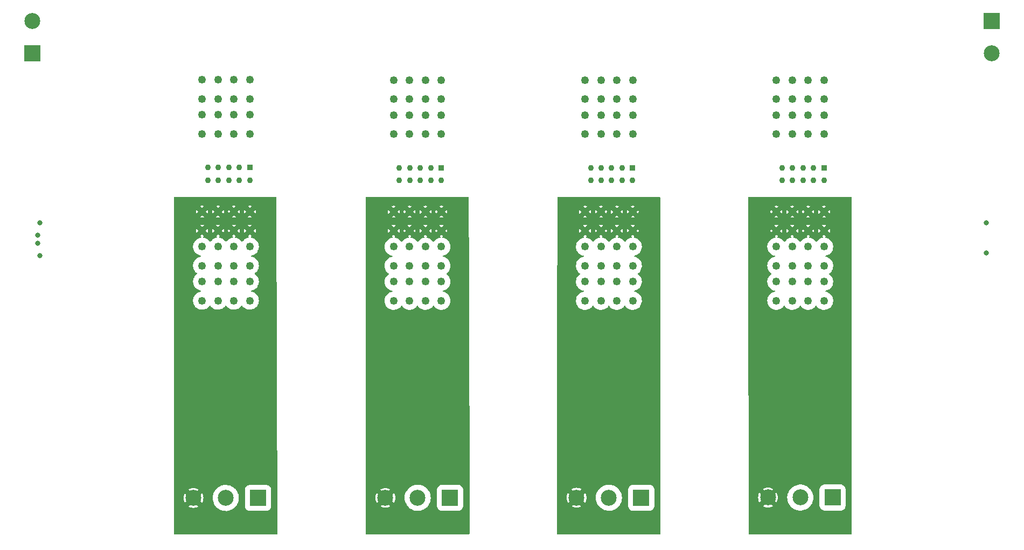
<source format=gbr>
%TF.GenerationSoftware,KiCad,Pcbnew,(6.0.1-0)*%
%TF.CreationDate,2023-01-20T10:28:08-08:00*%
%TF.ProjectId,ESC Mother,45534320-4d6f-4746-9865-722e6b696361,rev?*%
%TF.SameCoordinates,Original*%
%TF.FileFunction,Copper,L4,Inr*%
%TF.FilePolarity,Positive*%
%FSLAX46Y46*%
G04 Gerber Fmt 4.6, Leading zero omitted, Abs format (unit mm)*
G04 Created by KiCad (PCBNEW (6.0.1-0)) date 2023-01-20 10:28:08*
%MOMM*%
%LPD*%
G01*
G04 APERTURE LIST*
%TA.AperFunction,ComponentPad*%
%ADD10R,2.500000X2.500000*%
%TD*%
%TA.AperFunction,ComponentPad*%
%ADD11C,2.500000*%
%TD*%
%TA.AperFunction,ComponentPad*%
%ADD12R,0.930000X0.930000*%
%TD*%
%TA.AperFunction,ComponentPad*%
%ADD13C,0.930000*%
%TD*%
%TA.AperFunction,ComponentPad*%
%ADD14C,1.250000*%
%TD*%
%TA.AperFunction,ViaPad*%
%ADD15C,0.800000*%
%TD*%
G04 APERTURE END LIST*
D10*
%TO.N,/16V*%
%TO.C,+*%
X184850000Y-48600000D03*
D11*
%TO.N,GND*%
X184850000Y-53680000D03*
%TD*%
D10*
%TO.N,/Phase_1_T3*%
%TO.C,T3*%
X99675000Y-123590000D03*
D11*
%TO.N,/Phase_2_T3*%
X94595000Y-123590000D03*
%TO.N,/Phase_3_T3*%
X89515000Y-123590000D03*
%TD*%
D10*
%TO.N,/Phase_1_T4*%
%TO.C,T4*%
X69510000Y-123610000D03*
D11*
%TO.N,/Phase_2_T4*%
X64430000Y-123610000D03*
%TO.N,/Phase_3_T4*%
X59350000Y-123610000D03*
%TD*%
D10*
%TO.N,/Phase_1_T1*%
%TO.C,T1*%
X159810000Y-123540000D03*
D11*
%TO.N,/Phase_2_T1*%
X154730000Y-123540000D03*
%TO.N,/Phase_3_T1*%
X149650000Y-123540000D03*
%TD*%
D12*
%TO.N,unconnected-(J17-Pad01)*%
%TO.C,J4*%
X68190000Y-71630000D03*
D13*
%TO.N,unconnected-(J17-Pad02)*%
X68190000Y-73630000D03*
%TO.N,unconnected-(J17-Pad03)*%
X66540000Y-71630000D03*
%TO.N,unconnected-(J17-Pad04)*%
X66540000Y-73630000D03*
%TO.N,unconnected-(J17-Pad05)*%
X64890000Y-71630000D03*
%TO.N,unconnected-(J17-Pad06)*%
X64890000Y-73630000D03*
%TO.N,/CAL*%
X63240000Y-71630000D03*
%TO.N,/CAH*%
X63240000Y-73630000D03*
%TO.N,+5V*%
X61590000Y-71630000D03*
%TO.N,GND*%
X61590000Y-73630000D03*
D14*
%TO.N,/16V*%
X68210000Y-57840000D03*
X65710000Y-57840000D03*
X63210000Y-57840000D03*
X60710000Y-57840000D03*
X68210000Y-60840000D03*
X65710000Y-60840000D03*
X63210000Y-60840000D03*
X60710000Y-60840000D03*
%TO.N,GND*%
X68210000Y-63340000D03*
X65710000Y-63340000D03*
X63210000Y-63340000D03*
X60710000Y-63340000D03*
X68210000Y-66340000D03*
X65710000Y-66340000D03*
X63210000Y-66340000D03*
X60710000Y-66340000D03*
%TO.N,/Phase_3_T4*%
X68210000Y-78560000D03*
X65710000Y-78560000D03*
X63210000Y-78560000D03*
X60710000Y-78560000D03*
X68210000Y-81560000D03*
X65710000Y-81560000D03*
X63210000Y-81560000D03*
X60710000Y-81560000D03*
%TO.N,/Phase_2_T4*%
X68210000Y-84060000D03*
X65710000Y-84060000D03*
X63210000Y-84060000D03*
X60710000Y-84060000D03*
X68210000Y-87060000D03*
X65710000Y-87060000D03*
X63210000Y-87060000D03*
X60710000Y-87060000D03*
%TO.N,/Phase_1_T4*%
X68210000Y-89560000D03*
X65710000Y-89560000D03*
X63210000Y-89560000D03*
X60710000Y-89560000D03*
X68210000Y-92560000D03*
X65710000Y-92560000D03*
X63210000Y-92560000D03*
X60710000Y-92560000D03*
%TD*%
D12*
%TO.N,unconnected-(J2-Pad01)*%
%TO.C,J2*%
X128380000Y-71650000D03*
D13*
%TO.N,unconnected-(J2-Pad02)*%
X128380000Y-73650000D03*
%TO.N,unconnected-(J2-Pad03)*%
X126730000Y-71650000D03*
%TO.N,unconnected-(J2-Pad04)*%
X126730000Y-73650000D03*
%TO.N,unconnected-(J2-Pad05)*%
X125080000Y-71650000D03*
%TO.N,unconnected-(J2-Pad06)*%
X125080000Y-73650000D03*
%TO.N,/CAL*%
X123430000Y-71650000D03*
%TO.N,/CAH*%
X123430000Y-73650000D03*
%TO.N,+5V*%
X121780000Y-71650000D03*
%TO.N,GND*%
X121780000Y-73650000D03*
D14*
%TO.N,/16V*%
X128400000Y-57860000D03*
X125900000Y-57860000D03*
X123400000Y-57860000D03*
X120900000Y-57860000D03*
X128400000Y-60860000D03*
X125900000Y-60860000D03*
X123400000Y-60860000D03*
X120900000Y-60860000D03*
%TO.N,GND*%
X128400000Y-63360000D03*
X125900000Y-63360000D03*
X123400000Y-63360000D03*
X120900000Y-63360000D03*
X128400000Y-66360000D03*
X125900000Y-66360000D03*
X123400000Y-66360000D03*
X120900000Y-66360000D03*
%TO.N,/Phase_3_T2*%
X128400000Y-78580000D03*
X125900000Y-78580000D03*
X123400000Y-78580000D03*
X120900000Y-78580000D03*
X128400000Y-81580000D03*
X125900000Y-81580000D03*
X123400000Y-81580000D03*
X120900000Y-81580000D03*
%TO.N,/Phase_2_T2*%
X128400000Y-84080000D03*
X125900000Y-84080000D03*
X123400000Y-84080000D03*
X120900000Y-84080000D03*
X128400000Y-87080000D03*
X125900000Y-87080000D03*
X123400000Y-87080000D03*
X120900000Y-87080000D03*
%TO.N,/Phase_1_T2*%
X128400000Y-89580000D03*
X125900000Y-89580000D03*
X123400000Y-89580000D03*
X120900000Y-89580000D03*
X128400000Y-92580000D03*
X125900000Y-92580000D03*
X123400000Y-92580000D03*
X120900000Y-92580000D03*
%TD*%
D12*
%TO.N,unconnected-(J3-Pad01)*%
%TO.C,J3*%
X98300000Y-71650000D03*
D13*
%TO.N,unconnected-(J3-Pad02)*%
X98300000Y-73650000D03*
%TO.N,unconnected-(J3-Pad03)*%
X96650000Y-71650000D03*
%TO.N,unconnected-(J3-Pad04)*%
X96650000Y-73650000D03*
%TO.N,unconnected-(J3-Pad05)*%
X95000000Y-71650000D03*
%TO.N,unconnected-(J3-Pad06)*%
X95000000Y-73650000D03*
%TO.N,/CAL*%
X93350000Y-71650000D03*
%TO.N,/CAH*%
X93350000Y-73650000D03*
%TO.N,+5V*%
X91700000Y-71650000D03*
%TO.N,GND*%
X91700000Y-73650000D03*
D14*
%TO.N,/16V*%
X98320000Y-57860000D03*
X95820000Y-57860000D03*
X93320000Y-57860000D03*
X90820000Y-57860000D03*
X98320000Y-60860000D03*
X95820000Y-60860000D03*
X93320000Y-60860000D03*
X90820000Y-60860000D03*
%TO.N,GND*%
X98320000Y-63360000D03*
X95820000Y-63360000D03*
X93320000Y-63360000D03*
X90820000Y-63360000D03*
X98320000Y-66360000D03*
X95820000Y-66360000D03*
X93320000Y-66360000D03*
X90820000Y-66360000D03*
%TO.N,/Phase_3_T3*%
X98320000Y-78580000D03*
X95820000Y-78580000D03*
X93320000Y-78580000D03*
X90820000Y-78580000D03*
X98320000Y-81580000D03*
X95820000Y-81580000D03*
X93320000Y-81580000D03*
X90820000Y-81580000D03*
%TO.N,/Phase_2_T3*%
X98320000Y-84080000D03*
X95820000Y-84080000D03*
X93320000Y-84080000D03*
X90820000Y-84080000D03*
X98320000Y-87080000D03*
X95820000Y-87080000D03*
X93320000Y-87080000D03*
X90820000Y-87080000D03*
%TO.N,/Phase_1_T3*%
X98320000Y-89580000D03*
X95820000Y-89580000D03*
X93320000Y-89580000D03*
X90820000Y-89580000D03*
X98320000Y-92580000D03*
X95820000Y-92580000D03*
X93320000Y-92580000D03*
X90820000Y-92580000D03*
%TD*%
D10*
%TO.N,/Phase_1_T2*%
%TO.C,T2*%
X129725000Y-123570000D03*
D11*
%TO.N,/Phase_2_T2*%
X124645000Y-123570000D03*
%TO.N,/Phase_3_T2*%
X119565000Y-123570000D03*
%TD*%
D12*
%TO.N,unconnected-(J1-Pad01)*%
%TO.C,J1*%
X158450000Y-71650000D03*
D13*
%TO.N,unconnected-(J1-Pad02)*%
X158450000Y-73650000D03*
%TO.N,unconnected-(J1-Pad03)*%
X156800000Y-71650000D03*
%TO.N,unconnected-(J1-Pad04)*%
X156800000Y-73650000D03*
%TO.N,unconnected-(J1-Pad05)*%
X155150000Y-71650000D03*
%TO.N,unconnected-(J1-Pad06)*%
X155150000Y-73650000D03*
%TO.N,/CAL*%
X153500000Y-71650000D03*
%TO.N,/CAH*%
X153500000Y-73650000D03*
%TO.N,+5V*%
X151850000Y-71650000D03*
%TO.N,GND*%
X151850000Y-73650000D03*
D14*
%TO.N,/16V*%
X158470000Y-57860000D03*
X155970000Y-57860000D03*
X153470000Y-57860000D03*
X150970000Y-57860000D03*
X158470000Y-60860000D03*
X155970000Y-60860000D03*
X153470000Y-60860000D03*
X150970000Y-60860000D03*
%TO.N,GND*%
X158470000Y-63360000D03*
X155970000Y-63360000D03*
X153470000Y-63360000D03*
X150970000Y-63360000D03*
X158470000Y-66360000D03*
X155970000Y-66360000D03*
X153470000Y-66360000D03*
X150970000Y-66360000D03*
%TO.N,/Phase_3_T1*%
X158470000Y-78580000D03*
X155970000Y-78580000D03*
X153470000Y-78580000D03*
X150970000Y-78580000D03*
X158470000Y-81580000D03*
X155970000Y-81580000D03*
X153470000Y-81580000D03*
X150970000Y-81580000D03*
%TO.N,/Phase_2_T1*%
X158470000Y-84080000D03*
X155970000Y-84080000D03*
X153470000Y-84080000D03*
X150970000Y-84080000D03*
X158470000Y-87080000D03*
X155970000Y-87080000D03*
X153470000Y-87080000D03*
X150970000Y-87080000D03*
%TO.N,/Phase_1_T1*%
X158470000Y-89580000D03*
X155970000Y-89580000D03*
X153470000Y-89580000D03*
X150970000Y-89580000D03*
X158470000Y-92580000D03*
X155970000Y-92580000D03*
X153470000Y-92580000D03*
X150970000Y-92580000D03*
%TD*%
D10*
%TO.N,/16V*%
%TO.C,-*%
X34025000Y-53695000D03*
D11*
%TO.N,GND*%
X34025000Y-48615000D03*
%TD*%
D15*
%TO.N,GND*%
X35240000Y-85490000D03*
X183950000Y-80300000D03*
%TO.N,/CAL*%
X34850000Y-82300000D03*
%TO.N,/CAH*%
X34850000Y-83560000D03*
%TO.N,+5V*%
X35240000Y-80340000D03*
X183950000Y-85030000D03*
%TD*%
%TA.AperFunction,Conductor*%
%TO.N,/Phase_3_T3*%
G36*
X102522751Y-76263743D02*
G01*
X102580917Y-76282722D01*
X102616820Y-76332266D01*
X102621628Y-76362540D01*
X102646828Y-88676889D01*
X102729797Y-129220858D01*
X102711009Y-129279088D01*
X102661582Y-129315153D01*
X102630859Y-129320061D01*
X97334046Y-129323314D01*
X86548970Y-129329939D01*
X86490767Y-129311067D01*
X86454773Y-129261590D01*
X86449909Y-129231030D01*
X86446626Y-125642421D01*
X86445976Y-124932360D01*
X88743892Y-124932360D01*
X88750263Y-124939251D01*
X88805824Y-124973300D01*
X88812730Y-124976819D01*
X89030952Y-125067209D01*
X89038320Y-125069603D01*
X89268004Y-125124745D01*
X89275647Y-125125956D01*
X89511125Y-125144488D01*
X89518875Y-125144488D01*
X89754353Y-125125956D01*
X89761996Y-125124745D01*
X89991680Y-125069603D01*
X89999048Y-125067209D01*
X90217270Y-124976819D01*
X90224176Y-124973300D01*
X90278043Y-124940289D01*
X90286316Y-124930603D01*
X90281732Y-124922417D01*
X89526086Y-124166771D01*
X89514203Y-124160717D01*
X89509172Y-124161513D01*
X88749674Y-124921011D01*
X88743892Y-124932360D01*
X86445976Y-124932360D01*
X86444752Y-123593875D01*
X87960512Y-123593875D01*
X87979044Y-123829353D01*
X87980255Y-123836996D01*
X88035397Y-124066680D01*
X88037791Y-124074048D01*
X88128181Y-124292270D01*
X88131700Y-124299176D01*
X88164711Y-124353043D01*
X88174397Y-124361316D01*
X88182583Y-124356732D01*
X88938229Y-123601086D01*
X88943471Y-123590797D01*
X90085717Y-123590797D01*
X90086513Y-123595828D01*
X90846011Y-124355326D01*
X90857360Y-124361108D01*
X90864251Y-124354737D01*
X90898300Y-124299176D01*
X90901819Y-124292270D01*
X90992209Y-124074048D01*
X90994603Y-124066680D01*
X91049745Y-123836996D01*
X91050956Y-123829353D01*
X91069488Y-123593875D01*
X91069488Y-123586119D01*
X91068100Y-123568477D01*
X92539822Y-123568477D01*
X92540016Y-123571842D01*
X92540016Y-123571846D01*
X92543545Y-123633043D01*
X92555916Y-123847596D01*
X92609741Y-124121948D01*
X92610834Y-124125140D01*
X92690126Y-124356732D01*
X92700303Y-124386457D01*
X92825925Y-124636228D01*
X92984282Y-124866639D01*
X92986552Y-124869133D01*
X92986553Y-124869135D01*
X93084538Y-124976819D01*
X93172444Y-125073427D01*
X93386930Y-125252765D01*
X93623771Y-125401335D01*
X93626839Y-125402720D01*
X93626846Y-125402724D01*
X93792358Y-125477455D01*
X93878583Y-125516387D01*
X93881805Y-125517341D01*
X93881812Y-125517344D01*
X94096263Y-125580867D01*
X94146652Y-125595793D01*
X94149977Y-125596302D01*
X94149978Y-125596302D01*
X94419684Y-125637573D01*
X94419687Y-125637573D01*
X94423018Y-125638083D01*
X94426389Y-125638136D01*
X94426390Y-125638136D01*
X94474571Y-125638893D01*
X94702566Y-125642474D01*
X94705903Y-125642070D01*
X94705907Y-125642070D01*
X94976779Y-125609291D01*
X94976784Y-125609290D01*
X94980123Y-125608886D01*
X95250554Y-125537940D01*
X95416590Y-125469165D01*
X95505746Y-125432236D01*
X95505749Y-125432235D01*
X95508855Y-125430948D01*
X95511760Y-125429251D01*
X95511763Y-125429249D01*
X95747329Y-125291595D01*
X95750245Y-125289891D01*
X95970258Y-125117379D01*
X96164823Y-124916603D01*
X96201526Y-124866639D01*
X96231843Y-124825366D01*
X96330340Y-124691280D01*
X96361864Y-124633221D01*
X96462136Y-124448541D01*
X96463745Y-124445578D01*
X96501294Y-124346206D01*
X96561380Y-124187194D01*
X96561381Y-124187190D01*
X96562570Y-124184044D01*
X96589450Y-124066680D01*
X96624234Y-123914808D01*
X96624235Y-123914801D01*
X96624987Y-123911518D01*
X96649840Y-123633043D01*
X96650230Y-123595828D01*
X96650271Y-123591937D01*
X96650271Y-123591929D01*
X96650291Y-123590000D01*
X96631275Y-123311065D01*
X96574579Y-123037292D01*
X96481253Y-122773746D01*
X96469542Y-122751056D01*
X96354573Y-122528308D01*
X96354570Y-122528302D01*
X96353022Y-122525304D01*
X96192261Y-122296563D01*
X96174512Y-122277462D01*
X96152325Y-122253586D01*
X97624500Y-122253586D01*
X97624501Y-123590797D01*
X97624501Y-124927836D01*
X97624774Y-124932589D01*
X97625716Y-124936668D01*
X97625717Y-124936676D01*
X97657289Y-125073427D01*
X97665173Y-125107577D01*
X97743336Y-125269266D01*
X97855380Y-125409620D01*
X97859713Y-125413079D01*
X97989124Y-125516387D01*
X97995734Y-125521664D01*
X98157423Y-125599827D01*
X98162807Y-125601070D01*
X98162810Y-125601071D01*
X98249045Y-125620979D01*
X98332411Y-125640226D01*
X98337163Y-125640500D01*
X98338586Y-125640500D01*
X99679717Y-125640499D01*
X101012836Y-125640499D01*
X101017589Y-125640226D01*
X101021670Y-125639284D01*
X101021676Y-125639283D01*
X101187190Y-125601071D01*
X101187193Y-125601070D01*
X101192577Y-125599827D01*
X101354266Y-125521664D01*
X101360877Y-125516387D01*
X101490287Y-125413079D01*
X101494620Y-125409620D01*
X101606664Y-125269266D01*
X101684827Y-125107577D01*
X101725226Y-124932589D01*
X101725500Y-124927837D01*
X101725500Y-123590000D01*
X101725499Y-122253577D01*
X101725499Y-122252164D01*
X101725226Y-122247411D01*
X101724284Y-122243330D01*
X101724283Y-122243324D01*
X101686071Y-122077810D01*
X101686070Y-122077807D01*
X101684827Y-122072423D01*
X101606664Y-121910734D01*
X101599931Y-121902299D01*
X101498079Y-121774713D01*
X101494620Y-121770380D01*
X101354266Y-121658336D01*
X101337759Y-121650356D01*
X101197554Y-121582579D01*
X101192577Y-121580173D01*
X101187193Y-121578930D01*
X101187190Y-121578929D01*
X101100955Y-121559021D01*
X101017589Y-121539774D01*
X101012837Y-121539500D01*
X101011414Y-121539500D01*
X99670283Y-121539501D01*
X98337164Y-121539501D01*
X98332411Y-121539774D01*
X98328330Y-121540716D01*
X98328324Y-121540717D01*
X98162810Y-121578929D01*
X98162807Y-121578930D01*
X98157423Y-121580173D01*
X98152446Y-121582579D01*
X98012242Y-121650356D01*
X97995734Y-121658336D01*
X97855380Y-121770380D01*
X97851921Y-121774713D01*
X97750070Y-121902299D01*
X97743336Y-121910734D01*
X97665173Y-122072423D01*
X97624774Y-122247411D01*
X97624500Y-122252163D01*
X97624500Y-122253586D01*
X96152325Y-122253586D01*
X96004238Y-122094226D01*
X96001944Y-122091757D01*
X95978323Y-122072423D01*
X95788204Y-121916814D01*
X95785591Y-121914675D01*
X95547208Y-121768594D01*
X95543397Y-121766921D01*
X95294288Y-121657569D01*
X95294284Y-121657567D01*
X95291205Y-121656216D01*
X95241917Y-121642176D01*
X95025571Y-121580548D01*
X95025566Y-121580547D01*
X95022319Y-121579622D01*
X94745526Y-121540229D01*
X94742159Y-121540211D01*
X94742154Y-121540211D01*
X94617187Y-121539557D01*
X94465947Y-121538765D01*
X94188757Y-121575257D01*
X94185506Y-121576146D01*
X94185503Y-121576147D01*
X94161992Y-121582579D01*
X93919083Y-121649032D01*
X93661917Y-121758722D01*
X93659018Y-121760457D01*
X93647683Y-121767241D01*
X93422018Y-121902299D01*
X93203823Y-122077106D01*
X93201499Y-122079555D01*
X93032557Y-122257583D01*
X93011371Y-122279908D01*
X93009406Y-122282643D01*
X93009404Y-122282645D01*
X92997421Y-122299322D01*
X92848223Y-122506952D01*
X92717398Y-122754038D01*
X92621317Y-123016592D01*
X92561757Y-123289757D01*
X92539822Y-123568477D01*
X91068100Y-123568477D01*
X91050956Y-123350647D01*
X91049745Y-123343004D01*
X90994603Y-123113320D01*
X90992209Y-123105952D01*
X90901819Y-122887730D01*
X90898300Y-122880824D01*
X90865289Y-122826957D01*
X90855603Y-122818684D01*
X90847417Y-122823268D01*
X90091771Y-123578914D01*
X90085717Y-123590797D01*
X88943471Y-123590797D01*
X88944283Y-123589203D01*
X88943487Y-123584172D01*
X88183989Y-122824674D01*
X88172640Y-122818892D01*
X88165749Y-122825263D01*
X88131700Y-122880824D01*
X88128181Y-122887730D01*
X88037791Y-123105952D01*
X88035397Y-123113320D01*
X87980255Y-123343004D01*
X87979044Y-123350647D01*
X87960512Y-123586119D01*
X87960512Y-123593875D01*
X86444752Y-123593875D01*
X86443522Y-122249397D01*
X88743684Y-122249397D01*
X88748268Y-122257583D01*
X89503914Y-123013229D01*
X89515797Y-123019283D01*
X89520828Y-123018487D01*
X90280326Y-122258989D01*
X90286108Y-122247640D01*
X90279737Y-122240749D01*
X90224176Y-122206700D01*
X90217270Y-122203181D01*
X89999048Y-122112791D01*
X89991680Y-122110397D01*
X89761996Y-122055255D01*
X89754353Y-122054044D01*
X89518875Y-122035512D01*
X89511125Y-122035512D01*
X89275647Y-122054044D01*
X89268004Y-122055255D01*
X89038320Y-122110397D01*
X89030952Y-122112791D01*
X88812730Y-122203181D01*
X88805824Y-122206700D01*
X88751957Y-122239711D01*
X88743684Y-122249397D01*
X86443522Y-122249397D01*
X86416342Y-92545053D01*
X89390042Y-92545053D01*
X89403535Y-92779071D01*
X89404427Y-92783028D01*
X89425886Y-92878247D01*
X89455069Y-93007743D01*
X89456598Y-93011507D01*
X89456599Y-93011512D01*
X89496673Y-93110202D01*
X89543259Y-93224928D01*
X89545383Y-93228394D01*
X89545385Y-93228398D01*
X89601521Y-93320003D01*
X89665736Y-93424793D01*
X89668395Y-93427863D01*
X89668396Y-93427864D01*
X89739481Y-93509927D01*
X89819212Y-93601971D01*
X89999565Y-93751703D01*
X90201951Y-93869968D01*
X90420935Y-93953590D01*
X90424910Y-93954399D01*
X90424911Y-93954399D01*
X90646654Y-93999513D01*
X90646658Y-93999513D01*
X90650637Y-94000323D01*
X90654697Y-94000472D01*
X90654698Y-94000472D01*
X90695311Y-94001961D01*
X90884887Y-94008913D01*
X90888906Y-94008398D01*
X90888910Y-94008398D01*
X91113362Y-93979645D01*
X91113368Y-93979644D01*
X91117394Y-93979128D01*
X91121287Y-93977960D01*
X91121292Y-93977959D01*
X91280542Y-93930181D01*
X91341914Y-93911768D01*
X91452707Y-93857491D01*
X91548771Y-93810430D01*
X91548774Y-93810428D01*
X91552418Y-93808643D01*
X91743253Y-93672522D01*
X91909293Y-93507061D01*
X91983616Y-93403630D01*
X91987960Y-93397585D01*
X92037271Y-93361363D01*
X92098456Y-93361043D01*
X92148143Y-93396747D01*
X92152761Y-93403619D01*
X92165736Y-93424793D01*
X92168395Y-93427863D01*
X92168396Y-93427864D01*
X92239481Y-93509927D01*
X92319212Y-93601971D01*
X92499565Y-93751703D01*
X92701951Y-93869968D01*
X92920935Y-93953590D01*
X92924910Y-93954399D01*
X92924911Y-93954399D01*
X93146654Y-93999513D01*
X93146658Y-93999513D01*
X93150637Y-94000323D01*
X93154697Y-94000472D01*
X93154698Y-94000472D01*
X93195311Y-94001961D01*
X93384887Y-94008913D01*
X93388906Y-94008398D01*
X93388910Y-94008398D01*
X93613362Y-93979645D01*
X93613368Y-93979644D01*
X93617394Y-93979128D01*
X93621287Y-93977960D01*
X93621292Y-93977959D01*
X93780542Y-93930181D01*
X93841914Y-93911768D01*
X93952707Y-93857491D01*
X94048771Y-93810430D01*
X94048774Y-93810428D01*
X94052418Y-93808643D01*
X94243253Y-93672522D01*
X94409293Y-93507061D01*
X94483616Y-93403630D01*
X94487960Y-93397585D01*
X94537271Y-93361363D01*
X94598456Y-93361043D01*
X94648143Y-93396747D01*
X94652761Y-93403619D01*
X94665736Y-93424793D01*
X94668395Y-93427863D01*
X94668396Y-93427864D01*
X94739481Y-93509927D01*
X94819212Y-93601971D01*
X94999565Y-93751703D01*
X95201951Y-93869968D01*
X95420935Y-93953590D01*
X95424910Y-93954399D01*
X95424911Y-93954399D01*
X95646654Y-93999513D01*
X95646658Y-93999513D01*
X95650637Y-94000323D01*
X95654697Y-94000472D01*
X95654698Y-94000472D01*
X95695311Y-94001961D01*
X95884887Y-94008913D01*
X95888906Y-94008398D01*
X95888910Y-94008398D01*
X96113362Y-93979645D01*
X96113368Y-93979644D01*
X96117394Y-93979128D01*
X96121287Y-93977960D01*
X96121292Y-93977959D01*
X96280542Y-93930181D01*
X96341914Y-93911768D01*
X96452707Y-93857491D01*
X96548771Y-93810430D01*
X96548774Y-93810428D01*
X96552418Y-93808643D01*
X96743253Y-93672522D01*
X96909293Y-93507061D01*
X96983616Y-93403630D01*
X96987960Y-93397585D01*
X97037271Y-93361363D01*
X97098456Y-93361043D01*
X97148143Y-93396747D01*
X97152761Y-93403619D01*
X97165736Y-93424793D01*
X97168395Y-93427863D01*
X97168396Y-93427864D01*
X97239481Y-93509927D01*
X97319212Y-93601971D01*
X97499565Y-93751703D01*
X97701951Y-93869968D01*
X97920935Y-93953590D01*
X97924910Y-93954399D01*
X97924911Y-93954399D01*
X98146654Y-93999513D01*
X98146658Y-93999513D01*
X98150637Y-94000323D01*
X98154697Y-94000472D01*
X98154698Y-94000472D01*
X98195311Y-94001961D01*
X98384887Y-94008913D01*
X98388906Y-94008398D01*
X98388910Y-94008398D01*
X98613362Y-93979645D01*
X98613368Y-93979644D01*
X98617394Y-93979128D01*
X98621287Y-93977960D01*
X98621292Y-93977959D01*
X98780542Y-93930181D01*
X98841914Y-93911768D01*
X98952707Y-93857491D01*
X99048771Y-93810430D01*
X99048774Y-93810428D01*
X99052418Y-93808643D01*
X99243253Y-93672522D01*
X99409293Y-93507061D01*
X99483616Y-93403630D01*
X99543708Y-93320003D01*
X99543709Y-93320001D01*
X99546079Y-93316703D01*
X99547877Y-93313065D01*
X99547880Y-93313060D01*
X99648138Y-93110202D01*
X99649938Y-93106560D01*
X99651116Y-93102684D01*
X99651118Y-93102678D01*
X99716901Y-92886160D01*
X99716901Y-92886159D01*
X99718081Y-92882276D01*
X99748677Y-92649874D01*
X99750385Y-92580000D01*
X99731178Y-92346381D01*
X99722536Y-92311973D01*
X99675064Y-92122982D01*
X99674073Y-92119036D01*
X99580603Y-91904070D01*
X99453279Y-91707258D01*
X99295520Y-91533883D01*
X99292334Y-91531367D01*
X99292331Y-91531364D01*
X99114751Y-91391119D01*
X99114745Y-91391115D01*
X99111563Y-91388602D01*
X98906348Y-91275317D01*
X98902517Y-91273960D01*
X98902514Y-91273959D01*
X98689222Y-91198428D01*
X98689218Y-91198427D01*
X98685386Y-91197070D01*
X98582192Y-91178688D01*
X98528220Y-91149870D01*
X98501494Y-91094830D01*
X98512223Y-91034593D01*
X98556310Y-90992167D01*
X98586974Y-90983026D01*
X98613351Y-90979647D01*
X98613364Y-90979644D01*
X98617394Y-90979128D01*
X98621287Y-90977960D01*
X98621292Y-90977959D01*
X98780542Y-90930181D01*
X98841914Y-90911768D01*
X98952707Y-90857491D01*
X99048771Y-90810430D01*
X99048774Y-90810428D01*
X99052418Y-90808643D01*
X99243253Y-90672522D01*
X99409293Y-90507061D01*
X99483616Y-90403630D01*
X99543708Y-90320003D01*
X99543709Y-90320001D01*
X99546079Y-90316703D01*
X99547877Y-90313065D01*
X99547880Y-90313060D01*
X99648138Y-90110202D01*
X99649938Y-90106560D01*
X99651116Y-90102684D01*
X99651118Y-90102678D01*
X99716901Y-89886160D01*
X99716901Y-89886159D01*
X99718081Y-89882276D01*
X99748677Y-89649874D01*
X99750385Y-89580000D01*
X99731178Y-89346381D01*
X99722536Y-89311973D01*
X99675064Y-89122982D01*
X99674073Y-89119036D01*
X99580603Y-88904070D01*
X99453279Y-88707258D01*
X99295520Y-88533883D01*
X99292334Y-88531367D01*
X99292331Y-88531364D01*
X99133774Y-88406143D01*
X99099825Y-88355239D01*
X99102281Y-88294103D01*
X99137642Y-88247854D01*
X99243253Y-88172522D01*
X99409293Y-88007061D01*
X99483616Y-87903630D01*
X99543708Y-87820003D01*
X99543709Y-87820001D01*
X99546079Y-87816703D01*
X99547877Y-87813065D01*
X99547880Y-87813060D01*
X99648138Y-87610202D01*
X99649938Y-87606560D01*
X99651116Y-87602684D01*
X99651118Y-87602678D01*
X99716901Y-87386160D01*
X99716901Y-87386159D01*
X99718081Y-87382276D01*
X99748677Y-87149874D01*
X99750385Y-87080000D01*
X99731178Y-86846381D01*
X99722536Y-86811973D01*
X99675064Y-86622982D01*
X99674073Y-86619036D01*
X99580603Y-86404070D01*
X99453279Y-86207258D01*
X99295520Y-86033883D01*
X99292334Y-86031367D01*
X99292331Y-86031364D01*
X99114751Y-85891119D01*
X99114745Y-85891115D01*
X99111563Y-85888602D01*
X98906348Y-85775317D01*
X98902517Y-85773960D01*
X98902514Y-85773959D01*
X98689222Y-85698428D01*
X98689218Y-85698427D01*
X98685386Y-85697070D01*
X98582192Y-85678688D01*
X98528220Y-85649870D01*
X98501494Y-85594830D01*
X98512223Y-85534593D01*
X98556310Y-85492167D01*
X98586974Y-85483026D01*
X98613351Y-85479647D01*
X98613364Y-85479644D01*
X98617394Y-85479128D01*
X98621287Y-85477960D01*
X98621292Y-85477959D01*
X98780542Y-85430181D01*
X98841914Y-85411768D01*
X98952707Y-85357491D01*
X99048771Y-85310430D01*
X99048774Y-85310428D01*
X99052418Y-85308643D01*
X99243253Y-85172522D01*
X99409293Y-85007061D01*
X99483616Y-84903630D01*
X99543708Y-84820003D01*
X99543709Y-84820001D01*
X99546079Y-84816703D01*
X99547877Y-84813065D01*
X99547880Y-84813060D01*
X99648138Y-84610202D01*
X99649938Y-84606560D01*
X99651116Y-84602684D01*
X99651118Y-84602678D01*
X99716901Y-84386160D01*
X99716901Y-84386159D01*
X99718081Y-84382276D01*
X99748677Y-84149874D01*
X99750385Y-84080000D01*
X99731178Y-83846381D01*
X99722536Y-83811973D01*
X99675064Y-83622982D01*
X99674073Y-83619036D01*
X99580603Y-83404070D01*
X99453279Y-83207258D01*
X99295520Y-83033883D01*
X99292334Y-83031367D01*
X99292331Y-83031364D01*
X99114751Y-82891119D01*
X99114745Y-82891115D01*
X99111563Y-82888602D01*
X98906348Y-82775317D01*
X98902517Y-82773960D01*
X98902514Y-82773959D01*
X98689222Y-82698428D01*
X98689218Y-82698427D01*
X98685386Y-82697070D01*
X98546955Y-82672412D01*
X98492982Y-82643593D01*
X98466256Y-82588553D01*
X98476985Y-82528316D01*
X98521072Y-82485890D01*
X98543733Y-82478109D01*
X98602341Y-82465651D01*
X98612153Y-82462463D01*
X98614869Y-82461254D01*
X98622616Y-82454279D01*
X98617164Y-82442849D01*
X98331088Y-82156774D01*
X98319202Y-82150718D01*
X98314171Y-82151514D01*
X98021897Y-82443788D01*
X98017163Y-82453079D01*
X98026349Y-82461796D01*
X98027847Y-82462463D01*
X98037657Y-82465651D01*
X98096591Y-82478178D01*
X98149579Y-82508771D01*
X98174465Y-82564667D01*
X98161743Y-82624515D01*
X98116273Y-82665456D01*
X98090985Y-82672875D01*
X97988511Y-82688556D01*
X97868379Y-82727821D01*
X97769561Y-82760120D01*
X97769557Y-82760121D01*
X97765704Y-82761381D01*
X97762104Y-82763255D01*
X97561387Y-82867741D01*
X97561384Y-82867743D01*
X97557782Y-82869618D01*
X97554540Y-82872053D01*
X97554534Y-82872056D01*
X97529145Y-82891119D01*
X97370330Y-83010361D01*
X97208382Y-83179830D01*
X97206090Y-83183190D01*
X97152312Y-83262025D01*
X97103900Y-83299442D01*
X97042742Y-83301257D01*
X96992197Y-83266777D01*
X96987418Y-83260028D01*
X96953279Y-83207258D01*
X96795520Y-83033883D01*
X96792334Y-83031367D01*
X96792331Y-83031364D01*
X96614751Y-82891119D01*
X96614745Y-82891115D01*
X96611563Y-82888602D01*
X96406348Y-82775317D01*
X96402517Y-82773960D01*
X96402514Y-82773959D01*
X96189222Y-82698428D01*
X96189218Y-82698427D01*
X96185386Y-82697070D01*
X96046955Y-82672412D01*
X95992982Y-82643593D01*
X95966256Y-82588553D01*
X95976985Y-82528316D01*
X96021072Y-82485890D01*
X96043733Y-82478109D01*
X96102341Y-82465651D01*
X96112153Y-82462463D01*
X96114869Y-82461254D01*
X96122616Y-82454279D01*
X96117164Y-82442849D01*
X95831088Y-82156774D01*
X95819202Y-82150718D01*
X95814171Y-82151514D01*
X95521897Y-82443788D01*
X95517163Y-82453079D01*
X95526349Y-82461796D01*
X95527847Y-82462463D01*
X95537657Y-82465651D01*
X95596591Y-82478178D01*
X95649579Y-82508771D01*
X95674465Y-82564667D01*
X95661743Y-82624515D01*
X95616273Y-82665456D01*
X95590985Y-82672875D01*
X95488511Y-82688556D01*
X95368379Y-82727821D01*
X95269561Y-82760120D01*
X95269557Y-82760121D01*
X95265704Y-82761381D01*
X95262104Y-82763255D01*
X95061387Y-82867741D01*
X95061384Y-82867743D01*
X95057782Y-82869618D01*
X95054540Y-82872053D01*
X95054534Y-82872056D01*
X95029145Y-82891119D01*
X94870330Y-83010361D01*
X94708382Y-83179830D01*
X94706090Y-83183190D01*
X94652312Y-83262025D01*
X94603900Y-83299442D01*
X94542742Y-83301257D01*
X94492197Y-83266777D01*
X94487418Y-83260028D01*
X94453279Y-83207258D01*
X94295520Y-83033883D01*
X94292334Y-83031367D01*
X94292331Y-83031364D01*
X94114751Y-82891119D01*
X94114745Y-82891115D01*
X94111563Y-82888602D01*
X93906348Y-82775317D01*
X93902517Y-82773960D01*
X93902514Y-82773959D01*
X93689222Y-82698428D01*
X93689218Y-82698427D01*
X93685386Y-82697070D01*
X93546955Y-82672412D01*
X93492982Y-82643593D01*
X93466256Y-82588553D01*
X93476985Y-82528316D01*
X93521072Y-82485890D01*
X93543733Y-82478109D01*
X93602341Y-82465651D01*
X93612153Y-82462463D01*
X93614869Y-82461254D01*
X93622616Y-82454279D01*
X93617164Y-82442849D01*
X93331088Y-82156774D01*
X93319202Y-82150718D01*
X93314171Y-82151514D01*
X93021897Y-82443788D01*
X93017163Y-82453079D01*
X93026349Y-82461796D01*
X93027847Y-82462463D01*
X93037657Y-82465651D01*
X93096591Y-82478178D01*
X93149579Y-82508771D01*
X93174465Y-82564667D01*
X93161743Y-82624515D01*
X93116273Y-82665456D01*
X93090985Y-82672875D01*
X92988511Y-82688556D01*
X92868379Y-82727821D01*
X92769561Y-82760120D01*
X92769557Y-82760121D01*
X92765704Y-82761381D01*
X92762104Y-82763255D01*
X92561387Y-82867741D01*
X92561384Y-82867743D01*
X92557782Y-82869618D01*
X92554540Y-82872053D01*
X92554534Y-82872056D01*
X92529145Y-82891119D01*
X92370330Y-83010361D01*
X92208382Y-83179830D01*
X92206090Y-83183190D01*
X92152312Y-83262025D01*
X92103900Y-83299442D01*
X92042742Y-83301257D01*
X91992197Y-83266777D01*
X91987418Y-83260028D01*
X91953279Y-83207258D01*
X91795520Y-83033883D01*
X91792334Y-83031367D01*
X91792331Y-83031364D01*
X91614751Y-82891119D01*
X91614745Y-82891115D01*
X91611563Y-82888602D01*
X91406348Y-82775317D01*
X91402517Y-82773960D01*
X91402514Y-82773959D01*
X91189222Y-82698428D01*
X91189218Y-82698427D01*
X91185386Y-82697070D01*
X91046955Y-82672412D01*
X90992982Y-82643593D01*
X90966256Y-82588553D01*
X90976985Y-82528316D01*
X91021072Y-82485890D01*
X91043733Y-82478109D01*
X91102341Y-82465651D01*
X91112153Y-82462463D01*
X91114869Y-82461254D01*
X91122616Y-82454279D01*
X91117164Y-82442849D01*
X90831088Y-82156774D01*
X90819202Y-82150718D01*
X90814171Y-82151514D01*
X90521897Y-82443788D01*
X90517163Y-82453079D01*
X90526349Y-82461796D01*
X90527847Y-82462463D01*
X90537657Y-82465651D01*
X90596591Y-82478178D01*
X90649579Y-82508771D01*
X90674465Y-82564667D01*
X90661743Y-82624515D01*
X90616273Y-82665456D01*
X90590985Y-82672875D01*
X90488511Y-82688556D01*
X90368379Y-82727821D01*
X90269561Y-82760120D01*
X90269557Y-82760121D01*
X90265704Y-82761381D01*
X90262104Y-82763255D01*
X90061387Y-82867741D01*
X90061384Y-82867743D01*
X90057782Y-82869618D01*
X90054540Y-82872053D01*
X90054534Y-82872056D01*
X90029145Y-82891119D01*
X89870330Y-83010361D01*
X89708382Y-83179830D01*
X89576287Y-83373473D01*
X89477594Y-83586091D01*
X89414951Y-83811973D01*
X89390042Y-84045053D01*
X89403535Y-84279071D01*
X89404427Y-84283028D01*
X89425886Y-84378247D01*
X89455069Y-84507743D01*
X89456598Y-84511507D01*
X89456599Y-84511512D01*
X89496673Y-84610202D01*
X89543259Y-84724928D01*
X89545383Y-84728394D01*
X89545385Y-84728398D01*
X89601521Y-84820003D01*
X89665736Y-84924793D01*
X89668395Y-84927863D01*
X89668396Y-84927864D01*
X89739481Y-85009927D01*
X89819212Y-85101971D01*
X89999565Y-85251703D01*
X90201951Y-85369968D01*
X90420935Y-85453590D01*
X90564457Y-85482790D01*
X90617709Y-85512918D01*
X90643083Y-85568594D01*
X90630884Y-85628552D01*
X90585774Y-85669888D01*
X90559694Y-85677663D01*
X90512923Y-85684820D01*
X90488511Y-85688556D01*
X90368379Y-85727821D01*
X90269561Y-85760120D01*
X90269557Y-85760121D01*
X90265704Y-85761381D01*
X90262104Y-85763255D01*
X90061387Y-85867741D01*
X90061384Y-85867743D01*
X90057782Y-85869618D01*
X90054540Y-85872053D01*
X90054534Y-85872056D01*
X90029145Y-85891119D01*
X89870330Y-86010361D01*
X89708382Y-86179830D01*
X89576287Y-86373473D01*
X89477594Y-86586091D01*
X89414951Y-86811973D01*
X89390042Y-87045053D01*
X89403535Y-87279071D01*
X89404427Y-87283028D01*
X89425886Y-87378247D01*
X89455069Y-87507743D01*
X89456598Y-87511507D01*
X89456599Y-87511512D01*
X89496673Y-87610202D01*
X89543259Y-87724928D01*
X89545383Y-87728394D01*
X89545385Y-87728398D01*
X89601521Y-87820003D01*
X89665736Y-87924793D01*
X89668395Y-87927863D01*
X89668396Y-87927864D01*
X89739481Y-88009927D01*
X89819212Y-88101971D01*
X89999565Y-88251703D01*
X89999976Y-88251943D01*
X90036228Y-88300046D01*
X90037299Y-88361222D01*
X90002065Y-88411451D01*
X89873576Y-88507923D01*
X89873570Y-88507928D01*
X89870330Y-88510361D01*
X89708382Y-88679830D01*
X89576287Y-88873473D01*
X89477594Y-89086091D01*
X89414951Y-89311973D01*
X89390042Y-89545053D01*
X89403535Y-89779071D01*
X89404427Y-89783028D01*
X89425886Y-89878247D01*
X89455069Y-90007743D01*
X89456598Y-90011507D01*
X89456599Y-90011512D01*
X89496673Y-90110202D01*
X89543259Y-90224928D01*
X89545383Y-90228394D01*
X89545385Y-90228398D01*
X89601521Y-90320003D01*
X89665736Y-90424793D01*
X89668395Y-90427863D01*
X89668396Y-90427864D01*
X89739481Y-90509927D01*
X89819212Y-90601971D01*
X89999565Y-90751703D01*
X90201951Y-90869968D01*
X90420935Y-90953590D01*
X90564457Y-90982790D01*
X90617709Y-91012918D01*
X90643083Y-91068594D01*
X90630884Y-91128552D01*
X90585774Y-91169888D01*
X90559694Y-91177663D01*
X90512923Y-91184820D01*
X90488511Y-91188556D01*
X90368379Y-91227821D01*
X90269561Y-91260120D01*
X90269557Y-91260121D01*
X90265704Y-91261381D01*
X90262104Y-91263255D01*
X90061387Y-91367741D01*
X90061384Y-91367743D01*
X90057782Y-91369618D01*
X90054540Y-91372053D01*
X90054534Y-91372056D01*
X90029145Y-91391119D01*
X89870330Y-91510361D01*
X89708382Y-91679830D01*
X89576287Y-91873473D01*
X89477594Y-92086091D01*
X89414951Y-92311973D01*
X89390042Y-92545053D01*
X86416342Y-92545053D01*
X86415166Y-91260120D01*
X86406313Y-81585157D01*
X89890447Y-81585157D01*
X89909688Y-81768220D01*
X89911832Y-81778310D01*
X89942344Y-81872212D01*
X89949040Y-81881429D01*
X89954736Y-81879578D01*
X90243228Y-81591086D01*
X90248470Y-81580797D01*
X91390718Y-81580797D01*
X91391514Y-81585828D01*
X91681725Y-81876039D01*
X91691873Y-81881210D01*
X91696109Y-81876974D01*
X91728168Y-81778310D01*
X91730312Y-81768220D01*
X91749553Y-81585157D01*
X92390447Y-81585157D01*
X92409688Y-81768220D01*
X92411832Y-81778310D01*
X92442344Y-81872212D01*
X92449040Y-81881429D01*
X92454736Y-81879578D01*
X92743228Y-81591086D01*
X92748470Y-81580797D01*
X93890718Y-81580797D01*
X93891514Y-81585828D01*
X94181725Y-81876039D01*
X94191873Y-81881210D01*
X94196109Y-81876974D01*
X94228168Y-81778310D01*
X94230312Y-81768220D01*
X94249553Y-81585157D01*
X94890447Y-81585157D01*
X94909688Y-81768220D01*
X94911832Y-81778310D01*
X94942344Y-81872212D01*
X94949040Y-81881429D01*
X94954736Y-81879578D01*
X95243228Y-81591086D01*
X95248470Y-81580797D01*
X96390718Y-81580797D01*
X96391514Y-81585828D01*
X96681725Y-81876039D01*
X96691873Y-81881210D01*
X96696109Y-81876974D01*
X96728168Y-81778310D01*
X96730312Y-81768220D01*
X96749553Y-81585157D01*
X97390447Y-81585157D01*
X97409688Y-81768220D01*
X97411832Y-81778310D01*
X97442344Y-81872212D01*
X97449040Y-81881429D01*
X97454736Y-81879578D01*
X97743228Y-81591086D01*
X97748470Y-81580797D01*
X98890718Y-81580797D01*
X98891514Y-81585828D01*
X99181725Y-81876039D01*
X99191873Y-81881210D01*
X99196109Y-81876974D01*
X99228168Y-81778310D01*
X99230312Y-81768220D01*
X99249553Y-81585157D01*
X99249553Y-81574843D01*
X99230312Y-81391780D01*
X99228168Y-81381690D01*
X99197656Y-81287788D01*
X99190960Y-81278571D01*
X99185264Y-81280422D01*
X98896772Y-81568914D01*
X98890718Y-81580797D01*
X97748470Y-81580797D01*
X97749282Y-81579203D01*
X97748486Y-81574172D01*
X97458275Y-81283961D01*
X97448127Y-81278790D01*
X97443891Y-81283026D01*
X97411832Y-81381690D01*
X97409688Y-81391780D01*
X97390447Y-81574843D01*
X97390447Y-81585157D01*
X96749553Y-81585157D01*
X96749553Y-81574843D01*
X96730312Y-81391780D01*
X96728168Y-81381690D01*
X96697656Y-81287788D01*
X96690960Y-81278571D01*
X96685264Y-81280422D01*
X96396772Y-81568914D01*
X96390718Y-81580797D01*
X95248470Y-81580797D01*
X95249282Y-81579203D01*
X95248486Y-81574172D01*
X94958275Y-81283961D01*
X94948127Y-81278790D01*
X94943891Y-81283026D01*
X94911832Y-81381690D01*
X94909688Y-81391780D01*
X94890447Y-81574843D01*
X94890447Y-81585157D01*
X94249553Y-81585157D01*
X94249553Y-81574843D01*
X94230312Y-81391780D01*
X94228168Y-81381690D01*
X94197656Y-81287788D01*
X94190960Y-81278571D01*
X94185264Y-81280422D01*
X93896772Y-81568914D01*
X93890718Y-81580797D01*
X92748470Y-81580797D01*
X92749282Y-81579203D01*
X92748486Y-81574172D01*
X92458275Y-81283961D01*
X92448127Y-81278790D01*
X92443891Y-81283026D01*
X92411832Y-81381690D01*
X92409688Y-81391780D01*
X92390447Y-81574843D01*
X92390447Y-81585157D01*
X91749553Y-81585157D01*
X91749553Y-81574843D01*
X91730312Y-81391780D01*
X91728168Y-81381690D01*
X91697656Y-81287788D01*
X91690960Y-81278571D01*
X91685264Y-81280422D01*
X91396772Y-81568914D01*
X91390718Y-81580797D01*
X90248470Y-81580797D01*
X90249282Y-81579203D01*
X90248486Y-81574172D01*
X89958275Y-81283961D01*
X89948127Y-81278790D01*
X89943891Y-81283026D01*
X89911832Y-81381690D01*
X89909688Y-81391780D01*
X89890447Y-81574843D01*
X89890447Y-81585157D01*
X86406313Y-81585157D01*
X86405508Y-80705721D01*
X90517384Y-80705721D01*
X90522836Y-80717151D01*
X90808912Y-81003226D01*
X90820798Y-81009282D01*
X90825829Y-81008486D01*
X91118103Y-80716212D01*
X91122837Y-80706921D01*
X91121572Y-80705721D01*
X93017384Y-80705721D01*
X93022836Y-80717151D01*
X93308912Y-81003226D01*
X93320798Y-81009282D01*
X93325829Y-81008486D01*
X93618103Y-80716212D01*
X93622837Y-80706921D01*
X93621572Y-80705721D01*
X95517384Y-80705721D01*
X95522836Y-80717151D01*
X95808912Y-81003226D01*
X95820798Y-81009282D01*
X95825829Y-81008486D01*
X96118103Y-80716212D01*
X96122837Y-80706921D01*
X96121572Y-80705721D01*
X98017384Y-80705721D01*
X98022836Y-80717151D01*
X98308912Y-81003226D01*
X98320798Y-81009282D01*
X98325829Y-81008486D01*
X98618103Y-80716212D01*
X98622837Y-80706921D01*
X98613651Y-80698204D01*
X98612153Y-80697537D01*
X98602341Y-80694349D01*
X98422295Y-80656079D01*
X98412032Y-80655000D01*
X98227968Y-80655000D01*
X98217705Y-80656079D01*
X98037659Y-80694349D01*
X98027847Y-80697537D01*
X98025131Y-80698746D01*
X98017384Y-80705721D01*
X96121572Y-80705721D01*
X96113651Y-80698204D01*
X96112153Y-80697537D01*
X96102341Y-80694349D01*
X95922295Y-80656079D01*
X95912032Y-80655000D01*
X95727968Y-80655000D01*
X95717705Y-80656079D01*
X95537659Y-80694349D01*
X95527847Y-80697537D01*
X95525131Y-80698746D01*
X95517384Y-80705721D01*
X93621572Y-80705721D01*
X93613651Y-80698204D01*
X93612153Y-80697537D01*
X93602341Y-80694349D01*
X93422295Y-80656079D01*
X93412032Y-80655000D01*
X93227968Y-80655000D01*
X93217705Y-80656079D01*
X93037659Y-80694349D01*
X93027847Y-80697537D01*
X93025131Y-80698746D01*
X93017384Y-80705721D01*
X91121572Y-80705721D01*
X91113651Y-80698204D01*
X91112153Y-80697537D01*
X91102341Y-80694349D01*
X90922295Y-80656079D01*
X90912032Y-80655000D01*
X90727968Y-80655000D01*
X90717705Y-80656079D01*
X90537659Y-80694349D01*
X90527847Y-80697537D01*
X90525131Y-80698746D01*
X90517384Y-80705721D01*
X86405508Y-80705721D01*
X86404362Y-79453079D01*
X90517163Y-79453079D01*
X90526349Y-79461796D01*
X90527847Y-79462463D01*
X90537659Y-79465651D01*
X90717705Y-79503921D01*
X90727968Y-79505000D01*
X90912032Y-79505000D01*
X90922295Y-79503921D01*
X91102341Y-79465651D01*
X91112153Y-79462463D01*
X91114869Y-79461254D01*
X91122616Y-79454279D01*
X91122044Y-79453079D01*
X93017163Y-79453079D01*
X93026349Y-79461796D01*
X93027847Y-79462463D01*
X93037659Y-79465651D01*
X93217705Y-79503921D01*
X93227968Y-79505000D01*
X93412032Y-79505000D01*
X93422295Y-79503921D01*
X93602341Y-79465651D01*
X93612153Y-79462463D01*
X93614869Y-79461254D01*
X93622616Y-79454279D01*
X93622044Y-79453079D01*
X95517163Y-79453079D01*
X95526349Y-79461796D01*
X95527847Y-79462463D01*
X95537659Y-79465651D01*
X95717705Y-79503921D01*
X95727968Y-79505000D01*
X95912032Y-79505000D01*
X95922295Y-79503921D01*
X96102341Y-79465651D01*
X96112153Y-79462463D01*
X96114869Y-79461254D01*
X96122616Y-79454279D01*
X96122044Y-79453079D01*
X98017163Y-79453079D01*
X98026349Y-79461796D01*
X98027847Y-79462463D01*
X98037659Y-79465651D01*
X98217705Y-79503921D01*
X98227968Y-79505000D01*
X98412032Y-79505000D01*
X98422295Y-79503921D01*
X98602341Y-79465651D01*
X98612153Y-79462463D01*
X98614869Y-79461254D01*
X98622616Y-79454279D01*
X98617164Y-79442849D01*
X98331088Y-79156774D01*
X98319202Y-79150718D01*
X98314171Y-79151514D01*
X98021897Y-79443788D01*
X98017163Y-79453079D01*
X96122044Y-79453079D01*
X96117164Y-79442849D01*
X95831088Y-79156774D01*
X95819202Y-79150718D01*
X95814171Y-79151514D01*
X95521897Y-79443788D01*
X95517163Y-79453079D01*
X93622044Y-79453079D01*
X93617164Y-79442849D01*
X93331088Y-79156774D01*
X93319202Y-79150718D01*
X93314171Y-79151514D01*
X93021897Y-79443788D01*
X93017163Y-79453079D01*
X91122044Y-79453079D01*
X91117164Y-79442849D01*
X90831088Y-79156774D01*
X90819202Y-79150718D01*
X90814171Y-79151514D01*
X90521897Y-79443788D01*
X90517163Y-79453079D01*
X86404362Y-79453079D01*
X86403568Y-78585157D01*
X89890447Y-78585157D01*
X89909688Y-78768220D01*
X89911832Y-78778310D01*
X89942344Y-78872212D01*
X89949040Y-78881429D01*
X89954736Y-78879578D01*
X90243228Y-78591086D01*
X90248470Y-78580797D01*
X91390718Y-78580797D01*
X91391514Y-78585828D01*
X91681725Y-78876039D01*
X91691873Y-78881210D01*
X91696109Y-78876974D01*
X91728168Y-78778310D01*
X91730312Y-78768220D01*
X91749553Y-78585157D01*
X92390447Y-78585157D01*
X92409688Y-78768220D01*
X92411832Y-78778310D01*
X92442344Y-78872212D01*
X92449040Y-78881429D01*
X92454736Y-78879578D01*
X92743228Y-78591086D01*
X92748470Y-78580797D01*
X93890718Y-78580797D01*
X93891514Y-78585828D01*
X94181725Y-78876039D01*
X94191873Y-78881210D01*
X94196109Y-78876974D01*
X94228168Y-78778310D01*
X94230312Y-78768220D01*
X94249553Y-78585157D01*
X94890447Y-78585157D01*
X94909688Y-78768220D01*
X94911832Y-78778310D01*
X94942344Y-78872212D01*
X94949040Y-78881429D01*
X94954736Y-78879578D01*
X95243228Y-78591086D01*
X95248470Y-78580797D01*
X96390718Y-78580797D01*
X96391514Y-78585828D01*
X96681725Y-78876039D01*
X96691873Y-78881210D01*
X96696109Y-78876974D01*
X96728168Y-78778310D01*
X96730312Y-78768220D01*
X96749553Y-78585157D01*
X97390447Y-78585157D01*
X97409688Y-78768220D01*
X97411832Y-78778310D01*
X97442344Y-78872212D01*
X97449040Y-78881429D01*
X97454736Y-78879578D01*
X97743228Y-78591086D01*
X97748470Y-78580797D01*
X98890718Y-78580797D01*
X98891514Y-78585828D01*
X99181725Y-78876039D01*
X99191873Y-78881210D01*
X99196109Y-78876974D01*
X99228168Y-78778310D01*
X99230312Y-78768220D01*
X99249553Y-78585157D01*
X99249553Y-78574843D01*
X99230312Y-78391780D01*
X99228168Y-78381690D01*
X99197656Y-78287788D01*
X99190960Y-78278571D01*
X99185264Y-78280422D01*
X98896772Y-78568914D01*
X98890718Y-78580797D01*
X97748470Y-78580797D01*
X97749282Y-78579203D01*
X97748486Y-78574172D01*
X97458275Y-78283961D01*
X97448127Y-78278790D01*
X97443891Y-78283026D01*
X97411832Y-78381690D01*
X97409688Y-78391780D01*
X97390447Y-78574843D01*
X97390447Y-78585157D01*
X96749553Y-78585157D01*
X96749553Y-78574843D01*
X96730312Y-78391780D01*
X96728168Y-78381690D01*
X96697656Y-78287788D01*
X96690960Y-78278571D01*
X96685264Y-78280422D01*
X96396772Y-78568914D01*
X96390718Y-78580797D01*
X95248470Y-78580797D01*
X95249282Y-78579203D01*
X95248486Y-78574172D01*
X94958275Y-78283961D01*
X94948127Y-78278790D01*
X94943891Y-78283026D01*
X94911832Y-78381690D01*
X94909688Y-78391780D01*
X94890447Y-78574843D01*
X94890447Y-78585157D01*
X94249553Y-78585157D01*
X94249553Y-78574843D01*
X94230312Y-78391780D01*
X94228168Y-78381690D01*
X94197656Y-78287788D01*
X94190960Y-78278571D01*
X94185264Y-78280422D01*
X93896772Y-78568914D01*
X93890718Y-78580797D01*
X92748470Y-78580797D01*
X92749282Y-78579203D01*
X92748486Y-78574172D01*
X92458275Y-78283961D01*
X92448127Y-78278790D01*
X92443891Y-78283026D01*
X92411832Y-78381690D01*
X92409688Y-78391780D01*
X92390447Y-78574843D01*
X92390447Y-78585157D01*
X91749553Y-78585157D01*
X91749553Y-78574843D01*
X91730312Y-78391780D01*
X91728168Y-78381690D01*
X91697656Y-78287788D01*
X91690960Y-78278571D01*
X91685264Y-78280422D01*
X91396772Y-78568914D01*
X91390718Y-78580797D01*
X90248470Y-78580797D01*
X90249282Y-78579203D01*
X90248486Y-78574172D01*
X89958275Y-78283961D01*
X89948127Y-78278790D01*
X89943891Y-78283026D01*
X89911832Y-78381690D01*
X89909688Y-78391780D01*
X89890447Y-78574843D01*
X89890447Y-78585157D01*
X86403568Y-78585157D01*
X86402764Y-77705721D01*
X90517384Y-77705721D01*
X90522836Y-77717151D01*
X90808912Y-78003226D01*
X90820798Y-78009282D01*
X90825829Y-78008486D01*
X91118103Y-77716212D01*
X91122837Y-77706921D01*
X91121572Y-77705721D01*
X93017384Y-77705721D01*
X93022836Y-77717151D01*
X93308912Y-78003226D01*
X93320798Y-78009282D01*
X93325829Y-78008486D01*
X93618103Y-77716212D01*
X93622837Y-77706921D01*
X93621572Y-77705721D01*
X95517384Y-77705721D01*
X95522836Y-77717151D01*
X95808912Y-78003226D01*
X95820798Y-78009282D01*
X95825829Y-78008486D01*
X96118103Y-77716212D01*
X96122837Y-77706921D01*
X96121572Y-77705721D01*
X98017384Y-77705721D01*
X98022836Y-77717151D01*
X98308912Y-78003226D01*
X98320798Y-78009282D01*
X98325829Y-78008486D01*
X98618103Y-77716212D01*
X98622837Y-77706921D01*
X98613651Y-77698204D01*
X98612153Y-77697537D01*
X98602341Y-77694349D01*
X98422295Y-77656079D01*
X98412032Y-77655000D01*
X98227968Y-77655000D01*
X98217705Y-77656079D01*
X98037659Y-77694349D01*
X98027847Y-77697537D01*
X98025131Y-77698746D01*
X98017384Y-77705721D01*
X96121572Y-77705721D01*
X96113651Y-77698204D01*
X96112153Y-77697537D01*
X96102341Y-77694349D01*
X95922295Y-77656079D01*
X95912032Y-77655000D01*
X95727968Y-77655000D01*
X95717705Y-77656079D01*
X95537659Y-77694349D01*
X95527847Y-77697537D01*
X95525131Y-77698746D01*
X95517384Y-77705721D01*
X93621572Y-77705721D01*
X93613651Y-77698204D01*
X93612153Y-77697537D01*
X93602341Y-77694349D01*
X93422295Y-77656079D01*
X93412032Y-77655000D01*
X93227968Y-77655000D01*
X93217705Y-77656079D01*
X93037659Y-77694349D01*
X93027847Y-77697537D01*
X93025131Y-77698746D01*
X93017384Y-77705721D01*
X91121572Y-77705721D01*
X91113651Y-77698204D01*
X91112153Y-77697537D01*
X91102341Y-77694349D01*
X90922295Y-77656079D01*
X90912032Y-77655000D01*
X90727968Y-77655000D01*
X90717705Y-77656079D01*
X90537659Y-77694349D01*
X90527847Y-77697537D01*
X90525131Y-77698746D01*
X90517384Y-77705721D01*
X86402764Y-77705721D01*
X86401517Y-76343078D01*
X86420371Y-76284870D01*
X86469838Y-76248860D01*
X86500637Y-76243987D01*
X102522751Y-76263743D01*
G37*
%TD.AperFunction*%
%TD*%
%TA.AperFunction,Conductor*%
%TO.N,/Phase_3_T4*%
G36*
X72359451Y-76268907D02*
G01*
X72395415Y-76318407D01*
X72400260Y-76348739D01*
X72539738Y-129240739D01*
X72520984Y-129298979D01*
X72471579Y-129335074D01*
X72440738Y-129340000D01*
X56418963Y-129340000D01*
X56360772Y-129321093D01*
X56324808Y-129271593D01*
X56319963Y-129241037D01*
X56318347Y-124952360D01*
X58578892Y-124952360D01*
X58585263Y-124959251D01*
X58640824Y-124993300D01*
X58647730Y-124996819D01*
X58865952Y-125087209D01*
X58873320Y-125089603D01*
X59103004Y-125144745D01*
X59110647Y-125145956D01*
X59346125Y-125164488D01*
X59353875Y-125164488D01*
X59589353Y-125145956D01*
X59596996Y-125144745D01*
X59826680Y-125089603D01*
X59834048Y-125087209D01*
X60052270Y-124996819D01*
X60059176Y-124993300D01*
X60113043Y-124960289D01*
X60121316Y-124950603D01*
X60116732Y-124942417D01*
X59361086Y-124186771D01*
X59349203Y-124180717D01*
X59344172Y-124181513D01*
X58584674Y-124941011D01*
X58578892Y-124952360D01*
X56318347Y-124952360D01*
X56317843Y-123613875D01*
X57795512Y-123613875D01*
X57814044Y-123849353D01*
X57815255Y-123856996D01*
X57870397Y-124086680D01*
X57872791Y-124094048D01*
X57963181Y-124312270D01*
X57966700Y-124319176D01*
X57999711Y-124373043D01*
X58009397Y-124381316D01*
X58017583Y-124376732D01*
X58773229Y-123621086D01*
X58778471Y-123610797D01*
X59920717Y-123610797D01*
X59921513Y-123615828D01*
X60681011Y-124375326D01*
X60692360Y-124381108D01*
X60699251Y-124374737D01*
X60733300Y-124319176D01*
X60736819Y-124312270D01*
X60827209Y-124094048D01*
X60829603Y-124086680D01*
X60884745Y-123856996D01*
X60885956Y-123849353D01*
X60904488Y-123613875D01*
X60904488Y-123606119D01*
X60903100Y-123588477D01*
X62374822Y-123588477D01*
X62375016Y-123591842D01*
X62375016Y-123591846D01*
X62378545Y-123653043D01*
X62390916Y-123867596D01*
X62444741Y-124141948D01*
X62445834Y-124145140D01*
X62525126Y-124376732D01*
X62535303Y-124406457D01*
X62660925Y-124656228D01*
X62819282Y-124886639D01*
X62821552Y-124889133D01*
X62821553Y-124889135D01*
X62919538Y-124996819D01*
X63007444Y-125093427D01*
X63221930Y-125272765D01*
X63458771Y-125421335D01*
X63461839Y-125422720D01*
X63461846Y-125422724D01*
X63627358Y-125497455D01*
X63713583Y-125536387D01*
X63716805Y-125537341D01*
X63716812Y-125537344D01*
X63931263Y-125600867D01*
X63981652Y-125615793D01*
X63984977Y-125616302D01*
X63984978Y-125616302D01*
X64254684Y-125657573D01*
X64254687Y-125657573D01*
X64258018Y-125658083D01*
X64261389Y-125658136D01*
X64261390Y-125658136D01*
X64309571Y-125658893D01*
X64537566Y-125662474D01*
X64540903Y-125662070D01*
X64540907Y-125662070D01*
X64811779Y-125629291D01*
X64811784Y-125629290D01*
X64815123Y-125628886D01*
X65085554Y-125557940D01*
X65251590Y-125489165D01*
X65340746Y-125452236D01*
X65340749Y-125452235D01*
X65343855Y-125450948D01*
X65346760Y-125449251D01*
X65346763Y-125449249D01*
X65582329Y-125311595D01*
X65585245Y-125309891D01*
X65805258Y-125137379D01*
X65999823Y-124936603D01*
X66036526Y-124886639D01*
X66066843Y-124845366D01*
X66165340Y-124711280D01*
X66196864Y-124653221D01*
X66297136Y-124468541D01*
X66298745Y-124465578D01*
X66336294Y-124366206D01*
X66396380Y-124207194D01*
X66396381Y-124207190D01*
X66397570Y-124204044D01*
X66424450Y-124086680D01*
X66459234Y-123934808D01*
X66459235Y-123934801D01*
X66459987Y-123931518D01*
X66484840Y-123653043D01*
X66485230Y-123615828D01*
X66485271Y-123611937D01*
X66485271Y-123611929D01*
X66485291Y-123610000D01*
X66466275Y-123331065D01*
X66409579Y-123057292D01*
X66316253Y-122793746D01*
X66304542Y-122771056D01*
X66189573Y-122548308D01*
X66189570Y-122548302D01*
X66188022Y-122545304D01*
X66027261Y-122316563D01*
X66009512Y-122297462D01*
X65987325Y-122273586D01*
X67459500Y-122273586D01*
X67459501Y-123610797D01*
X67459501Y-124947836D01*
X67459774Y-124952589D01*
X67460716Y-124956668D01*
X67460717Y-124956676D01*
X67492289Y-125093427D01*
X67500173Y-125127577D01*
X67578336Y-125289266D01*
X67690380Y-125429620D01*
X67694713Y-125433079D01*
X67824124Y-125536387D01*
X67830734Y-125541664D01*
X67992423Y-125619827D01*
X67997807Y-125621070D01*
X67997810Y-125621071D01*
X68084045Y-125640979D01*
X68167411Y-125660226D01*
X68172163Y-125660500D01*
X68173586Y-125660500D01*
X69514717Y-125660499D01*
X70847836Y-125660499D01*
X70852589Y-125660226D01*
X70856670Y-125659284D01*
X70856676Y-125659283D01*
X71022190Y-125621071D01*
X71022193Y-125621070D01*
X71027577Y-125619827D01*
X71189266Y-125541664D01*
X71195877Y-125536387D01*
X71325287Y-125433079D01*
X71329620Y-125429620D01*
X71441664Y-125289266D01*
X71519827Y-125127577D01*
X71560226Y-124952589D01*
X71560500Y-124947837D01*
X71560500Y-123610000D01*
X71560499Y-122273577D01*
X71560499Y-122272164D01*
X71560226Y-122267411D01*
X71559284Y-122263330D01*
X71559283Y-122263324D01*
X71521071Y-122097810D01*
X71521070Y-122097807D01*
X71519827Y-122092423D01*
X71441664Y-121930734D01*
X71434931Y-121922299D01*
X71333079Y-121794713D01*
X71329620Y-121790380D01*
X71189266Y-121678336D01*
X71172759Y-121670356D01*
X71032554Y-121602579D01*
X71027577Y-121600173D01*
X71022193Y-121598930D01*
X71022190Y-121598929D01*
X70935955Y-121579021D01*
X70852589Y-121559774D01*
X70847837Y-121559500D01*
X70846414Y-121559500D01*
X69505283Y-121559501D01*
X68172164Y-121559501D01*
X68167411Y-121559774D01*
X68163330Y-121560716D01*
X68163324Y-121560717D01*
X67997810Y-121598929D01*
X67997807Y-121598930D01*
X67992423Y-121600173D01*
X67987446Y-121602579D01*
X67847242Y-121670356D01*
X67830734Y-121678336D01*
X67690380Y-121790380D01*
X67686921Y-121794713D01*
X67585070Y-121922299D01*
X67578336Y-121930734D01*
X67500173Y-122092423D01*
X67459774Y-122267411D01*
X67459500Y-122272163D01*
X67459500Y-122273586D01*
X65987325Y-122273586D01*
X65839238Y-122114226D01*
X65836944Y-122111757D01*
X65813323Y-122092423D01*
X65623204Y-121936814D01*
X65620591Y-121934675D01*
X65382208Y-121788594D01*
X65378397Y-121786921D01*
X65129288Y-121677569D01*
X65129284Y-121677567D01*
X65126205Y-121676216D01*
X65076917Y-121662176D01*
X64860571Y-121600548D01*
X64860566Y-121600547D01*
X64857319Y-121599622D01*
X64580526Y-121560229D01*
X64577159Y-121560211D01*
X64577154Y-121560211D01*
X64452187Y-121559557D01*
X64300947Y-121558765D01*
X64023757Y-121595257D01*
X64020506Y-121596146D01*
X64020503Y-121596147D01*
X63996992Y-121602579D01*
X63754083Y-121669032D01*
X63496917Y-121778722D01*
X63494018Y-121780457D01*
X63482683Y-121787241D01*
X63257018Y-121922299D01*
X63038823Y-122097106D01*
X63036499Y-122099555D01*
X62867557Y-122277583D01*
X62846371Y-122299908D01*
X62844406Y-122302643D01*
X62844404Y-122302645D01*
X62832421Y-122319322D01*
X62683223Y-122526952D01*
X62552398Y-122774038D01*
X62456317Y-123036592D01*
X62396757Y-123309757D01*
X62374822Y-123588477D01*
X60903100Y-123588477D01*
X60885956Y-123370647D01*
X60884745Y-123363004D01*
X60829603Y-123133320D01*
X60827209Y-123125952D01*
X60736819Y-122907730D01*
X60733300Y-122900824D01*
X60700289Y-122846957D01*
X60690603Y-122838684D01*
X60682417Y-122843268D01*
X59926771Y-123598914D01*
X59920717Y-123610797D01*
X58778471Y-123610797D01*
X58779283Y-123609203D01*
X58778487Y-123604172D01*
X58018989Y-122844674D01*
X58007640Y-122838892D01*
X58000749Y-122845263D01*
X57966700Y-122900824D01*
X57963181Y-122907730D01*
X57872791Y-123125952D01*
X57870397Y-123133320D01*
X57815255Y-123363004D01*
X57814044Y-123370647D01*
X57795512Y-123606119D01*
X57795512Y-123613875D01*
X56317843Y-123613875D01*
X56317336Y-122269397D01*
X58578684Y-122269397D01*
X58583268Y-122277583D01*
X59338914Y-123033229D01*
X59350797Y-123039283D01*
X59355828Y-123038487D01*
X60115326Y-122278989D01*
X60121108Y-122267640D01*
X60114737Y-122260749D01*
X60059176Y-122226700D01*
X60052270Y-122223181D01*
X59834048Y-122132791D01*
X59826680Y-122130397D01*
X59596996Y-122075255D01*
X59589353Y-122074044D01*
X59353875Y-122055512D01*
X59346125Y-122055512D01*
X59110647Y-122074044D01*
X59103004Y-122075255D01*
X58873320Y-122130397D01*
X58865952Y-122132791D01*
X58647730Y-122223181D01*
X58640824Y-122226700D01*
X58586957Y-122259711D01*
X58578684Y-122269397D01*
X56317336Y-122269397D01*
X56310470Y-104043923D01*
X56306131Y-92525053D01*
X59280042Y-92525053D01*
X59293535Y-92759071D01*
X59294427Y-92763028D01*
X59315886Y-92858247D01*
X59345069Y-92987743D01*
X59346598Y-92991507D01*
X59346599Y-92991512D01*
X59386673Y-93090202D01*
X59433259Y-93204928D01*
X59435383Y-93208394D01*
X59435385Y-93208398D01*
X59491521Y-93300003D01*
X59555736Y-93404793D01*
X59558395Y-93407863D01*
X59558396Y-93407864D01*
X59629481Y-93489927D01*
X59709212Y-93581971D01*
X59889565Y-93731703D01*
X60091951Y-93849968D01*
X60310935Y-93933590D01*
X60314910Y-93934399D01*
X60314911Y-93934399D01*
X60536654Y-93979513D01*
X60536658Y-93979513D01*
X60540637Y-93980323D01*
X60544697Y-93980472D01*
X60544698Y-93980472D01*
X60585311Y-93981961D01*
X60774887Y-93988913D01*
X60778906Y-93988398D01*
X60778910Y-93988398D01*
X61003362Y-93959645D01*
X61003368Y-93959644D01*
X61007394Y-93959128D01*
X61011287Y-93957960D01*
X61011292Y-93957959D01*
X61170542Y-93910181D01*
X61231914Y-93891768D01*
X61342707Y-93837491D01*
X61438771Y-93790430D01*
X61438774Y-93790428D01*
X61442418Y-93788643D01*
X61633253Y-93652522D01*
X61799293Y-93487061D01*
X61873616Y-93383630D01*
X61877960Y-93377585D01*
X61927271Y-93341363D01*
X61988456Y-93341043D01*
X62038143Y-93376747D01*
X62042761Y-93383619D01*
X62055736Y-93404793D01*
X62058395Y-93407863D01*
X62058396Y-93407864D01*
X62129481Y-93489927D01*
X62209212Y-93581971D01*
X62389565Y-93731703D01*
X62591951Y-93849968D01*
X62810935Y-93933590D01*
X62814910Y-93934399D01*
X62814911Y-93934399D01*
X63036654Y-93979513D01*
X63036658Y-93979513D01*
X63040637Y-93980323D01*
X63044697Y-93980472D01*
X63044698Y-93980472D01*
X63085311Y-93981961D01*
X63274887Y-93988913D01*
X63278906Y-93988398D01*
X63278910Y-93988398D01*
X63503362Y-93959645D01*
X63503368Y-93959644D01*
X63507394Y-93959128D01*
X63511287Y-93957960D01*
X63511292Y-93957959D01*
X63670542Y-93910181D01*
X63731914Y-93891768D01*
X63842707Y-93837491D01*
X63938771Y-93790430D01*
X63938774Y-93790428D01*
X63942418Y-93788643D01*
X64133253Y-93652522D01*
X64299293Y-93487061D01*
X64373616Y-93383630D01*
X64377960Y-93377585D01*
X64427271Y-93341363D01*
X64488456Y-93341043D01*
X64538143Y-93376747D01*
X64542761Y-93383619D01*
X64555736Y-93404793D01*
X64558395Y-93407863D01*
X64558396Y-93407864D01*
X64629481Y-93489927D01*
X64709212Y-93581971D01*
X64889565Y-93731703D01*
X65091951Y-93849968D01*
X65310935Y-93933590D01*
X65314910Y-93934399D01*
X65314911Y-93934399D01*
X65536654Y-93979513D01*
X65536658Y-93979513D01*
X65540637Y-93980323D01*
X65544697Y-93980472D01*
X65544698Y-93980472D01*
X65585311Y-93981961D01*
X65774887Y-93988913D01*
X65778906Y-93988398D01*
X65778910Y-93988398D01*
X66003362Y-93959645D01*
X66003368Y-93959644D01*
X66007394Y-93959128D01*
X66011287Y-93957960D01*
X66011292Y-93957959D01*
X66170542Y-93910181D01*
X66231914Y-93891768D01*
X66342707Y-93837491D01*
X66438771Y-93790430D01*
X66438774Y-93790428D01*
X66442418Y-93788643D01*
X66633253Y-93652522D01*
X66799293Y-93487061D01*
X66873616Y-93383630D01*
X66877960Y-93377585D01*
X66927271Y-93341363D01*
X66988456Y-93341043D01*
X67038143Y-93376747D01*
X67042761Y-93383619D01*
X67055736Y-93404793D01*
X67058395Y-93407863D01*
X67058396Y-93407864D01*
X67129481Y-93489927D01*
X67209212Y-93581971D01*
X67389565Y-93731703D01*
X67591951Y-93849968D01*
X67810935Y-93933590D01*
X67814910Y-93934399D01*
X67814911Y-93934399D01*
X68036654Y-93979513D01*
X68036658Y-93979513D01*
X68040637Y-93980323D01*
X68044697Y-93980472D01*
X68044698Y-93980472D01*
X68085311Y-93981961D01*
X68274887Y-93988913D01*
X68278906Y-93988398D01*
X68278910Y-93988398D01*
X68503362Y-93959645D01*
X68503368Y-93959644D01*
X68507394Y-93959128D01*
X68511287Y-93957960D01*
X68511292Y-93957959D01*
X68670542Y-93910181D01*
X68731914Y-93891768D01*
X68842707Y-93837491D01*
X68938771Y-93790430D01*
X68938774Y-93790428D01*
X68942418Y-93788643D01*
X69133253Y-93652522D01*
X69299293Y-93487061D01*
X69373616Y-93383630D01*
X69433708Y-93300003D01*
X69433709Y-93300001D01*
X69436079Y-93296703D01*
X69437877Y-93293065D01*
X69437880Y-93293060D01*
X69538138Y-93090202D01*
X69539938Y-93086560D01*
X69541116Y-93082684D01*
X69541118Y-93082678D01*
X69606901Y-92866160D01*
X69606901Y-92866159D01*
X69608081Y-92862276D01*
X69638677Y-92629874D01*
X69640385Y-92560000D01*
X69621178Y-92326381D01*
X69612536Y-92291973D01*
X69565064Y-92102982D01*
X69564073Y-92099036D01*
X69470603Y-91884070D01*
X69343279Y-91687258D01*
X69185520Y-91513883D01*
X69182334Y-91511367D01*
X69182331Y-91511364D01*
X69004751Y-91371119D01*
X69004745Y-91371115D01*
X69001563Y-91368602D01*
X68796348Y-91255317D01*
X68792517Y-91253960D01*
X68792514Y-91253959D01*
X68579222Y-91178428D01*
X68579218Y-91178427D01*
X68575386Y-91177070D01*
X68472192Y-91158688D01*
X68418220Y-91129870D01*
X68391494Y-91074830D01*
X68402223Y-91014593D01*
X68446310Y-90972167D01*
X68476974Y-90963026D01*
X68503351Y-90959647D01*
X68503364Y-90959644D01*
X68507394Y-90959128D01*
X68511287Y-90957960D01*
X68511292Y-90957959D01*
X68670542Y-90910181D01*
X68731914Y-90891768D01*
X68842707Y-90837491D01*
X68938771Y-90790430D01*
X68938774Y-90790428D01*
X68942418Y-90788643D01*
X69133253Y-90652522D01*
X69299293Y-90487061D01*
X69373616Y-90383630D01*
X69433708Y-90300003D01*
X69433709Y-90300001D01*
X69436079Y-90296703D01*
X69437877Y-90293065D01*
X69437880Y-90293060D01*
X69538138Y-90090202D01*
X69539938Y-90086560D01*
X69541116Y-90082684D01*
X69541118Y-90082678D01*
X69606901Y-89866160D01*
X69606901Y-89866159D01*
X69608081Y-89862276D01*
X69638677Y-89629874D01*
X69640385Y-89560000D01*
X69621178Y-89326381D01*
X69612536Y-89291973D01*
X69565064Y-89102982D01*
X69564073Y-89099036D01*
X69470603Y-88884070D01*
X69343279Y-88687258D01*
X69185520Y-88513883D01*
X69182334Y-88511367D01*
X69182331Y-88511364D01*
X69023774Y-88386143D01*
X68989825Y-88335239D01*
X68992281Y-88274103D01*
X69027642Y-88227854D01*
X69133253Y-88152522D01*
X69299293Y-87987061D01*
X69373616Y-87883630D01*
X69433708Y-87800003D01*
X69433709Y-87800001D01*
X69436079Y-87796703D01*
X69437877Y-87793065D01*
X69437880Y-87793060D01*
X69538138Y-87590202D01*
X69539938Y-87586560D01*
X69541116Y-87582684D01*
X69541118Y-87582678D01*
X69606901Y-87366160D01*
X69606901Y-87366159D01*
X69608081Y-87362276D01*
X69638677Y-87129874D01*
X69640385Y-87060000D01*
X69621178Y-86826381D01*
X69612536Y-86791973D01*
X69565064Y-86602982D01*
X69564073Y-86599036D01*
X69470603Y-86384070D01*
X69343279Y-86187258D01*
X69185520Y-86013883D01*
X69182334Y-86011367D01*
X69182331Y-86011364D01*
X69004751Y-85871119D01*
X69004745Y-85871115D01*
X69001563Y-85868602D01*
X68796348Y-85755317D01*
X68792517Y-85753960D01*
X68792514Y-85753959D01*
X68579222Y-85678428D01*
X68579218Y-85678427D01*
X68575386Y-85677070D01*
X68472192Y-85658688D01*
X68418220Y-85629870D01*
X68391494Y-85574830D01*
X68402223Y-85514593D01*
X68446310Y-85472167D01*
X68476974Y-85463026D01*
X68503351Y-85459647D01*
X68503364Y-85459644D01*
X68507394Y-85459128D01*
X68511287Y-85457960D01*
X68511292Y-85457959D01*
X68670542Y-85410181D01*
X68731914Y-85391768D01*
X68842707Y-85337491D01*
X68938771Y-85290430D01*
X68938774Y-85290428D01*
X68942418Y-85288643D01*
X69133253Y-85152522D01*
X69299293Y-84987061D01*
X69373616Y-84883630D01*
X69433708Y-84800003D01*
X69433709Y-84800001D01*
X69436079Y-84796703D01*
X69437877Y-84793065D01*
X69437880Y-84793060D01*
X69538138Y-84590202D01*
X69539938Y-84586560D01*
X69541116Y-84582684D01*
X69541118Y-84582678D01*
X69606901Y-84366160D01*
X69606901Y-84366159D01*
X69608081Y-84362276D01*
X69638677Y-84129874D01*
X69640385Y-84060000D01*
X69621178Y-83826381D01*
X69612536Y-83791973D01*
X69565064Y-83602982D01*
X69564073Y-83599036D01*
X69470603Y-83384070D01*
X69343279Y-83187258D01*
X69185520Y-83013883D01*
X69182334Y-83011367D01*
X69182331Y-83011364D01*
X69004751Y-82871119D01*
X69004745Y-82871115D01*
X69001563Y-82868602D01*
X68796348Y-82755317D01*
X68792517Y-82753960D01*
X68792514Y-82753959D01*
X68579222Y-82678428D01*
X68579218Y-82678427D01*
X68575386Y-82677070D01*
X68436955Y-82652412D01*
X68382982Y-82623593D01*
X68356256Y-82568553D01*
X68366985Y-82508316D01*
X68411072Y-82465890D01*
X68433733Y-82458109D01*
X68492341Y-82445651D01*
X68502153Y-82442463D01*
X68504869Y-82441254D01*
X68512616Y-82434279D01*
X68507164Y-82422849D01*
X68221088Y-82136774D01*
X68209202Y-82130718D01*
X68204171Y-82131514D01*
X67911897Y-82423788D01*
X67907163Y-82433079D01*
X67916349Y-82441796D01*
X67917847Y-82442463D01*
X67927657Y-82445651D01*
X67986591Y-82458178D01*
X68039579Y-82488771D01*
X68064465Y-82544667D01*
X68051743Y-82604515D01*
X68006273Y-82645456D01*
X67980985Y-82652875D01*
X67878511Y-82668556D01*
X67758379Y-82707821D01*
X67659561Y-82740120D01*
X67659557Y-82740121D01*
X67655704Y-82741381D01*
X67652104Y-82743255D01*
X67451387Y-82847741D01*
X67451384Y-82847743D01*
X67447782Y-82849618D01*
X67444540Y-82852053D01*
X67444534Y-82852056D01*
X67419145Y-82871119D01*
X67260330Y-82990361D01*
X67098382Y-83159830D01*
X67096090Y-83163190D01*
X67042312Y-83242025D01*
X66993900Y-83279442D01*
X66932742Y-83281257D01*
X66882197Y-83246777D01*
X66877418Y-83240028D01*
X66843279Y-83187258D01*
X66685520Y-83013883D01*
X66682334Y-83011367D01*
X66682331Y-83011364D01*
X66504751Y-82871119D01*
X66504745Y-82871115D01*
X66501563Y-82868602D01*
X66296348Y-82755317D01*
X66292517Y-82753960D01*
X66292514Y-82753959D01*
X66079222Y-82678428D01*
X66079218Y-82678427D01*
X66075386Y-82677070D01*
X65936955Y-82652412D01*
X65882982Y-82623593D01*
X65856256Y-82568553D01*
X65866985Y-82508316D01*
X65911072Y-82465890D01*
X65933733Y-82458109D01*
X65992341Y-82445651D01*
X66002153Y-82442463D01*
X66004869Y-82441254D01*
X66012616Y-82434279D01*
X66007164Y-82422849D01*
X65721088Y-82136774D01*
X65709202Y-82130718D01*
X65704171Y-82131514D01*
X65411897Y-82423788D01*
X65407163Y-82433079D01*
X65416349Y-82441796D01*
X65417847Y-82442463D01*
X65427657Y-82445651D01*
X65486591Y-82458178D01*
X65539579Y-82488771D01*
X65564465Y-82544667D01*
X65551743Y-82604515D01*
X65506273Y-82645456D01*
X65480985Y-82652875D01*
X65378511Y-82668556D01*
X65258379Y-82707821D01*
X65159561Y-82740120D01*
X65159557Y-82740121D01*
X65155704Y-82741381D01*
X65152104Y-82743255D01*
X64951387Y-82847741D01*
X64951384Y-82847743D01*
X64947782Y-82849618D01*
X64944540Y-82852053D01*
X64944534Y-82852056D01*
X64919145Y-82871119D01*
X64760330Y-82990361D01*
X64598382Y-83159830D01*
X64596090Y-83163190D01*
X64542312Y-83242025D01*
X64493900Y-83279442D01*
X64432742Y-83281257D01*
X64382197Y-83246777D01*
X64377418Y-83240028D01*
X64343279Y-83187258D01*
X64185520Y-83013883D01*
X64182334Y-83011367D01*
X64182331Y-83011364D01*
X64004751Y-82871119D01*
X64004745Y-82871115D01*
X64001563Y-82868602D01*
X63796348Y-82755317D01*
X63792517Y-82753960D01*
X63792514Y-82753959D01*
X63579222Y-82678428D01*
X63579218Y-82678427D01*
X63575386Y-82677070D01*
X63436955Y-82652412D01*
X63382982Y-82623593D01*
X63356256Y-82568553D01*
X63366985Y-82508316D01*
X63411072Y-82465890D01*
X63433733Y-82458109D01*
X63492341Y-82445651D01*
X63502153Y-82442463D01*
X63504869Y-82441254D01*
X63512616Y-82434279D01*
X63507164Y-82422849D01*
X63221088Y-82136774D01*
X63209202Y-82130718D01*
X63204171Y-82131514D01*
X62911897Y-82423788D01*
X62907163Y-82433079D01*
X62916349Y-82441796D01*
X62917847Y-82442463D01*
X62927657Y-82445651D01*
X62986591Y-82458178D01*
X63039579Y-82488771D01*
X63064465Y-82544667D01*
X63051743Y-82604515D01*
X63006273Y-82645456D01*
X62980985Y-82652875D01*
X62878511Y-82668556D01*
X62758379Y-82707821D01*
X62659561Y-82740120D01*
X62659557Y-82740121D01*
X62655704Y-82741381D01*
X62652104Y-82743255D01*
X62451387Y-82847741D01*
X62451384Y-82847743D01*
X62447782Y-82849618D01*
X62444540Y-82852053D01*
X62444534Y-82852056D01*
X62419145Y-82871119D01*
X62260330Y-82990361D01*
X62098382Y-83159830D01*
X62096090Y-83163190D01*
X62042312Y-83242025D01*
X61993900Y-83279442D01*
X61932742Y-83281257D01*
X61882197Y-83246777D01*
X61877418Y-83240028D01*
X61843279Y-83187258D01*
X61685520Y-83013883D01*
X61682334Y-83011367D01*
X61682331Y-83011364D01*
X61504751Y-82871119D01*
X61504745Y-82871115D01*
X61501563Y-82868602D01*
X61296348Y-82755317D01*
X61292517Y-82753960D01*
X61292514Y-82753959D01*
X61079222Y-82678428D01*
X61079218Y-82678427D01*
X61075386Y-82677070D01*
X60936955Y-82652412D01*
X60882982Y-82623593D01*
X60856256Y-82568553D01*
X60866985Y-82508316D01*
X60911072Y-82465890D01*
X60933733Y-82458109D01*
X60992341Y-82445651D01*
X61002153Y-82442463D01*
X61004869Y-82441254D01*
X61012616Y-82434279D01*
X61007164Y-82422849D01*
X60721088Y-82136774D01*
X60709202Y-82130718D01*
X60704171Y-82131514D01*
X60411897Y-82423788D01*
X60407163Y-82433079D01*
X60416349Y-82441796D01*
X60417847Y-82442463D01*
X60427657Y-82445651D01*
X60486591Y-82458178D01*
X60539579Y-82488771D01*
X60564465Y-82544667D01*
X60551743Y-82604515D01*
X60506273Y-82645456D01*
X60480985Y-82652875D01*
X60378511Y-82668556D01*
X60258379Y-82707821D01*
X60159561Y-82740120D01*
X60159557Y-82740121D01*
X60155704Y-82741381D01*
X60152104Y-82743255D01*
X59951387Y-82847741D01*
X59951384Y-82847743D01*
X59947782Y-82849618D01*
X59944540Y-82852053D01*
X59944534Y-82852056D01*
X59919145Y-82871119D01*
X59760330Y-82990361D01*
X59598382Y-83159830D01*
X59466287Y-83353473D01*
X59367594Y-83566091D01*
X59304951Y-83791973D01*
X59280042Y-84025053D01*
X59293535Y-84259071D01*
X59294427Y-84263028D01*
X59315886Y-84358247D01*
X59345069Y-84487743D01*
X59346598Y-84491507D01*
X59346599Y-84491512D01*
X59386673Y-84590202D01*
X59433259Y-84704928D01*
X59435383Y-84708394D01*
X59435385Y-84708398D01*
X59491521Y-84800003D01*
X59555736Y-84904793D01*
X59558395Y-84907863D01*
X59558396Y-84907864D01*
X59629481Y-84989927D01*
X59709212Y-85081971D01*
X59889565Y-85231703D01*
X60091951Y-85349968D01*
X60310935Y-85433590D01*
X60454457Y-85462790D01*
X60507709Y-85492918D01*
X60533083Y-85548594D01*
X60520884Y-85608552D01*
X60475774Y-85649888D01*
X60449694Y-85657663D01*
X60402923Y-85664820D01*
X60378511Y-85668556D01*
X60258379Y-85707821D01*
X60159561Y-85740120D01*
X60159557Y-85740121D01*
X60155704Y-85741381D01*
X60152104Y-85743255D01*
X59951387Y-85847741D01*
X59951384Y-85847743D01*
X59947782Y-85849618D01*
X59944540Y-85852053D01*
X59944534Y-85852056D01*
X59919145Y-85871119D01*
X59760330Y-85990361D01*
X59598382Y-86159830D01*
X59466287Y-86353473D01*
X59367594Y-86566091D01*
X59304951Y-86791973D01*
X59280042Y-87025053D01*
X59293535Y-87259071D01*
X59294427Y-87263028D01*
X59315886Y-87358247D01*
X59345069Y-87487743D01*
X59346598Y-87491507D01*
X59346599Y-87491512D01*
X59386673Y-87590202D01*
X59433259Y-87704928D01*
X59435383Y-87708394D01*
X59435385Y-87708398D01*
X59491521Y-87800003D01*
X59555736Y-87904793D01*
X59558395Y-87907863D01*
X59558396Y-87907864D01*
X59629481Y-87989927D01*
X59709212Y-88081971D01*
X59889565Y-88231703D01*
X59889976Y-88231943D01*
X59926228Y-88280046D01*
X59927299Y-88341222D01*
X59892065Y-88391451D01*
X59763576Y-88487923D01*
X59763570Y-88487928D01*
X59760330Y-88490361D01*
X59598382Y-88659830D01*
X59466287Y-88853473D01*
X59367594Y-89066091D01*
X59304951Y-89291973D01*
X59280042Y-89525053D01*
X59293535Y-89759071D01*
X59294427Y-89763028D01*
X59315886Y-89858247D01*
X59345069Y-89987743D01*
X59346598Y-89991507D01*
X59346599Y-89991512D01*
X59386673Y-90090202D01*
X59433259Y-90204928D01*
X59435383Y-90208394D01*
X59435385Y-90208398D01*
X59491521Y-90300003D01*
X59555736Y-90404793D01*
X59558395Y-90407863D01*
X59558396Y-90407864D01*
X59629481Y-90489927D01*
X59709212Y-90581971D01*
X59889565Y-90731703D01*
X60091951Y-90849968D01*
X60310935Y-90933590D01*
X60454457Y-90962790D01*
X60507709Y-90992918D01*
X60533083Y-91048594D01*
X60520884Y-91108552D01*
X60475774Y-91149888D01*
X60449694Y-91157663D01*
X60402923Y-91164820D01*
X60378511Y-91168556D01*
X60258379Y-91207821D01*
X60159561Y-91240120D01*
X60159557Y-91240121D01*
X60155704Y-91241381D01*
X60152104Y-91243255D01*
X59951387Y-91347741D01*
X59951384Y-91347743D01*
X59947782Y-91349618D01*
X59944540Y-91352053D01*
X59944534Y-91352056D01*
X59919145Y-91371119D01*
X59760330Y-91490361D01*
X59598382Y-91659830D01*
X59466287Y-91853473D01*
X59367594Y-92066091D01*
X59304951Y-92291973D01*
X59280042Y-92525053D01*
X56306131Y-92525053D01*
X56302002Y-81565157D01*
X59780447Y-81565157D01*
X59799688Y-81748220D01*
X59801832Y-81758310D01*
X59832344Y-81852212D01*
X59839040Y-81861429D01*
X59844736Y-81859578D01*
X60133228Y-81571086D01*
X60138470Y-81560797D01*
X61280718Y-81560797D01*
X61281514Y-81565828D01*
X61571725Y-81856039D01*
X61581873Y-81861210D01*
X61586109Y-81856974D01*
X61618168Y-81758310D01*
X61620312Y-81748220D01*
X61639553Y-81565157D01*
X62280447Y-81565157D01*
X62299688Y-81748220D01*
X62301832Y-81758310D01*
X62332344Y-81852212D01*
X62339040Y-81861429D01*
X62344736Y-81859578D01*
X62633228Y-81571086D01*
X62638470Y-81560797D01*
X63780718Y-81560797D01*
X63781514Y-81565828D01*
X64071725Y-81856039D01*
X64081873Y-81861210D01*
X64086109Y-81856974D01*
X64118168Y-81758310D01*
X64120312Y-81748220D01*
X64139553Y-81565157D01*
X64780447Y-81565157D01*
X64799688Y-81748220D01*
X64801832Y-81758310D01*
X64832344Y-81852212D01*
X64839040Y-81861429D01*
X64844736Y-81859578D01*
X65133228Y-81571086D01*
X65138470Y-81560797D01*
X66280718Y-81560797D01*
X66281514Y-81565828D01*
X66571725Y-81856039D01*
X66581873Y-81861210D01*
X66586109Y-81856974D01*
X66618168Y-81758310D01*
X66620312Y-81748220D01*
X66639553Y-81565157D01*
X67280447Y-81565157D01*
X67299688Y-81748220D01*
X67301832Y-81758310D01*
X67332344Y-81852212D01*
X67339040Y-81861429D01*
X67344736Y-81859578D01*
X67633228Y-81571086D01*
X67638470Y-81560797D01*
X68780718Y-81560797D01*
X68781514Y-81565828D01*
X69071725Y-81856039D01*
X69081873Y-81861210D01*
X69086109Y-81856974D01*
X69118168Y-81758310D01*
X69120312Y-81748220D01*
X69139553Y-81565157D01*
X69139553Y-81554843D01*
X69120312Y-81371780D01*
X69118168Y-81361690D01*
X69087656Y-81267788D01*
X69080960Y-81258571D01*
X69075264Y-81260422D01*
X68786772Y-81548914D01*
X68780718Y-81560797D01*
X67638470Y-81560797D01*
X67639282Y-81559203D01*
X67638486Y-81554172D01*
X67348275Y-81263961D01*
X67338127Y-81258790D01*
X67333891Y-81263026D01*
X67301832Y-81361690D01*
X67299688Y-81371780D01*
X67280447Y-81554843D01*
X67280447Y-81565157D01*
X66639553Y-81565157D01*
X66639553Y-81554843D01*
X66620312Y-81371780D01*
X66618168Y-81361690D01*
X66587656Y-81267788D01*
X66580960Y-81258571D01*
X66575264Y-81260422D01*
X66286772Y-81548914D01*
X66280718Y-81560797D01*
X65138470Y-81560797D01*
X65139282Y-81559203D01*
X65138486Y-81554172D01*
X64848275Y-81263961D01*
X64838127Y-81258790D01*
X64833891Y-81263026D01*
X64801832Y-81361690D01*
X64799688Y-81371780D01*
X64780447Y-81554843D01*
X64780447Y-81565157D01*
X64139553Y-81565157D01*
X64139553Y-81554843D01*
X64120312Y-81371780D01*
X64118168Y-81361690D01*
X64087656Y-81267788D01*
X64080960Y-81258571D01*
X64075264Y-81260422D01*
X63786772Y-81548914D01*
X63780718Y-81560797D01*
X62638470Y-81560797D01*
X62639282Y-81559203D01*
X62638486Y-81554172D01*
X62348275Y-81263961D01*
X62338127Y-81258790D01*
X62333891Y-81263026D01*
X62301832Y-81361690D01*
X62299688Y-81371780D01*
X62280447Y-81554843D01*
X62280447Y-81565157D01*
X61639553Y-81565157D01*
X61639553Y-81554843D01*
X61620312Y-81371780D01*
X61618168Y-81361690D01*
X61587656Y-81267788D01*
X61580960Y-81258571D01*
X61575264Y-81260422D01*
X61286772Y-81548914D01*
X61280718Y-81560797D01*
X60138470Y-81560797D01*
X60139282Y-81559203D01*
X60138486Y-81554172D01*
X59848275Y-81263961D01*
X59838127Y-81258790D01*
X59833891Y-81263026D01*
X59801832Y-81361690D01*
X59799688Y-81371780D01*
X59780447Y-81554843D01*
X59780447Y-81565157D01*
X56302002Y-81565157D01*
X56301671Y-80685721D01*
X60407384Y-80685721D01*
X60412836Y-80697151D01*
X60698912Y-80983226D01*
X60710798Y-80989282D01*
X60715829Y-80988486D01*
X61008103Y-80696212D01*
X61012837Y-80686921D01*
X61011572Y-80685721D01*
X62907384Y-80685721D01*
X62912836Y-80697151D01*
X63198912Y-80983226D01*
X63210798Y-80989282D01*
X63215829Y-80988486D01*
X63508103Y-80696212D01*
X63512837Y-80686921D01*
X63511572Y-80685721D01*
X65407384Y-80685721D01*
X65412836Y-80697151D01*
X65698912Y-80983226D01*
X65710798Y-80989282D01*
X65715829Y-80988486D01*
X66008103Y-80696212D01*
X66012837Y-80686921D01*
X66011572Y-80685721D01*
X67907384Y-80685721D01*
X67912836Y-80697151D01*
X68198912Y-80983226D01*
X68210798Y-80989282D01*
X68215829Y-80988486D01*
X68508103Y-80696212D01*
X68512837Y-80686921D01*
X68503651Y-80678204D01*
X68502153Y-80677537D01*
X68492341Y-80674349D01*
X68312295Y-80636079D01*
X68302032Y-80635000D01*
X68117968Y-80635000D01*
X68107705Y-80636079D01*
X67927659Y-80674349D01*
X67917847Y-80677537D01*
X67915131Y-80678746D01*
X67907384Y-80685721D01*
X66011572Y-80685721D01*
X66003651Y-80678204D01*
X66002153Y-80677537D01*
X65992341Y-80674349D01*
X65812295Y-80636079D01*
X65802032Y-80635000D01*
X65617968Y-80635000D01*
X65607705Y-80636079D01*
X65427659Y-80674349D01*
X65417847Y-80677537D01*
X65415131Y-80678746D01*
X65407384Y-80685721D01*
X63511572Y-80685721D01*
X63503651Y-80678204D01*
X63502153Y-80677537D01*
X63492341Y-80674349D01*
X63312295Y-80636079D01*
X63302032Y-80635000D01*
X63117968Y-80635000D01*
X63107705Y-80636079D01*
X62927659Y-80674349D01*
X62917847Y-80677537D01*
X62915131Y-80678746D01*
X62907384Y-80685721D01*
X61011572Y-80685721D01*
X61003651Y-80678204D01*
X61002153Y-80677537D01*
X60992341Y-80674349D01*
X60812295Y-80636079D01*
X60802032Y-80635000D01*
X60617968Y-80635000D01*
X60607705Y-80636079D01*
X60427659Y-80674349D01*
X60417847Y-80677537D01*
X60415131Y-80678746D01*
X60407384Y-80685721D01*
X56301671Y-80685721D01*
X56301199Y-79433079D01*
X60407163Y-79433079D01*
X60416349Y-79441796D01*
X60417847Y-79442463D01*
X60427659Y-79445651D01*
X60607705Y-79483921D01*
X60617968Y-79485000D01*
X60802032Y-79485000D01*
X60812295Y-79483921D01*
X60992341Y-79445651D01*
X61002153Y-79442463D01*
X61004869Y-79441254D01*
X61012616Y-79434279D01*
X61012044Y-79433079D01*
X62907163Y-79433079D01*
X62916349Y-79441796D01*
X62917847Y-79442463D01*
X62927659Y-79445651D01*
X63107705Y-79483921D01*
X63117968Y-79485000D01*
X63302032Y-79485000D01*
X63312295Y-79483921D01*
X63492341Y-79445651D01*
X63502153Y-79442463D01*
X63504869Y-79441254D01*
X63512616Y-79434279D01*
X63512044Y-79433079D01*
X65407163Y-79433079D01*
X65416349Y-79441796D01*
X65417847Y-79442463D01*
X65427659Y-79445651D01*
X65607705Y-79483921D01*
X65617968Y-79485000D01*
X65802032Y-79485000D01*
X65812295Y-79483921D01*
X65992341Y-79445651D01*
X66002153Y-79442463D01*
X66004869Y-79441254D01*
X66012616Y-79434279D01*
X66012044Y-79433079D01*
X67907163Y-79433079D01*
X67916349Y-79441796D01*
X67917847Y-79442463D01*
X67927659Y-79445651D01*
X68107705Y-79483921D01*
X68117968Y-79485000D01*
X68302032Y-79485000D01*
X68312295Y-79483921D01*
X68492341Y-79445651D01*
X68502153Y-79442463D01*
X68504869Y-79441254D01*
X68512616Y-79434279D01*
X68507164Y-79422849D01*
X68221088Y-79136774D01*
X68209202Y-79130718D01*
X68204171Y-79131514D01*
X67911897Y-79423788D01*
X67907163Y-79433079D01*
X66012044Y-79433079D01*
X66007164Y-79422849D01*
X65721088Y-79136774D01*
X65709202Y-79130718D01*
X65704171Y-79131514D01*
X65411897Y-79423788D01*
X65407163Y-79433079D01*
X63512044Y-79433079D01*
X63507164Y-79422849D01*
X63221088Y-79136774D01*
X63209202Y-79130718D01*
X63204171Y-79131514D01*
X62911897Y-79423788D01*
X62907163Y-79433079D01*
X61012044Y-79433079D01*
X61007164Y-79422849D01*
X60721088Y-79136774D01*
X60709202Y-79130718D01*
X60704171Y-79131514D01*
X60411897Y-79423788D01*
X60407163Y-79433079D01*
X56301199Y-79433079D01*
X56300872Y-78565157D01*
X59780447Y-78565157D01*
X59799688Y-78748220D01*
X59801832Y-78758310D01*
X59832344Y-78852212D01*
X59839040Y-78861429D01*
X59844736Y-78859578D01*
X60133228Y-78571086D01*
X60138470Y-78560797D01*
X61280718Y-78560797D01*
X61281514Y-78565828D01*
X61571725Y-78856039D01*
X61581873Y-78861210D01*
X61586109Y-78856974D01*
X61618168Y-78758310D01*
X61620312Y-78748220D01*
X61639553Y-78565157D01*
X62280447Y-78565157D01*
X62299688Y-78748220D01*
X62301832Y-78758310D01*
X62332344Y-78852212D01*
X62339040Y-78861429D01*
X62344736Y-78859578D01*
X62633228Y-78571086D01*
X62638470Y-78560797D01*
X63780718Y-78560797D01*
X63781514Y-78565828D01*
X64071725Y-78856039D01*
X64081873Y-78861210D01*
X64086109Y-78856974D01*
X64118168Y-78758310D01*
X64120312Y-78748220D01*
X64139553Y-78565157D01*
X64780447Y-78565157D01*
X64799688Y-78748220D01*
X64801832Y-78758310D01*
X64832344Y-78852212D01*
X64839040Y-78861429D01*
X64844736Y-78859578D01*
X65133228Y-78571086D01*
X65138470Y-78560797D01*
X66280718Y-78560797D01*
X66281514Y-78565828D01*
X66571725Y-78856039D01*
X66581873Y-78861210D01*
X66586109Y-78856974D01*
X66618168Y-78758310D01*
X66620312Y-78748220D01*
X66639553Y-78565157D01*
X67280447Y-78565157D01*
X67299688Y-78748220D01*
X67301832Y-78758310D01*
X67332344Y-78852212D01*
X67339040Y-78861429D01*
X67344736Y-78859578D01*
X67633228Y-78571086D01*
X67638470Y-78560797D01*
X68780718Y-78560797D01*
X68781514Y-78565828D01*
X69071725Y-78856039D01*
X69081873Y-78861210D01*
X69086109Y-78856974D01*
X69118168Y-78758310D01*
X69120312Y-78748220D01*
X69139553Y-78565157D01*
X69139553Y-78554843D01*
X69120312Y-78371780D01*
X69118168Y-78361690D01*
X69087656Y-78267788D01*
X69080960Y-78258571D01*
X69075264Y-78260422D01*
X68786772Y-78548914D01*
X68780718Y-78560797D01*
X67638470Y-78560797D01*
X67639282Y-78559203D01*
X67638486Y-78554172D01*
X67348275Y-78263961D01*
X67338127Y-78258790D01*
X67333891Y-78263026D01*
X67301832Y-78361690D01*
X67299688Y-78371780D01*
X67280447Y-78554843D01*
X67280447Y-78565157D01*
X66639553Y-78565157D01*
X66639553Y-78554843D01*
X66620312Y-78371780D01*
X66618168Y-78361690D01*
X66587656Y-78267788D01*
X66580960Y-78258571D01*
X66575264Y-78260422D01*
X66286772Y-78548914D01*
X66280718Y-78560797D01*
X65138470Y-78560797D01*
X65139282Y-78559203D01*
X65138486Y-78554172D01*
X64848275Y-78263961D01*
X64838127Y-78258790D01*
X64833891Y-78263026D01*
X64801832Y-78361690D01*
X64799688Y-78371780D01*
X64780447Y-78554843D01*
X64780447Y-78565157D01*
X64139553Y-78565157D01*
X64139553Y-78554843D01*
X64120312Y-78371780D01*
X64118168Y-78361690D01*
X64087656Y-78267788D01*
X64080960Y-78258571D01*
X64075264Y-78260422D01*
X63786772Y-78548914D01*
X63780718Y-78560797D01*
X62638470Y-78560797D01*
X62639282Y-78559203D01*
X62638486Y-78554172D01*
X62348275Y-78263961D01*
X62338127Y-78258790D01*
X62333891Y-78263026D01*
X62301832Y-78361690D01*
X62299688Y-78371780D01*
X62280447Y-78554843D01*
X62280447Y-78565157D01*
X61639553Y-78565157D01*
X61639553Y-78554843D01*
X61620312Y-78371780D01*
X61618168Y-78361690D01*
X61587656Y-78267788D01*
X61580960Y-78258571D01*
X61575264Y-78260422D01*
X61286772Y-78548914D01*
X61280718Y-78560797D01*
X60138470Y-78560797D01*
X60139282Y-78559203D01*
X60138486Y-78554172D01*
X59848275Y-78263961D01*
X59838127Y-78258790D01*
X59833891Y-78263026D01*
X59801832Y-78361690D01*
X59799688Y-78371780D01*
X59780447Y-78554843D01*
X59780447Y-78565157D01*
X56300872Y-78565157D01*
X56300541Y-77685721D01*
X60407384Y-77685721D01*
X60412836Y-77697151D01*
X60698912Y-77983226D01*
X60710798Y-77989282D01*
X60715829Y-77988486D01*
X61008103Y-77696212D01*
X61012837Y-77686921D01*
X61011572Y-77685721D01*
X62907384Y-77685721D01*
X62912836Y-77697151D01*
X63198912Y-77983226D01*
X63210798Y-77989282D01*
X63215829Y-77988486D01*
X63508103Y-77696212D01*
X63512837Y-77686921D01*
X63511572Y-77685721D01*
X65407384Y-77685721D01*
X65412836Y-77697151D01*
X65698912Y-77983226D01*
X65710798Y-77989282D01*
X65715829Y-77988486D01*
X66008103Y-77696212D01*
X66012837Y-77686921D01*
X66011572Y-77685721D01*
X67907384Y-77685721D01*
X67912836Y-77697151D01*
X68198912Y-77983226D01*
X68210798Y-77989282D01*
X68215829Y-77988486D01*
X68508103Y-77696212D01*
X68512837Y-77686921D01*
X68503651Y-77678204D01*
X68502153Y-77677537D01*
X68492341Y-77674349D01*
X68312295Y-77636079D01*
X68302032Y-77635000D01*
X68117968Y-77635000D01*
X68107705Y-77636079D01*
X67927659Y-77674349D01*
X67917847Y-77677537D01*
X67915131Y-77678746D01*
X67907384Y-77685721D01*
X66011572Y-77685721D01*
X66003651Y-77678204D01*
X66002153Y-77677537D01*
X65992341Y-77674349D01*
X65812295Y-77636079D01*
X65802032Y-77635000D01*
X65617968Y-77635000D01*
X65607705Y-77636079D01*
X65427659Y-77674349D01*
X65417847Y-77677537D01*
X65415131Y-77678746D01*
X65407384Y-77685721D01*
X63511572Y-77685721D01*
X63503651Y-77678204D01*
X63502153Y-77677537D01*
X63492341Y-77674349D01*
X63312295Y-77636079D01*
X63302032Y-77635000D01*
X63117968Y-77635000D01*
X63107705Y-77636079D01*
X62927659Y-77674349D01*
X62917847Y-77677537D01*
X62915131Y-77678746D01*
X62907384Y-77685721D01*
X61011572Y-77685721D01*
X61003651Y-77678204D01*
X61002153Y-77677537D01*
X60992341Y-77674349D01*
X60812295Y-77636079D01*
X60802032Y-77635000D01*
X60617968Y-77635000D01*
X60607705Y-77636079D01*
X60427659Y-77674349D01*
X60417847Y-77677537D01*
X60415131Y-77678746D01*
X60407384Y-77685721D01*
X56300541Y-77685721D01*
X56300037Y-76349036D01*
X56318922Y-76290839D01*
X56368409Y-76254857D01*
X56399037Y-76250000D01*
X72301260Y-76250000D01*
X72359451Y-76268907D01*
G37*
%TD.AperFunction*%
%TD*%
%TA.AperFunction,Conductor*%
%TO.N,/Phase_3_T2*%
G36*
X127699283Y-76248175D02*
G01*
X132616867Y-76251214D01*
X132675046Y-76270157D01*
X132710979Y-76319680D01*
X132715806Y-76350113D01*
X132725886Y-86204255D01*
X132766208Y-125622421D01*
X132769899Y-129230899D01*
X132751051Y-129289109D01*
X132701588Y-129325123D01*
X132670899Y-129330000D01*
X116609048Y-129330000D01*
X116550857Y-129311093D01*
X116514893Y-129261593D01*
X116510048Y-129230952D01*
X116512139Y-124912360D01*
X118793892Y-124912360D01*
X118800263Y-124919251D01*
X118855824Y-124953300D01*
X118862730Y-124956819D01*
X119080952Y-125047209D01*
X119088320Y-125049603D01*
X119318004Y-125104745D01*
X119325647Y-125105956D01*
X119561125Y-125124488D01*
X119568875Y-125124488D01*
X119804353Y-125105956D01*
X119811996Y-125104745D01*
X120041680Y-125049603D01*
X120049048Y-125047209D01*
X120267270Y-124956819D01*
X120274176Y-124953300D01*
X120328043Y-124920289D01*
X120336316Y-124910603D01*
X120331732Y-124902417D01*
X119576086Y-124146771D01*
X119564203Y-124140717D01*
X119559172Y-124141513D01*
X118799674Y-124901011D01*
X118793892Y-124912360D01*
X116512139Y-124912360D01*
X116512787Y-123573875D01*
X118010512Y-123573875D01*
X118029044Y-123809353D01*
X118030255Y-123816996D01*
X118085397Y-124046680D01*
X118087791Y-124054048D01*
X118178181Y-124272270D01*
X118181700Y-124279176D01*
X118214711Y-124333043D01*
X118224397Y-124341316D01*
X118232583Y-124336732D01*
X118988229Y-123581086D01*
X118993471Y-123570797D01*
X120135717Y-123570797D01*
X120136513Y-123575828D01*
X120896011Y-124335326D01*
X120907360Y-124341108D01*
X120914251Y-124334737D01*
X120948300Y-124279176D01*
X120951819Y-124272270D01*
X121042209Y-124054048D01*
X121044603Y-124046680D01*
X121099745Y-123816996D01*
X121100956Y-123809353D01*
X121119488Y-123573875D01*
X121119488Y-123566119D01*
X121118100Y-123548477D01*
X122589822Y-123548477D01*
X122590016Y-123551842D01*
X122590016Y-123551846D01*
X122593545Y-123613043D01*
X122605916Y-123827596D01*
X122659741Y-124101948D01*
X122660834Y-124105140D01*
X122740126Y-124336732D01*
X122750303Y-124366457D01*
X122875925Y-124616228D01*
X123034282Y-124846639D01*
X123036552Y-124849133D01*
X123036553Y-124849135D01*
X123134538Y-124956819D01*
X123222444Y-125053427D01*
X123436930Y-125232765D01*
X123673771Y-125381335D01*
X123676839Y-125382720D01*
X123676846Y-125382724D01*
X123842358Y-125457455D01*
X123928583Y-125496387D01*
X123931805Y-125497341D01*
X123931812Y-125497344D01*
X124146263Y-125560867D01*
X124196652Y-125575793D01*
X124199977Y-125576302D01*
X124199978Y-125576302D01*
X124469684Y-125617573D01*
X124469687Y-125617573D01*
X124473018Y-125618083D01*
X124476389Y-125618136D01*
X124476390Y-125618136D01*
X124524571Y-125618893D01*
X124752566Y-125622474D01*
X124755903Y-125622070D01*
X124755907Y-125622070D01*
X125026779Y-125589291D01*
X125026784Y-125589290D01*
X125030123Y-125588886D01*
X125300554Y-125517940D01*
X125466590Y-125449165D01*
X125555746Y-125412236D01*
X125555749Y-125412235D01*
X125558855Y-125410948D01*
X125561760Y-125409251D01*
X125561763Y-125409249D01*
X125797329Y-125271595D01*
X125800245Y-125269891D01*
X126020258Y-125097379D01*
X126214823Y-124896603D01*
X126251526Y-124846639D01*
X126281843Y-124805366D01*
X126380340Y-124671280D01*
X126411864Y-124613221D01*
X126512136Y-124428541D01*
X126513745Y-124425578D01*
X126551294Y-124326206D01*
X126611380Y-124167194D01*
X126611381Y-124167190D01*
X126612570Y-124164044D01*
X126639450Y-124046680D01*
X126674234Y-123894808D01*
X126674235Y-123894801D01*
X126674987Y-123891518D01*
X126699840Y-123613043D01*
X126700230Y-123575828D01*
X126700271Y-123571937D01*
X126700271Y-123571929D01*
X126700291Y-123570000D01*
X126681275Y-123291065D01*
X126624579Y-123017292D01*
X126531253Y-122753746D01*
X126519542Y-122731056D01*
X126404573Y-122508308D01*
X126404570Y-122508302D01*
X126403022Y-122505304D01*
X126242261Y-122276563D01*
X126224512Y-122257462D01*
X126202325Y-122233586D01*
X127674500Y-122233586D01*
X127674501Y-123570797D01*
X127674501Y-124907836D01*
X127674774Y-124912589D01*
X127675716Y-124916668D01*
X127675717Y-124916676D01*
X127707289Y-125053427D01*
X127715173Y-125087577D01*
X127793336Y-125249266D01*
X127905380Y-125389620D01*
X127909713Y-125393079D01*
X128039124Y-125496387D01*
X128045734Y-125501664D01*
X128207423Y-125579827D01*
X128212807Y-125581070D01*
X128212810Y-125581071D01*
X128299045Y-125600979D01*
X128382411Y-125620226D01*
X128387163Y-125620500D01*
X128388586Y-125620500D01*
X129729717Y-125620499D01*
X131062836Y-125620499D01*
X131067589Y-125620226D01*
X131071670Y-125619284D01*
X131071676Y-125619283D01*
X131237190Y-125581071D01*
X131237193Y-125581070D01*
X131242577Y-125579827D01*
X131404266Y-125501664D01*
X131410877Y-125496387D01*
X131540287Y-125393079D01*
X131544620Y-125389620D01*
X131656664Y-125249266D01*
X131734827Y-125087577D01*
X131775226Y-124912589D01*
X131775500Y-124907837D01*
X131775500Y-123570000D01*
X131775499Y-122233577D01*
X131775499Y-122232164D01*
X131775226Y-122227411D01*
X131774284Y-122223330D01*
X131774283Y-122223324D01*
X131736071Y-122057810D01*
X131736070Y-122057807D01*
X131734827Y-122052423D01*
X131656664Y-121890734D01*
X131649931Y-121882299D01*
X131548079Y-121754713D01*
X131544620Y-121750380D01*
X131404266Y-121638336D01*
X131387759Y-121630356D01*
X131247554Y-121562579D01*
X131242577Y-121560173D01*
X131237193Y-121558930D01*
X131237190Y-121558929D01*
X131150955Y-121539021D01*
X131067589Y-121519774D01*
X131062837Y-121519500D01*
X131061414Y-121519500D01*
X129720283Y-121519501D01*
X128387164Y-121519501D01*
X128382411Y-121519774D01*
X128378330Y-121520716D01*
X128378324Y-121520717D01*
X128212810Y-121558929D01*
X128212807Y-121558930D01*
X128207423Y-121560173D01*
X128202446Y-121562579D01*
X128062242Y-121630356D01*
X128045734Y-121638336D01*
X127905380Y-121750380D01*
X127901921Y-121754713D01*
X127800070Y-121882299D01*
X127793336Y-121890734D01*
X127715173Y-122052423D01*
X127674774Y-122227411D01*
X127674500Y-122232163D01*
X127674500Y-122233586D01*
X126202325Y-122233586D01*
X126054238Y-122074226D01*
X126051944Y-122071757D01*
X126028323Y-122052423D01*
X125838204Y-121896814D01*
X125835591Y-121894675D01*
X125597208Y-121748594D01*
X125593397Y-121746921D01*
X125344288Y-121637569D01*
X125344284Y-121637567D01*
X125341205Y-121636216D01*
X125291917Y-121622176D01*
X125075571Y-121560548D01*
X125075566Y-121560547D01*
X125072319Y-121559622D01*
X124795526Y-121520229D01*
X124792159Y-121520211D01*
X124792154Y-121520211D01*
X124667187Y-121519557D01*
X124515947Y-121518765D01*
X124238757Y-121555257D01*
X124235506Y-121556146D01*
X124235503Y-121556147D01*
X124211992Y-121562579D01*
X123969083Y-121629032D01*
X123711917Y-121738722D01*
X123709018Y-121740457D01*
X123697683Y-121747241D01*
X123472018Y-121882299D01*
X123253823Y-122057106D01*
X123251499Y-122059555D01*
X123082557Y-122237583D01*
X123061371Y-122259908D01*
X123059406Y-122262643D01*
X123059404Y-122262645D01*
X123047421Y-122279322D01*
X122898223Y-122486952D01*
X122767398Y-122734038D01*
X122671317Y-122996592D01*
X122611757Y-123269757D01*
X122589822Y-123548477D01*
X121118100Y-123548477D01*
X121100956Y-123330647D01*
X121099745Y-123323004D01*
X121044603Y-123093320D01*
X121042209Y-123085952D01*
X120951819Y-122867730D01*
X120948300Y-122860824D01*
X120915289Y-122806957D01*
X120905603Y-122798684D01*
X120897417Y-122803268D01*
X120141771Y-123558914D01*
X120135717Y-123570797D01*
X118993471Y-123570797D01*
X118994283Y-123569203D01*
X118993487Y-123564172D01*
X118233989Y-122804674D01*
X118222640Y-122798892D01*
X118215749Y-122805263D01*
X118181700Y-122860824D01*
X118178181Y-122867730D01*
X118087791Y-123085952D01*
X118085397Y-123093320D01*
X118030255Y-123323004D01*
X118029044Y-123330647D01*
X118010512Y-123566119D01*
X118010512Y-123573875D01*
X116512787Y-123573875D01*
X116513438Y-122229397D01*
X118793684Y-122229397D01*
X118798268Y-122237583D01*
X119553914Y-122993229D01*
X119565797Y-122999283D01*
X119570828Y-122998487D01*
X120330326Y-122238989D01*
X120336108Y-122227640D01*
X120329737Y-122220749D01*
X120274176Y-122186700D01*
X120267270Y-122183181D01*
X120049048Y-122092791D01*
X120041680Y-122090397D01*
X119811996Y-122035255D01*
X119804353Y-122034044D01*
X119568875Y-122015512D01*
X119561125Y-122015512D01*
X119325647Y-122034044D01*
X119318004Y-122035255D01*
X119088320Y-122090397D01*
X119080952Y-122092791D01*
X118862730Y-122183181D01*
X118855824Y-122186700D01*
X118801957Y-122219711D01*
X118793684Y-122229397D01*
X116513438Y-122229397D01*
X116527398Y-93397585D01*
X116527811Y-92545053D01*
X119470042Y-92545053D01*
X119483535Y-92779071D01*
X119484427Y-92783028D01*
X119505886Y-92878247D01*
X119535069Y-93007743D01*
X119536598Y-93011507D01*
X119536599Y-93011512D01*
X119576673Y-93110202D01*
X119623259Y-93224928D01*
X119625383Y-93228394D01*
X119625385Y-93228398D01*
X119681521Y-93320003D01*
X119745736Y-93424793D01*
X119748395Y-93427863D01*
X119748396Y-93427864D01*
X119819481Y-93509927D01*
X119899212Y-93601971D01*
X120079565Y-93751703D01*
X120281951Y-93869968D01*
X120500935Y-93953590D01*
X120504910Y-93954399D01*
X120504911Y-93954399D01*
X120726654Y-93999513D01*
X120726658Y-93999513D01*
X120730637Y-94000323D01*
X120734697Y-94000472D01*
X120734698Y-94000472D01*
X120775311Y-94001961D01*
X120964887Y-94008913D01*
X120968906Y-94008398D01*
X120968910Y-94008398D01*
X121193362Y-93979645D01*
X121193368Y-93979644D01*
X121197394Y-93979128D01*
X121201287Y-93977960D01*
X121201292Y-93977959D01*
X121360542Y-93930181D01*
X121421914Y-93911768D01*
X121532707Y-93857491D01*
X121628771Y-93810430D01*
X121628774Y-93810428D01*
X121632418Y-93808643D01*
X121823253Y-93672522D01*
X121989293Y-93507061D01*
X122063616Y-93403630D01*
X122067960Y-93397585D01*
X122117271Y-93361363D01*
X122178456Y-93361043D01*
X122228143Y-93396747D01*
X122232761Y-93403619D01*
X122245736Y-93424793D01*
X122248395Y-93427863D01*
X122248396Y-93427864D01*
X122319481Y-93509927D01*
X122399212Y-93601971D01*
X122579565Y-93751703D01*
X122781951Y-93869968D01*
X123000935Y-93953590D01*
X123004910Y-93954399D01*
X123004911Y-93954399D01*
X123226654Y-93999513D01*
X123226658Y-93999513D01*
X123230637Y-94000323D01*
X123234697Y-94000472D01*
X123234698Y-94000472D01*
X123275311Y-94001961D01*
X123464887Y-94008913D01*
X123468906Y-94008398D01*
X123468910Y-94008398D01*
X123693362Y-93979645D01*
X123693368Y-93979644D01*
X123697394Y-93979128D01*
X123701287Y-93977960D01*
X123701292Y-93977959D01*
X123860542Y-93930181D01*
X123921914Y-93911768D01*
X124032707Y-93857491D01*
X124128771Y-93810430D01*
X124128774Y-93810428D01*
X124132418Y-93808643D01*
X124323253Y-93672522D01*
X124489293Y-93507061D01*
X124563616Y-93403630D01*
X124567960Y-93397585D01*
X124617271Y-93361363D01*
X124678456Y-93361043D01*
X124728143Y-93396747D01*
X124732761Y-93403619D01*
X124745736Y-93424793D01*
X124748395Y-93427863D01*
X124748396Y-93427864D01*
X124819481Y-93509927D01*
X124899212Y-93601971D01*
X125079565Y-93751703D01*
X125281951Y-93869968D01*
X125500935Y-93953590D01*
X125504910Y-93954399D01*
X125504911Y-93954399D01*
X125726654Y-93999513D01*
X125726658Y-93999513D01*
X125730637Y-94000323D01*
X125734697Y-94000472D01*
X125734698Y-94000472D01*
X125775311Y-94001961D01*
X125964887Y-94008913D01*
X125968906Y-94008398D01*
X125968910Y-94008398D01*
X126193362Y-93979645D01*
X126193368Y-93979644D01*
X126197394Y-93979128D01*
X126201287Y-93977960D01*
X126201292Y-93977959D01*
X126360542Y-93930181D01*
X126421914Y-93911768D01*
X126532707Y-93857491D01*
X126628771Y-93810430D01*
X126628774Y-93810428D01*
X126632418Y-93808643D01*
X126823253Y-93672522D01*
X126989293Y-93507061D01*
X127063616Y-93403630D01*
X127067960Y-93397585D01*
X127117271Y-93361363D01*
X127178456Y-93361043D01*
X127228143Y-93396747D01*
X127232761Y-93403619D01*
X127245736Y-93424793D01*
X127248395Y-93427863D01*
X127248396Y-93427864D01*
X127319481Y-93509927D01*
X127399212Y-93601971D01*
X127579565Y-93751703D01*
X127781951Y-93869968D01*
X128000935Y-93953590D01*
X128004910Y-93954399D01*
X128004911Y-93954399D01*
X128226654Y-93999513D01*
X128226658Y-93999513D01*
X128230637Y-94000323D01*
X128234697Y-94000472D01*
X128234698Y-94000472D01*
X128275311Y-94001961D01*
X128464887Y-94008913D01*
X128468906Y-94008398D01*
X128468910Y-94008398D01*
X128693362Y-93979645D01*
X128693368Y-93979644D01*
X128697394Y-93979128D01*
X128701287Y-93977960D01*
X128701292Y-93977959D01*
X128860542Y-93930181D01*
X128921914Y-93911768D01*
X129032707Y-93857491D01*
X129128771Y-93810430D01*
X129128774Y-93810428D01*
X129132418Y-93808643D01*
X129323253Y-93672522D01*
X129489293Y-93507061D01*
X129563616Y-93403630D01*
X129623708Y-93320003D01*
X129623709Y-93320001D01*
X129626079Y-93316703D01*
X129627877Y-93313065D01*
X129627880Y-93313060D01*
X129728138Y-93110202D01*
X129729938Y-93106560D01*
X129731116Y-93102684D01*
X129731118Y-93102678D01*
X129796901Y-92886160D01*
X129796901Y-92886159D01*
X129798081Y-92882276D01*
X129828677Y-92649874D01*
X129830385Y-92580000D01*
X129811178Y-92346381D01*
X129802536Y-92311973D01*
X129755064Y-92122982D01*
X129754073Y-92119036D01*
X129660603Y-91904070D01*
X129533279Y-91707258D01*
X129375520Y-91533883D01*
X129372334Y-91531367D01*
X129372331Y-91531364D01*
X129194751Y-91391119D01*
X129194745Y-91391115D01*
X129191563Y-91388602D01*
X128986348Y-91275317D01*
X128982517Y-91273960D01*
X128982514Y-91273959D01*
X128769222Y-91198428D01*
X128769218Y-91198427D01*
X128765386Y-91197070D01*
X128662192Y-91178688D01*
X128608220Y-91149870D01*
X128581494Y-91094830D01*
X128592223Y-91034593D01*
X128636310Y-90992167D01*
X128666974Y-90983026D01*
X128693351Y-90979647D01*
X128693364Y-90979644D01*
X128697394Y-90979128D01*
X128701287Y-90977960D01*
X128701292Y-90977959D01*
X128860542Y-90930181D01*
X128921914Y-90911768D01*
X129032707Y-90857491D01*
X129128771Y-90810430D01*
X129128774Y-90810428D01*
X129132418Y-90808643D01*
X129323253Y-90672522D01*
X129489293Y-90507061D01*
X129563616Y-90403630D01*
X129623708Y-90320003D01*
X129623709Y-90320001D01*
X129626079Y-90316703D01*
X129627877Y-90313065D01*
X129627880Y-90313060D01*
X129728138Y-90110202D01*
X129729938Y-90106560D01*
X129731116Y-90102684D01*
X129731118Y-90102678D01*
X129796901Y-89886160D01*
X129796901Y-89886159D01*
X129798081Y-89882276D01*
X129828677Y-89649874D01*
X129830385Y-89580000D01*
X129811178Y-89346381D01*
X129802536Y-89311973D01*
X129755064Y-89122982D01*
X129754073Y-89119036D01*
X129660603Y-88904070D01*
X129533279Y-88707258D01*
X129375520Y-88533883D01*
X129372334Y-88531367D01*
X129372331Y-88531364D01*
X129213774Y-88406143D01*
X129179825Y-88355239D01*
X129182281Y-88294103D01*
X129217642Y-88247854D01*
X129323253Y-88172522D01*
X129489293Y-88007061D01*
X129563616Y-87903630D01*
X129623708Y-87820003D01*
X129623709Y-87820001D01*
X129626079Y-87816703D01*
X129627877Y-87813065D01*
X129627880Y-87813060D01*
X129728138Y-87610202D01*
X129729938Y-87606560D01*
X129731116Y-87602684D01*
X129731118Y-87602678D01*
X129796901Y-87386160D01*
X129796901Y-87386159D01*
X129798081Y-87382276D01*
X129828677Y-87149874D01*
X129830385Y-87080000D01*
X129811178Y-86846381D01*
X129802536Y-86811973D01*
X129755064Y-86622982D01*
X129754073Y-86619036D01*
X129660603Y-86404070D01*
X129533279Y-86207258D01*
X129375520Y-86033883D01*
X129372334Y-86031367D01*
X129372331Y-86031364D01*
X129194751Y-85891119D01*
X129194745Y-85891115D01*
X129191563Y-85888602D01*
X128986348Y-85775317D01*
X128982517Y-85773960D01*
X128982514Y-85773959D01*
X128769222Y-85698428D01*
X128769218Y-85698427D01*
X128765386Y-85697070D01*
X128662192Y-85678688D01*
X128608220Y-85649870D01*
X128581494Y-85594830D01*
X128592223Y-85534593D01*
X128636310Y-85492167D01*
X128666974Y-85483026D01*
X128693351Y-85479647D01*
X128693364Y-85479644D01*
X128697394Y-85479128D01*
X128701287Y-85477960D01*
X128701292Y-85477959D01*
X128860542Y-85430181D01*
X128921914Y-85411768D01*
X129032707Y-85357491D01*
X129128771Y-85310430D01*
X129128774Y-85310428D01*
X129132418Y-85308643D01*
X129323253Y-85172522D01*
X129489293Y-85007061D01*
X129563616Y-84903630D01*
X129623708Y-84820003D01*
X129623709Y-84820001D01*
X129626079Y-84816703D01*
X129627877Y-84813065D01*
X129627880Y-84813060D01*
X129728138Y-84610202D01*
X129729938Y-84606560D01*
X129731116Y-84602684D01*
X129731118Y-84602678D01*
X129796901Y-84386160D01*
X129796901Y-84386159D01*
X129798081Y-84382276D01*
X129828677Y-84149874D01*
X129830385Y-84080000D01*
X129811178Y-83846381D01*
X129802536Y-83811973D01*
X129755064Y-83622982D01*
X129754073Y-83619036D01*
X129660603Y-83404070D01*
X129533279Y-83207258D01*
X129375520Y-83033883D01*
X129372334Y-83031367D01*
X129372331Y-83031364D01*
X129194751Y-82891119D01*
X129194745Y-82891115D01*
X129191563Y-82888602D01*
X128986348Y-82775317D01*
X128982517Y-82773960D01*
X128982514Y-82773959D01*
X128769222Y-82698428D01*
X128769218Y-82698427D01*
X128765386Y-82697070D01*
X128626955Y-82672412D01*
X128572982Y-82643593D01*
X128546256Y-82588553D01*
X128556985Y-82528316D01*
X128601072Y-82485890D01*
X128623733Y-82478109D01*
X128682341Y-82465651D01*
X128692153Y-82462463D01*
X128694869Y-82461254D01*
X128702616Y-82454279D01*
X128697164Y-82442849D01*
X128411088Y-82156774D01*
X128399202Y-82150718D01*
X128394171Y-82151514D01*
X128101897Y-82443788D01*
X128097163Y-82453079D01*
X128106349Y-82461796D01*
X128107847Y-82462463D01*
X128117657Y-82465651D01*
X128176591Y-82478178D01*
X128229579Y-82508771D01*
X128254465Y-82564667D01*
X128241743Y-82624515D01*
X128196273Y-82665456D01*
X128170985Y-82672875D01*
X128068511Y-82688556D01*
X127948379Y-82727821D01*
X127849561Y-82760120D01*
X127849557Y-82760121D01*
X127845704Y-82761381D01*
X127842104Y-82763255D01*
X127641387Y-82867741D01*
X127641384Y-82867743D01*
X127637782Y-82869618D01*
X127634540Y-82872053D01*
X127634534Y-82872056D01*
X127609145Y-82891119D01*
X127450330Y-83010361D01*
X127288382Y-83179830D01*
X127286090Y-83183190D01*
X127232312Y-83262025D01*
X127183900Y-83299442D01*
X127122742Y-83301257D01*
X127072197Y-83266777D01*
X127067418Y-83260028D01*
X127033279Y-83207258D01*
X126875520Y-83033883D01*
X126872334Y-83031367D01*
X126872331Y-83031364D01*
X126694751Y-82891119D01*
X126694745Y-82891115D01*
X126691563Y-82888602D01*
X126486348Y-82775317D01*
X126482517Y-82773960D01*
X126482514Y-82773959D01*
X126269222Y-82698428D01*
X126269218Y-82698427D01*
X126265386Y-82697070D01*
X126126955Y-82672412D01*
X126072982Y-82643593D01*
X126046256Y-82588553D01*
X126056985Y-82528316D01*
X126101072Y-82485890D01*
X126123733Y-82478109D01*
X126182341Y-82465651D01*
X126192153Y-82462463D01*
X126194869Y-82461254D01*
X126202616Y-82454279D01*
X126197164Y-82442849D01*
X125911088Y-82156774D01*
X125899202Y-82150718D01*
X125894171Y-82151514D01*
X125601897Y-82443788D01*
X125597163Y-82453079D01*
X125606349Y-82461796D01*
X125607847Y-82462463D01*
X125617657Y-82465651D01*
X125676591Y-82478178D01*
X125729579Y-82508771D01*
X125754465Y-82564667D01*
X125741743Y-82624515D01*
X125696273Y-82665456D01*
X125670985Y-82672875D01*
X125568511Y-82688556D01*
X125448379Y-82727821D01*
X125349561Y-82760120D01*
X125349557Y-82760121D01*
X125345704Y-82761381D01*
X125342104Y-82763255D01*
X125141387Y-82867741D01*
X125141384Y-82867743D01*
X125137782Y-82869618D01*
X125134540Y-82872053D01*
X125134534Y-82872056D01*
X125109145Y-82891119D01*
X124950330Y-83010361D01*
X124788382Y-83179830D01*
X124786090Y-83183190D01*
X124732312Y-83262025D01*
X124683900Y-83299442D01*
X124622742Y-83301257D01*
X124572197Y-83266777D01*
X124567418Y-83260028D01*
X124533279Y-83207258D01*
X124375520Y-83033883D01*
X124372334Y-83031367D01*
X124372331Y-83031364D01*
X124194751Y-82891119D01*
X124194745Y-82891115D01*
X124191563Y-82888602D01*
X123986348Y-82775317D01*
X123982517Y-82773960D01*
X123982514Y-82773959D01*
X123769222Y-82698428D01*
X123769218Y-82698427D01*
X123765386Y-82697070D01*
X123626955Y-82672412D01*
X123572982Y-82643593D01*
X123546256Y-82588553D01*
X123556985Y-82528316D01*
X123601072Y-82485890D01*
X123623733Y-82478109D01*
X123682341Y-82465651D01*
X123692153Y-82462463D01*
X123694869Y-82461254D01*
X123702616Y-82454279D01*
X123697164Y-82442849D01*
X123411088Y-82156774D01*
X123399202Y-82150718D01*
X123394171Y-82151514D01*
X123101897Y-82443788D01*
X123097163Y-82453079D01*
X123106349Y-82461796D01*
X123107847Y-82462463D01*
X123117657Y-82465651D01*
X123176591Y-82478178D01*
X123229579Y-82508771D01*
X123254465Y-82564667D01*
X123241743Y-82624515D01*
X123196273Y-82665456D01*
X123170985Y-82672875D01*
X123068511Y-82688556D01*
X122948379Y-82727821D01*
X122849561Y-82760120D01*
X122849557Y-82760121D01*
X122845704Y-82761381D01*
X122842104Y-82763255D01*
X122641387Y-82867741D01*
X122641384Y-82867743D01*
X122637782Y-82869618D01*
X122634540Y-82872053D01*
X122634534Y-82872056D01*
X122609145Y-82891119D01*
X122450330Y-83010361D01*
X122288382Y-83179830D01*
X122286090Y-83183190D01*
X122232312Y-83262025D01*
X122183900Y-83299442D01*
X122122742Y-83301257D01*
X122072197Y-83266777D01*
X122067418Y-83260028D01*
X122033279Y-83207258D01*
X121875520Y-83033883D01*
X121872334Y-83031367D01*
X121872331Y-83031364D01*
X121694751Y-82891119D01*
X121694745Y-82891115D01*
X121691563Y-82888602D01*
X121486348Y-82775317D01*
X121482517Y-82773960D01*
X121482514Y-82773959D01*
X121269222Y-82698428D01*
X121269218Y-82698427D01*
X121265386Y-82697070D01*
X121126955Y-82672412D01*
X121072982Y-82643593D01*
X121046256Y-82588553D01*
X121056985Y-82528316D01*
X121101072Y-82485890D01*
X121123733Y-82478109D01*
X121182341Y-82465651D01*
X121192153Y-82462463D01*
X121194869Y-82461254D01*
X121202616Y-82454279D01*
X121197164Y-82442849D01*
X120911088Y-82156774D01*
X120899202Y-82150718D01*
X120894171Y-82151514D01*
X120601897Y-82443788D01*
X120597163Y-82453079D01*
X120606349Y-82461796D01*
X120607847Y-82462463D01*
X120617657Y-82465651D01*
X120676591Y-82478178D01*
X120729579Y-82508771D01*
X120754465Y-82564667D01*
X120741743Y-82624515D01*
X120696273Y-82665456D01*
X120670985Y-82672875D01*
X120568511Y-82688556D01*
X120448379Y-82727821D01*
X120349561Y-82760120D01*
X120349557Y-82760121D01*
X120345704Y-82761381D01*
X120342104Y-82763255D01*
X120141387Y-82867741D01*
X120141384Y-82867743D01*
X120137782Y-82869618D01*
X120134540Y-82872053D01*
X120134534Y-82872056D01*
X120109145Y-82891119D01*
X119950330Y-83010361D01*
X119788382Y-83179830D01*
X119656287Y-83373473D01*
X119557594Y-83586091D01*
X119494951Y-83811973D01*
X119470042Y-84045053D01*
X119483535Y-84279071D01*
X119484427Y-84283028D01*
X119505886Y-84378247D01*
X119535069Y-84507743D01*
X119536598Y-84511507D01*
X119536599Y-84511512D01*
X119576673Y-84610202D01*
X119623259Y-84724928D01*
X119625383Y-84728394D01*
X119625385Y-84728398D01*
X119681521Y-84820003D01*
X119745736Y-84924793D01*
X119748395Y-84927863D01*
X119748396Y-84927864D01*
X119819481Y-85009927D01*
X119899212Y-85101971D01*
X120079565Y-85251703D01*
X120281951Y-85369968D01*
X120500935Y-85453590D01*
X120644457Y-85482790D01*
X120697709Y-85512918D01*
X120723083Y-85568594D01*
X120710884Y-85628552D01*
X120665774Y-85669888D01*
X120639694Y-85677663D01*
X120592923Y-85684820D01*
X120568511Y-85688556D01*
X120448379Y-85727821D01*
X120349561Y-85760120D01*
X120349557Y-85760121D01*
X120345704Y-85761381D01*
X120342104Y-85763255D01*
X120141387Y-85867741D01*
X120141384Y-85867743D01*
X120137782Y-85869618D01*
X120134540Y-85872053D01*
X120134534Y-85872056D01*
X120109145Y-85891119D01*
X119950330Y-86010361D01*
X119788382Y-86179830D01*
X119656287Y-86373473D01*
X119557594Y-86586091D01*
X119494951Y-86811973D01*
X119470042Y-87045053D01*
X119483535Y-87279071D01*
X119484427Y-87283028D01*
X119505886Y-87378247D01*
X119535069Y-87507743D01*
X119536598Y-87511507D01*
X119536599Y-87511512D01*
X119576673Y-87610202D01*
X119623259Y-87724928D01*
X119625383Y-87728394D01*
X119625385Y-87728398D01*
X119681521Y-87820003D01*
X119745736Y-87924793D01*
X119748395Y-87927863D01*
X119748396Y-87927864D01*
X119819481Y-88009927D01*
X119899212Y-88101971D01*
X120079565Y-88251703D01*
X120079976Y-88251943D01*
X120116228Y-88300046D01*
X120117299Y-88361222D01*
X120082065Y-88411451D01*
X119953576Y-88507923D01*
X119953570Y-88507928D01*
X119950330Y-88510361D01*
X119788382Y-88679830D01*
X119656287Y-88873473D01*
X119557594Y-89086091D01*
X119494951Y-89311973D01*
X119470042Y-89545053D01*
X119483535Y-89779071D01*
X119484427Y-89783028D01*
X119505886Y-89878247D01*
X119535069Y-90007743D01*
X119536598Y-90011507D01*
X119536599Y-90011512D01*
X119576673Y-90110202D01*
X119623259Y-90224928D01*
X119625383Y-90228394D01*
X119625385Y-90228398D01*
X119681521Y-90320003D01*
X119745736Y-90424793D01*
X119748395Y-90427863D01*
X119748396Y-90427864D01*
X119819481Y-90509927D01*
X119899212Y-90601971D01*
X120079565Y-90751703D01*
X120281951Y-90869968D01*
X120500935Y-90953590D01*
X120644457Y-90982790D01*
X120697709Y-91012918D01*
X120723083Y-91068594D01*
X120710884Y-91128552D01*
X120665774Y-91169888D01*
X120639694Y-91177663D01*
X120592923Y-91184820D01*
X120568511Y-91188556D01*
X120448379Y-91227821D01*
X120349561Y-91260120D01*
X120349557Y-91260121D01*
X120345704Y-91261381D01*
X120342104Y-91263255D01*
X120141387Y-91367741D01*
X120141384Y-91367743D01*
X120137782Y-91369618D01*
X120134540Y-91372053D01*
X120134534Y-91372056D01*
X120109145Y-91391119D01*
X119950330Y-91510361D01*
X119788382Y-91679830D01*
X119656287Y-91873473D01*
X119557594Y-92086091D01*
X119494951Y-92311973D01*
X119470042Y-92545053D01*
X116527811Y-92545053D01*
X116533117Y-81585157D01*
X119970447Y-81585157D01*
X119989688Y-81768220D01*
X119991832Y-81778310D01*
X120022344Y-81872212D01*
X120029040Y-81881429D01*
X120034736Y-81879578D01*
X120323228Y-81591086D01*
X120328470Y-81580797D01*
X121470718Y-81580797D01*
X121471514Y-81585828D01*
X121761725Y-81876039D01*
X121771873Y-81881210D01*
X121776109Y-81876974D01*
X121808168Y-81778310D01*
X121810312Y-81768220D01*
X121829553Y-81585157D01*
X122470447Y-81585157D01*
X122489688Y-81768220D01*
X122491832Y-81778310D01*
X122522344Y-81872212D01*
X122529040Y-81881429D01*
X122534736Y-81879578D01*
X122823228Y-81591086D01*
X122828470Y-81580797D01*
X123970718Y-81580797D01*
X123971514Y-81585828D01*
X124261725Y-81876039D01*
X124271873Y-81881210D01*
X124276109Y-81876974D01*
X124308168Y-81778310D01*
X124310312Y-81768220D01*
X124329553Y-81585157D01*
X124970447Y-81585157D01*
X124989688Y-81768220D01*
X124991832Y-81778310D01*
X125022344Y-81872212D01*
X125029040Y-81881429D01*
X125034736Y-81879578D01*
X125323228Y-81591086D01*
X125328470Y-81580797D01*
X126470718Y-81580797D01*
X126471514Y-81585828D01*
X126761725Y-81876039D01*
X126771873Y-81881210D01*
X126776109Y-81876974D01*
X126808168Y-81778310D01*
X126810312Y-81768220D01*
X126829553Y-81585157D01*
X127470447Y-81585157D01*
X127489688Y-81768220D01*
X127491832Y-81778310D01*
X127522344Y-81872212D01*
X127529040Y-81881429D01*
X127534736Y-81879578D01*
X127823228Y-81591086D01*
X127828470Y-81580797D01*
X128970718Y-81580797D01*
X128971514Y-81585828D01*
X129261725Y-81876039D01*
X129271873Y-81881210D01*
X129276109Y-81876974D01*
X129308168Y-81778310D01*
X129310312Y-81768220D01*
X129329553Y-81585157D01*
X129329553Y-81574843D01*
X129310312Y-81391780D01*
X129308168Y-81381690D01*
X129277656Y-81287788D01*
X129270960Y-81278571D01*
X129265264Y-81280422D01*
X128976772Y-81568914D01*
X128970718Y-81580797D01*
X127828470Y-81580797D01*
X127829282Y-81579203D01*
X127828486Y-81574172D01*
X127538275Y-81283961D01*
X127528127Y-81278790D01*
X127523891Y-81283026D01*
X127491832Y-81381690D01*
X127489688Y-81391780D01*
X127470447Y-81574843D01*
X127470447Y-81585157D01*
X126829553Y-81585157D01*
X126829553Y-81574843D01*
X126810312Y-81391780D01*
X126808168Y-81381690D01*
X126777656Y-81287788D01*
X126770960Y-81278571D01*
X126765264Y-81280422D01*
X126476772Y-81568914D01*
X126470718Y-81580797D01*
X125328470Y-81580797D01*
X125329282Y-81579203D01*
X125328486Y-81574172D01*
X125038275Y-81283961D01*
X125028127Y-81278790D01*
X125023891Y-81283026D01*
X124991832Y-81381690D01*
X124989688Y-81391780D01*
X124970447Y-81574843D01*
X124970447Y-81585157D01*
X124329553Y-81585157D01*
X124329553Y-81574843D01*
X124310312Y-81391780D01*
X124308168Y-81381690D01*
X124277656Y-81287788D01*
X124270960Y-81278571D01*
X124265264Y-81280422D01*
X123976772Y-81568914D01*
X123970718Y-81580797D01*
X122828470Y-81580797D01*
X122829282Y-81579203D01*
X122828486Y-81574172D01*
X122538275Y-81283961D01*
X122528127Y-81278790D01*
X122523891Y-81283026D01*
X122491832Y-81381690D01*
X122489688Y-81391780D01*
X122470447Y-81574843D01*
X122470447Y-81585157D01*
X121829553Y-81585157D01*
X121829553Y-81574843D01*
X121810312Y-81391780D01*
X121808168Y-81381690D01*
X121777656Y-81287788D01*
X121770960Y-81278571D01*
X121765264Y-81280422D01*
X121476772Y-81568914D01*
X121470718Y-81580797D01*
X120328470Y-81580797D01*
X120329282Y-81579203D01*
X120328486Y-81574172D01*
X120038275Y-81283961D01*
X120028127Y-81278790D01*
X120023891Y-81283026D01*
X119991832Y-81381690D01*
X119989688Y-81391780D01*
X119970447Y-81574843D01*
X119970447Y-81585157D01*
X116533117Y-81585157D01*
X116533543Y-80705721D01*
X120597384Y-80705721D01*
X120602836Y-80717151D01*
X120888912Y-81003226D01*
X120900798Y-81009282D01*
X120905829Y-81008486D01*
X121198103Y-80716212D01*
X121202837Y-80706921D01*
X121201572Y-80705721D01*
X123097384Y-80705721D01*
X123102836Y-80717151D01*
X123388912Y-81003226D01*
X123400798Y-81009282D01*
X123405829Y-81008486D01*
X123698103Y-80716212D01*
X123702837Y-80706921D01*
X123701572Y-80705721D01*
X125597384Y-80705721D01*
X125602836Y-80717151D01*
X125888912Y-81003226D01*
X125900798Y-81009282D01*
X125905829Y-81008486D01*
X126198103Y-80716212D01*
X126202837Y-80706921D01*
X126201572Y-80705721D01*
X128097384Y-80705721D01*
X128102836Y-80717151D01*
X128388912Y-81003226D01*
X128400798Y-81009282D01*
X128405829Y-81008486D01*
X128698103Y-80716212D01*
X128702837Y-80706921D01*
X128693651Y-80698204D01*
X128692153Y-80697537D01*
X128682341Y-80694349D01*
X128502295Y-80656079D01*
X128492032Y-80655000D01*
X128307968Y-80655000D01*
X128297705Y-80656079D01*
X128117659Y-80694349D01*
X128107847Y-80697537D01*
X128105131Y-80698746D01*
X128097384Y-80705721D01*
X126201572Y-80705721D01*
X126193651Y-80698204D01*
X126192153Y-80697537D01*
X126182341Y-80694349D01*
X126002295Y-80656079D01*
X125992032Y-80655000D01*
X125807968Y-80655000D01*
X125797705Y-80656079D01*
X125617659Y-80694349D01*
X125607847Y-80697537D01*
X125605131Y-80698746D01*
X125597384Y-80705721D01*
X123701572Y-80705721D01*
X123693651Y-80698204D01*
X123692153Y-80697537D01*
X123682341Y-80694349D01*
X123502295Y-80656079D01*
X123492032Y-80655000D01*
X123307968Y-80655000D01*
X123297705Y-80656079D01*
X123117659Y-80694349D01*
X123107847Y-80697537D01*
X123105131Y-80698746D01*
X123097384Y-80705721D01*
X121201572Y-80705721D01*
X121193651Y-80698204D01*
X121192153Y-80697537D01*
X121182341Y-80694349D01*
X121002295Y-80656079D01*
X120992032Y-80655000D01*
X120807968Y-80655000D01*
X120797705Y-80656079D01*
X120617659Y-80694349D01*
X120607847Y-80697537D01*
X120605131Y-80698746D01*
X120597384Y-80705721D01*
X116533543Y-80705721D01*
X116534150Y-79453079D01*
X120597163Y-79453079D01*
X120606349Y-79461796D01*
X120607847Y-79462463D01*
X120617659Y-79465651D01*
X120797705Y-79503921D01*
X120807968Y-79505000D01*
X120992032Y-79505000D01*
X121002295Y-79503921D01*
X121182341Y-79465651D01*
X121192153Y-79462463D01*
X121194869Y-79461254D01*
X121202616Y-79454279D01*
X121202044Y-79453079D01*
X123097163Y-79453079D01*
X123106349Y-79461796D01*
X123107847Y-79462463D01*
X123117659Y-79465651D01*
X123297705Y-79503921D01*
X123307968Y-79505000D01*
X123492032Y-79505000D01*
X123502295Y-79503921D01*
X123682341Y-79465651D01*
X123692153Y-79462463D01*
X123694869Y-79461254D01*
X123702616Y-79454279D01*
X123702044Y-79453079D01*
X125597163Y-79453079D01*
X125606349Y-79461796D01*
X125607847Y-79462463D01*
X125617659Y-79465651D01*
X125797705Y-79503921D01*
X125807968Y-79505000D01*
X125992032Y-79505000D01*
X126002295Y-79503921D01*
X126182341Y-79465651D01*
X126192153Y-79462463D01*
X126194869Y-79461254D01*
X126202616Y-79454279D01*
X126202044Y-79453079D01*
X128097163Y-79453079D01*
X128106349Y-79461796D01*
X128107847Y-79462463D01*
X128117659Y-79465651D01*
X128297705Y-79503921D01*
X128307968Y-79505000D01*
X128492032Y-79505000D01*
X128502295Y-79503921D01*
X128682341Y-79465651D01*
X128692153Y-79462463D01*
X128694869Y-79461254D01*
X128702616Y-79454279D01*
X128697164Y-79442849D01*
X128411088Y-79156774D01*
X128399202Y-79150718D01*
X128394171Y-79151514D01*
X128101897Y-79443788D01*
X128097163Y-79453079D01*
X126202044Y-79453079D01*
X126197164Y-79442849D01*
X125911088Y-79156774D01*
X125899202Y-79150718D01*
X125894171Y-79151514D01*
X125601897Y-79443788D01*
X125597163Y-79453079D01*
X123702044Y-79453079D01*
X123697164Y-79442849D01*
X123411088Y-79156774D01*
X123399202Y-79150718D01*
X123394171Y-79151514D01*
X123101897Y-79443788D01*
X123097163Y-79453079D01*
X121202044Y-79453079D01*
X121197164Y-79442849D01*
X120911088Y-79156774D01*
X120899202Y-79150718D01*
X120894171Y-79151514D01*
X120601897Y-79443788D01*
X120597163Y-79453079D01*
X116534150Y-79453079D01*
X116534570Y-78585157D01*
X119970447Y-78585157D01*
X119989688Y-78768220D01*
X119991832Y-78778310D01*
X120022344Y-78872212D01*
X120029040Y-78881429D01*
X120034736Y-78879578D01*
X120323228Y-78591086D01*
X120328470Y-78580797D01*
X121470718Y-78580797D01*
X121471514Y-78585828D01*
X121761725Y-78876039D01*
X121771873Y-78881210D01*
X121776109Y-78876974D01*
X121808168Y-78778310D01*
X121810312Y-78768220D01*
X121829553Y-78585157D01*
X122470447Y-78585157D01*
X122489688Y-78768220D01*
X122491832Y-78778310D01*
X122522344Y-78872212D01*
X122529040Y-78881429D01*
X122534736Y-78879578D01*
X122823228Y-78591086D01*
X122828470Y-78580797D01*
X123970718Y-78580797D01*
X123971514Y-78585828D01*
X124261725Y-78876039D01*
X124271873Y-78881210D01*
X124276109Y-78876974D01*
X124308168Y-78778310D01*
X124310312Y-78768220D01*
X124329553Y-78585157D01*
X124970447Y-78585157D01*
X124989688Y-78768220D01*
X124991832Y-78778310D01*
X125022344Y-78872212D01*
X125029040Y-78881429D01*
X125034736Y-78879578D01*
X125323228Y-78591086D01*
X125328470Y-78580797D01*
X126470718Y-78580797D01*
X126471514Y-78585828D01*
X126761725Y-78876039D01*
X126771873Y-78881210D01*
X126776109Y-78876974D01*
X126808168Y-78778310D01*
X126810312Y-78768220D01*
X126829553Y-78585157D01*
X127470447Y-78585157D01*
X127489688Y-78768220D01*
X127491832Y-78778310D01*
X127522344Y-78872212D01*
X127529040Y-78881429D01*
X127534736Y-78879578D01*
X127823228Y-78591086D01*
X127828470Y-78580797D01*
X128970718Y-78580797D01*
X128971514Y-78585828D01*
X129261725Y-78876039D01*
X129271873Y-78881210D01*
X129276109Y-78876974D01*
X129308168Y-78778310D01*
X129310312Y-78768220D01*
X129329553Y-78585157D01*
X129329553Y-78574843D01*
X129310312Y-78391780D01*
X129308168Y-78381690D01*
X129277656Y-78287788D01*
X129270960Y-78278571D01*
X129265264Y-78280422D01*
X128976772Y-78568914D01*
X128970718Y-78580797D01*
X127828470Y-78580797D01*
X127829282Y-78579203D01*
X127828486Y-78574172D01*
X127538275Y-78283961D01*
X127528127Y-78278790D01*
X127523891Y-78283026D01*
X127491832Y-78381690D01*
X127489688Y-78391780D01*
X127470447Y-78574843D01*
X127470447Y-78585157D01*
X126829553Y-78585157D01*
X126829553Y-78574843D01*
X126810312Y-78391780D01*
X126808168Y-78381690D01*
X126777656Y-78287788D01*
X126770960Y-78278571D01*
X126765264Y-78280422D01*
X126476772Y-78568914D01*
X126470718Y-78580797D01*
X125328470Y-78580797D01*
X125329282Y-78579203D01*
X125328486Y-78574172D01*
X125038275Y-78283961D01*
X125028127Y-78278790D01*
X125023891Y-78283026D01*
X124991832Y-78381690D01*
X124989688Y-78391780D01*
X124970447Y-78574843D01*
X124970447Y-78585157D01*
X124329553Y-78585157D01*
X124329553Y-78574843D01*
X124310312Y-78391780D01*
X124308168Y-78381690D01*
X124277656Y-78287788D01*
X124270960Y-78278571D01*
X124265264Y-78280422D01*
X123976772Y-78568914D01*
X123970718Y-78580797D01*
X122828470Y-78580797D01*
X122829282Y-78579203D01*
X122828486Y-78574172D01*
X122538275Y-78283961D01*
X122528127Y-78278790D01*
X122523891Y-78283026D01*
X122491832Y-78381690D01*
X122489688Y-78391780D01*
X122470447Y-78574843D01*
X122470447Y-78585157D01*
X121829553Y-78585157D01*
X121829553Y-78574843D01*
X121810312Y-78391780D01*
X121808168Y-78381690D01*
X121777656Y-78287788D01*
X121770960Y-78278571D01*
X121765264Y-78280422D01*
X121476772Y-78568914D01*
X121470718Y-78580797D01*
X120328470Y-78580797D01*
X120329282Y-78579203D01*
X120328486Y-78574172D01*
X120038275Y-78283961D01*
X120028127Y-78278790D01*
X120023891Y-78283026D01*
X119991832Y-78381690D01*
X119989688Y-78391780D01*
X119970447Y-78574843D01*
X119970447Y-78585157D01*
X116534570Y-78585157D01*
X116534996Y-77705721D01*
X120597384Y-77705721D01*
X120602836Y-77717151D01*
X120888912Y-78003226D01*
X120900798Y-78009282D01*
X120905829Y-78008486D01*
X121198103Y-77716212D01*
X121202837Y-77706921D01*
X121201572Y-77705721D01*
X123097384Y-77705721D01*
X123102836Y-77717151D01*
X123388912Y-78003226D01*
X123400798Y-78009282D01*
X123405829Y-78008486D01*
X123698103Y-77716212D01*
X123702837Y-77706921D01*
X123701572Y-77705721D01*
X125597384Y-77705721D01*
X125602836Y-77717151D01*
X125888912Y-78003226D01*
X125900798Y-78009282D01*
X125905829Y-78008486D01*
X126198103Y-77716212D01*
X126202837Y-77706921D01*
X126201572Y-77705721D01*
X128097384Y-77705721D01*
X128102836Y-77717151D01*
X128388912Y-78003226D01*
X128400798Y-78009282D01*
X128405829Y-78008486D01*
X128698103Y-77716212D01*
X128702837Y-77706921D01*
X128693651Y-77698204D01*
X128692153Y-77697537D01*
X128682341Y-77694349D01*
X128502295Y-77656079D01*
X128492032Y-77655000D01*
X128307968Y-77655000D01*
X128297705Y-77656079D01*
X128117659Y-77694349D01*
X128107847Y-77697537D01*
X128105131Y-77698746D01*
X128097384Y-77705721D01*
X126201572Y-77705721D01*
X126193651Y-77698204D01*
X126192153Y-77697537D01*
X126182341Y-77694349D01*
X126002295Y-77656079D01*
X125992032Y-77655000D01*
X125807968Y-77655000D01*
X125797705Y-77656079D01*
X125617659Y-77694349D01*
X125607847Y-77697537D01*
X125605131Y-77698746D01*
X125597384Y-77705721D01*
X123701572Y-77705721D01*
X123693651Y-77698204D01*
X123692153Y-77697537D01*
X123682341Y-77694349D01*
X123502295Y-77656079D01*
X123492032Y-77655000D01*
X123307968Y-77655000D01*
X123297705Y-77656079D01*
X123117659Y-77694349D01*
X123107847Y-77697537D01*
X123105131Y-77698746D01*
X123097384Y-77705721D01*
X121201572Y-77705721D01*
X121193651Y-77698204D01*
X121192153Y-77697537D01*
X121182341Y-77694349D01*
X121002295Y-77656079D01*
X120992032Y-77655000D01*
X120807968Y-77655000D01*
X120797705Y-77656079D01*
X120617659Y-77694349D01*
X120607847Y-77697537D01*
X120605131Y-77698746D01*
X120597384Y-77705721D01*
X116534996Y-77705721D01*
X116535657Y-76340288D01*
X116554593Y-76282106D01*
X116604110Y-76246167D01*
X116634717Y-76241336D01*
X127699283Y-76248175D01*
G37*
%TD.AperFunction*%
%TD*%
%TA.AperFunction,Conductor*%
%TO.N,/Phase_3_T1*%
G36*
X162773488Y-76264155D02*
G01*
X162809483Y-76313632D01*
X162814347Y-76344235D01*
X162822096Y-92350428D01*
X162839952Y-129230891D01*
X162821073Y-129289091D01*
X162771590Y-129325079D01*
X162740891Y-129329939D01*
X161713562Y-129329307D01*
X146688891Y-129320061D01*
X146630712Y-129301118D01*
X146594779Y-129251596D01*
X146589952Y-129221109D01*
X146588193Y-125588136D01*
X146587851Y-124882360D01*
X148878892Y-124882360D01*
X148885263Y-124889251D01*
X148940824Y-124923300D01*
X148947730Y-124926819D01*
X149165952Y-125017209D01*
X149173320Y-125019603D01*
X149403004Y-125074745D01*
X149410647Y-125075956D01*
X149646125Y-125094488D01*
X149653875Y-125094488D01*
X149889353Y-125075956D01*
X149896996Y-125074745D01*
X150126680Y-125019603D01*
X150134048Y-125017209D01*
X150352270Y-124926819D01*
X150359176Y-124923300D01*
X150413043Y-124890289D01*
X150421316Y-124880603D01*
X150416732Y-124872417D01*
X149661086Y-124116771D01*
X149649203Y-124110717D01*
X149644172Y-124111513D01*
X148884674Y-124871011D01*
X148878892Y-124882360D01*
X146587851Y-124882360D01*
X146587203Y-123543875D01*
X148095512Y-123543875D01*
X148114044Y-123779353D01*
X148115255Y-123786996D01*
X148170397Y-124016680D01*
X148172791Y-124024048D01*
X148263181Y-124242270D01*
X148266700Y-124249176D01*
X148299711Y-124303043D01*
X148309397Y-124311316D01*
X148317583Y-124306732D01*
X149073229Y-123551086D01*
X149078471Y-123540797D01*
X150220717Y-123540797D01*
X150221513Y-123545828D01*
X150981011Y-124305326D01*
X150992360Y-124311108D01*
X150999251Y-124304737D01*
X151033300Y-124249176D01*
X151036819Y-124242270D01*
X151127209Y-124024048D01*
X151129603Y-124016680D01*
X151184745Y-123786996D01*
X151185956Y-123779353D01*
X151204488Y-123543875D01*
X151204488Y-123536119D01*
X151203100Y-123518477D01*
X152674822Y-123518477D01*
X152675016Y-123521842D01*
X152675016Y-123521846D01*
X152678545Y-123583043D01*
X152690916Y-123797596D01*
X152744741Y-124071948D01*
X152745834Y-124075140D01*
X152825126Y-124306732D01*
X152835303Y-124336457D01*
X152960925Y-124586228D01*
X153119282Y-124816639D01*
X153121552Y-124819133D01*
X153121553Y-124819135D01*
X153219538Y-124926819D01*
X153307444Y-125023427D01*
X153521930Y-125202765D01*
X153758771Y-125351335D01*
X153761839Y-125352720D01*
X153761846Y-125352724D01*
X153927358Y-125427455D01*
X154013583Y-125466387D01*
X154016805Y-125467341D01*
X154016812Y-125467344D01*
X154231263Y-125530867D01*
X154281652Y-125545793D01*
X154284977Y-125546302D01*
X154284978Y-125546302D01*
X154554684Y-125587573D01*
X154554687Y-125587573D01*
X154558018Y-125588083D01*
X154561389Y-125588136D01*
X154561390Y-125588136D01*
X154609571Y-125588893D01*
X154837566Y-125592474D01*
X154840903Y-125592070D01*
X154840907Y-125592070D01*
X155111779Y-125559291D01*
X155111784Y-125559290D01*
X155115123Y-125558886D01*
X155385554Y-125487940D01*
X155551590Y-125419165D01*
X155640746Y-125382236D01*
X155640749Y-125382235D01*
X155643855Y-125380948D01*
X155646760Y-125379251D01*
X155646763Y-125379249D01*
X155882329Y-125241595D01*
X155885245Y-125239891D01*
X156105258Y-125067379D01*
X156299823Y-124866603D01*
X156336526Y-124816639D01*
X156366843Y-124775366D01*
X156465340Y-124641280D01*
X156496864Y-124583221D01*
X156597136Y-124398541D01*
X156598745Y-124395578D01*
X156636294Y-124296206D01*
X156696380Y-124137194D01*
X156696381Y-124137190D01*
X156697570Y-124134044D01*
X156724450Y-124016680D01*
X156759234Y-123864808D01*
X156759235Y-123864801D01*
X156759987Y-123861518D01*
X156784840Y-123583043D01*
X156785230Y-123545828D01*
X156785271Y-123541937D01*
X156785271Y-123541929D01*
X156785291Y-123540000D01*
X156766275Y-123261065D01*
X156709579Y-122987292D01*
X156616253Y-122723746D01*
X156604542Y-122701056D01*
X156489573Y-122478308D01*
X156489570Y-122478302D01*
X156488022Y-122475304D01*
X156327261Y-122246563D01*
X156309512Y-122227462D01*
X156287325Y-122203586D01*
X157759500Y-122203586D01*
X157759501Y-123540797D01*
X157759501Y-124877836D01*
X157759774Y-124882589D01*
X157760716Y-124886668D01*
X157760717Y-124886676D01*
X157792289Y-125023427D01*
X157800173Y-125057577D01*
X157878336Y-125219266D01*
X157990380Y-125359620D01*
X157994713Y-125363079D01*
X158124124Y-125466387D01*
X158130734Y-125471664D01*
X158292423Y-125549827D01*
X158297807Y-125551070D01*
X158297810Y-125551071D01*
X158384045Y-125570979D01*
X158467411Y-125590226D01*
X158472163Y-125590500D01*
X158473586Y-125590500D01*
X159814717Y-125590499D01*
X161147836Y-125590499D01*
X161152589Y-125590226D01*
X161156670Y-125589284D01*
X161156676Y-125589283D01*
X161322190Y-125551071D01*
X161322193Y-125551070D01*
X161327577Y-125549827D01*
X161489266Y-125471664D01*
X161495877Y-125466387D01*
X161625287Y-125363079D01*
X161629620Y-125359620D01*
X161741664Y-125219266D01*
X161819827Y-125057577D01*
X161860226Y-124882589D01*
X161860500Y-124877837D01*
X161860500Y-123540000D01*
X161860499Y-122203577D01*
X161860499Y-122202164D01*
X161860226Y-122197411D01*
X161859284Y-122193330D01*
X161859283Y-122193324D01*
X161821071Y-122027810D01*
X161821070Y-122027807D01*
X161819827Y-122022423D01*
X161741664Y-121860734D01*
X161734931Y-121852299D01*
X161633079Y-121724713D01*
X161629620Y-121720380D01*
X161489266Y-121608336D01*
X161472759Y-121600356D01*
X161332554Y-121532579D01*
X161327577Y-121530173D01*
X161322193Y-121528930D01*
X161322190Y-121528929D01*
X161235955Y-121509021D01*
X161152589Y-121489774D01*
X161147837Y-121489500D01*
X161146414Y-121489500D01*
X159805283Y-121489501D01*
X158472164Y-121489501D01*
X158467411Y-121489774D01*
X158463330Y-121490716D01*
X158463324Y-121490717D01*
X158297810Y-121528929D01*
X158297807Y-121528930D01*
X158292423Y-121530173D01*
X158287446Y-121532579D01*
X158147242Y-121600356D01*
X158130734Y-121608336D01*
X157990380Y-121720380D01*
X157986921Y-121724713D01*
X157885070Y-121852299D01*
X157878336Y-121860734D01*
X157800173Y-122022423D01*
X157759774Y-122197411D01*
X157759500Y-122202163D01*
X157759500Y-122203586D01*
X156287325Y-122203586D01*
X156139238Y-122044226D01*
X156136944Y-122041757D01*
X156113323Y-122022423D01*
X155923204Y-121866814D01*
X155920591Y-121864675D01*
X155682208Y-121718594D01*
X155678397Y-121716921D01*
X155429288Y-121607569D01*
X155429284Y-121607567D01*
X155426205Y-121606216D01*
X155376917Y-121592176D01*
X155160571Y-121530548D01*
X155160566Y-121530547D01*
X155157319Y-121529622D01*
X154880526Y-121490229D01*
X154877159Y-121490211D01*
X154877154Y-121490211D01*
X154752187Y-121489557D01*
X154600947Y-121488765D01*
X154323757Y-121525257D01*
X154320506Y-121526146D01*
X154320503Y-121526147D01*
X154296992Y-121532579D01*
X154054083Y-121599032D01*
X153796917Y-121708722D01*
X153794018Y-121710457D01*
X153782683Y-121717241D01*
X153557018Y-121852299D01*
X153338823Y-122027106D01*
X153336499Y-122029555D01*
X153167557Y-122207583D01*
X153146371Y-122229908D01*
X153144406Y-122232643D01*
X153144404Y-122232645D01*
X153132421Y-122249322D01*
X152983223Y-122456952D01*
X152852398Y-122704038D01*
X152756317Y-122966592D01*
X152696757Y-123239757D01*
X152674822Y-123518477D01*
X151203100Y-123518477D01*
X151185956Y-123300647D01*
X151184745Y-123293004D01*
X151129603Y-123063320D01*
X151127209Y-123055952D01*
X151036819Y-122837730D01*
X151033300Y-122830824D01*
X151000289Y-122776957D01*
X150990603Y-122768684D01*
X150982417Y-122773268D01*
X150226771Y-123528914D01*
X150220717Y-123540797D01*
X149078471Y-123540797D01*
X149079283Y-123539203D01*
X149078487Y-123534172D01*
X148318989Y-122774674D01*
X148307640Y-122768892D01*
X148300749Y-122775263D01*
X148266700Y-122830824D01*
X148263181Y-122837730D01*
X148172791Y-123055952D01*
X148170397Y-123063320D01*
X148115255Y-123293004D01*
X148114044Y-123300647D01*
X148095512Y-123536119D01*
X148095512Y-123543875D01*
X146587203Y-123543875D01*
X146586552Y-122199397D01*
X148878684Y-122199397D01*
X148883268Y-122207583D01*
X149638914Y-122963229D01*
X149650797Y-122969283D01*
X149655828Y-122968487D01*
X150415326Y-122208989D01*
X150421108Y-122197640D01*
X150414737Y-122190749D01*
X150359176Y-122156700D01*
X150352270Y-122153181D01*
X150134048Y-122062791D01*
X150126680Y-122060397D01*
X149896996Y-122005255D01*
X149889353Y-122004044D01*
X149653875Y-121985512D01*
X149646125Y-121985512D01*
X149410647Y-122004044D01*
X149403004Y-122005255D01*
X149173320Y-122060397D01*
X149165952Y-122062791D01*
X148947730Y-122153181D01*
X148940824Y-122156700D01*
X148886957Y-122189711D01*
X148878684Y-122199397D01*
X146586552Y-122199397D01*
X146572189Y-92545053D01*
X149540042Y-92545053D01*
X149553535Y-92779071D01*
X149554427Y-92783028D01*
X149575886Y-92878247D01*
X149605069Y-93007743D01*
X149606598Y-93011507D01*
X149606599Y-93011512D01*
X149646673Y-93110202D01*
X149693259Y-93224928D01*
X149695383Y-93228394D01*
X149695385Y-93228398D01*
X149751521Y-93320003D01*
X149815736Y-93424793D01*
X149818395Y-93427863D01*
X149818396Y-93427864D01*
X149889481Y-93509927D01*
X149969212Y-93601971D01*
X150149565Y-93751703D01*
X150351951Y-93869968D01*
X150570935Y-93953590D01*
X150574910Y-93954399D01*
X150574911Y-93954399D01*
X150796654Y-93999513D01*
X150796658Y-93999513D01*
X150800637Y-94000323D01*
X150804697Y-94000472D01*
X150804698Y-94000472D01*
X150845311Y-94001961D01*
X151034887Y-94008913D01*
X151038906Y-94008398D01*
X151038910Y-94008398D01*
X151263362Y-93979645D01*
X151263368Y-93979644D01*
X151267394Y-93979128D01*
X151271287Y-93977960D01*
X151271292Y-93977959D01*
X151430542Y-93930181D01*
X151491914Y-93911768D01*
X151602707Y-93857491D01*
X151698771Y-93810430D01*
X151698774Y-93810428D01*
X151702418Y-93808643D01*
X151893253Y-93672522D01*
X152059293Y-93507061D01*
X152133616Y-93403630D01*
X152137960Y-93397585D01*
X152187271Y-93361363D01*
X152248456Y-93361043D01*
X152298143Y-93396747D01*
X152302761Y-93403619D01*
X152315736Y-93424793D01*
X152318395Y-93427863D01*
X152318396Y-93427864D01*
X152389481Y-93509927D01*
X152469212Y-93601971D01*
X152649565Y-93751703D01*
X152851951Y-93869968D01*
X153070935Y-93953590D01*
X153074910Y-93954399D01*
X153074911Y-93954399D01*
X153296654Y-93999513D01*
X153296658Y-93999513D01*
X153300637Y-94000323D01*
X153304697Y-94000472D01*
X153304698Y-94000472D01*
X153345311Y-94001961D01*
X153534887Y-94008913D01*
X153538906Y-94008398D01*
X153538910Y-94008398D01*
X153763362Y-93979645D01*
X153763368Y-93979644D01*
X153767394Y-93979128D01*
X153771287Y-93977960D01*
X153771292Y-93977959D01*
X153930542Y-93930181D01*
X153991914Y-93911768D01*
X154102707Y-93857491D01*
X154198771Y-93810430D01*
X154198774Y-93810428D01*
X154202418Y-93808643D01*
X154393253Y-93672522D01*
X154559293Y-93507061D01*
X154633616Y-93403630D01*
X154637960Y-93397585D01*
X154687271Y-93361363D01*
X154748456Y-93361043D01*
X154798143Y-93396747D01*
X154802761Y-93403619D01*
X154815736Y-93424793D01*
X154818395Y-93427863D01*
X154818396Y-93427864D01*
X154889481Y-93509927D01*
X154969212Y-93601971D01*
X155149565Y-93751703D01*
X155351951Y-93869968D01*
X155570935Y-93953590D01*
X155574910Y-93954399D01*
X155574911Y-93954399D01*
X155796654Y-93999513D01*
X155796658Y-93999513D01*
X155800637Y-94000323D01*
X155804697Y-94000472D01*
X155804698Y-94000472D01*
X155845311Y-94001961D01*
X156034887Y-94008913D01*
X156038906Y-94008398D01*
X156038910Y-94008398D01*
X156263362Y-93979645D01*
X156263368Y-93979644D01*
X156267394Y-93979128D01*
X156271287Y-93977960D01*
X156271292Y-93977959D01*
X156430542Y-93930181D01*
X156491914Y-93911768D01*
X156602707Y-93857491D01*
X156698771Y-93810430D01*
X156698774Y-93810428D01*
X156702418Y-93808643D01*
X156893253Y-93672522D01*
X157059293Y-93507061D01*
X157133616Y-93403630D01*
X157137960Y-93397585D01*
X157187271Y-93361363D01*
X157248456Y-93361043D01*
X157298143Y-93396747D01*
X157302761Y-93403619D01*
X157315736Y-93424793D01*
X157318395Y-93427863D01*
X157318396Y-93427864D01*
X157389481Y-93509927D01*
X157469212Y-93601971D01*
X157649565Y-93751703D01*
X157851951Y-93869968D01*
X158070935Y-93953590D01*
X158074910Y-93954399D01*
X158074911Y-93954399D01*
X158296654Y-93999513D01*
X158296658Y-93999513D01*
X158300637Y-94000323D01*
X158304697Y-94000472D01*
X158304698Y-94000472D01*
X158345311Y-94001961D01*
X158534887Y-94008913D01*
X158538906Y-94008398D01*
X158538910Y-94008398D01*
X158763362Y-93979645D01*
X158763368Y-93979644D01*
X158767394Y-93979128D01*
X158771287Y-93977960D01*
X158771292Y-93977959D01*
X158930542Y-93930181D01*
X158991914Y-93911768D01*
X159102707Y-93857491D01*
X159198771Y-93810430D01*
X159198774Y-93810428D01*
X159202418Y-93808643D01*
X159393253Y-93672522D01*
X159559293Y-93507061D01*
X159633616Y-93403630D01*
X159693708Y-93320003D01*
X159693709Y-93320001D01*
X159696079Y-93316703D01*
X159697877Y-93313065D01*
X159697880Y-93313060D01*
X159798138Y-93110202D01*
X159799938Y-93106560D01*
X159801116Y-93102684D01*
X159801118Y-93102678D01*
X159866901Y-92886160D01*
X159866901Y-92886159D01*
X159868081Y-92882276D01*
X159898677Y-92649874D01*
X159900385Y-92580000D01*
X159881178Y-92346381D01*
X159872536Y-92311973D01*
X159825064Y-92122982D01*
X159824073Y-92119036D01*
X159730603Y-91904070D01*
X159603279Y-91707258D01*
X159445520Y-91533883D01*
X159442334Y-91531367D01*
X159442331Y-91531364D01*
X159264751Y-91391119D01*
X159264745Y-91391115D01*
X159261563Y-91388602D01*
X159056348Y-91275317D01*
X159052517Y-91273960D01*
X159052514Y-91273959D01*
X158839222Y-91198428D01*
X158839218Y-91198427D01*
X158835386Y-91197070D01*
X158732192Y-91178688D01*
X158678220Y-91149870D01*
X158651494Y-91094830D01*
X158662223Y-91034593D01*
X158706310Y-90992167D01*
X158736974Y-90983026D01*
X158763351Y-90979647D01*
X158763364Y-90979644D01*
X158767394Y-90979128D01*
X158771287Y-90977960D01*
X158771292Y-90977959D01*
X158930542Y-90930181D01*
X158991914Y-90911768D01*
X159102707Y-90857491D01*
X159198771Y-90810430D01*
X159198774Y-90810428D01*
X159202418Y-90808643D01*
X159393253Y-90672522D01*
X159559293Y-90507061D01*
X159633616Y-90403630D01*
X159693708Y-90320003D01*
X159693709Y-90320001D01*
X159696079Y-90316703D01*
X159697877Y-90313065D01*
X159697880Y-90313060D01*
X159798138Y-90110202D01*
X159799938Y-90106560D01*
X159801116Y-90102684D01*
X159801118Y-90102678D01*
X159866901Y-89886160D01*
X159866901Y-89886159D01*
X159868081Y-89882276D01*
X159898677Y-89649874D01*
X159900385Y-89580000D01*
X159881178Y-89346381D01*
X159872536Y-89311973D01*
X159825064Y-89122982D01*
X159824073Y-89119036D01*
X159730603Y-88904070D01*
X159603279Y-88707258D01*
X159445520Y-88533883D01*
X159442334Y-88531367D01*
X159442331Y-88531364D01*
X159283774Y-88406143D01*
X159249825Y-88355239D01*
X159252281Y-88294103D01*
X159287642Y-88247854D01*
X159393253Y-88172522D01*
X159559293Y-88007061D01*
X159633616Y-87903630D01*
X159693708Y-87820003D01*
X159693709Y-87820001D01*
X159696079Y-87816703D01*
X159697877Y-87813065D01*
X159697880Y-87813060D01*
X159798138Y-87610202D01*
X159799938Y-87606560D01*
X159801116Y-87602684D01*
X159801118Y-87602678D01*
X159866901Y-87386160D01*
X159866901Y-87386159D01*
X159868081Y-87382276D01*
X159898677Y-87149874D01*
X159900385Y-87080000D01*
X159881178Y-86846381D01*
X159872536Y-86811973D01*
X159825064Y-86622982D01*
X159824073Y-86619036D01*
X159730603Y-86404070D01*
X159603279Y-86207258D01*
X159445520Y-86033883D01*
X159442334Y-86031367D01*
X159442331Y-86031364D01*
X159264751Y-85891119D01*
X159264745Y-85891115D01*
X159261563Y-85888602D01*
X159056348Y-85775317D01*
X159052517Y-85773960D01*
X159052514Y-85773959D01*
X158839222Y-85698428D01*
X158839218Y-85698427D01*
X158835386Y-85697070D01*
X158732192Y-85678688D01*
X158678220Y-85649870D01*
X158651494Y-85594830D01*
X158662223Y-85534593D01*
X158706310Y-85492167D01*
X158736974Y-85483026D01*
X158763351Y-85479647D01*
X158763364Y-85479644D01*
X158767394Y-85479128D01*
X158771287Y-85477960D01*
X158771292Y-85477959D01*
X158930542Y-85430181D01*
X158991914Y-85411768D01*
X159102707Y-85357491D01*
X159198771Y-85310430D01*
X159198774Y-85310428D01*
X159202418Y-85308643D01*
X159393253Y-85172522D01*
X159559293Y-85007061D01*
X159633616Y-84903630D01*
X159693708Y-84820003D01*
X159693709Y-84820001D01*
X159696079Y-84816703D01*
X159697877Y-84813065D01*
X159697880Y-84813060D01*
X159798138Y-84610202D01*
X159799938Y-84606560D01*
X159801116Y-84602684D01*
X159801118Y-84602678D01*
X159866901Y-84386160D01*
X159866901Y-84386159D01*
X159868081Y-84382276D01*
X159898677Y-84149874D01*
X159900385Y-84080000D01*
X159881178Y-83846381D01*
X159872536Y-83811973D01*
X159825064Y-83622982D01*
X159824073Y-83619036D01*
X159730603Y-83404070D01*
X159603279Y-83207258D01*
X159445520Y-83033883D01*
X159442334Y-83031367D01*
X159442331Y-83031364D01*
X159264751Y-82891119D01*
X159264745Y-82891115D01*
X159261563Y-82888602D01*
X159056348Y-82775317D01*
X159052517Y-82773960D01*
X159052514Y-82773959D01*
X158839222Y-82698428D01*
X158839218Y-82698427D01*
X158835386Y-82697070D01*
X158696955Y-82672412D01*
X158642982Y-82643593D01*
X158616256Y-82588553D01*
X158626985Y-82528316D01*
X158671072Y-82485890D01*
X158693733Y-82478109D01*
X158752341Y-82465651D01*
X158762153Y-82462463D01*
X158764869Y-82461254D01*
X158772616Y-82454279D01*
X158767164Y-82442849D01*
X158481088Y-82156774D01*
X158469202Y-82150718D01*
X158464171Y-82151514D01*
X158171897Y-82443788D01*
X158167163Y-82453079D01*
X158176349Y-82461796D01*
X158177847Y-82462463D01*
X158187657Y-82465651D01*
X158246591Y-82478178D01*
X158299579Y-82508771D01*
X158324465Y-82564667D01*
X158311743Y-82624515D01*
X158266273Y-82665456D01*
X158240985Y-82672875D01*
X158138511Y-82688556D01*
X158018379Y-82727821D01*
X157919561Y-82760120D01*
X157919557Y-82760121D01*
X157915704Y-82761381D01*
X157912104Y-82763255D01*
X157711387Y-82867741D01*
X157711384Y-82867743D01*
X157707782Y-82869618D01*
X157704540Y-82872053D01*
X157704534Y-82872056D01*
X157679145Y-82891119D01*
X157520330Y-83010361D01*
X157358382Y-83179830D01*
X157356090Y-83183190D01*
X157302312Y-83262025D01*
X157253900Y-83299442D01*
X157192742Y-83301257D01*
X157142197Y-83266777D01*
X157137418Y-83260028D01*
X157103279Y-83207258D01*
X156945520Y-83033883D01*
X156942334Y-83031367D01*
X156942331Y-83031364D01*
X156764751Y-82891119D01*
X156764745Y-82891115D01*
X156761563Y-82888602D01*
X156556348Y-82775317D01*
X156552517Y-82773960D01*
X156552514Y-82773959D01*
X156339222Y-82698428D01*
X156339218Y-82698427D01*
X156335386Y-82697070D01*
X156196955Y-82672412D01*
X156142982Y-82643593D01*
X156116256Y-82588553D01*
X156126985Y-82528316D01*
X156171072Y-82485890D01*
X156193733Y-82478109D01*
X156252341Y-82465651D01*
X156262153Y-82462463D01*
X156264869Y-82461254D01*
X156272616Y-82454279D01*
X156267164Y-82442849D01*
X155981088Y-82156774D01*
X155969202Y-82150718D01*
X155964171Y-82151514D01*
X155671897Y-82443788D01*
X155667163Y-82453079D01*
X155676349Y-82461796D01*
X155677847Y-82462463D01*
X155687657Y-82465651D01*
X155746591Y-82478178D01*
X155799579Y-82508771D01*
X155824465Y-82564667D01*
X155811743Y-82624515D01*
X155766273Y-82665456D01*
X155740985Y-82672875D01*
X155638511Y-82688556D01*
X155518379Y-82727821D01*
X155419561Y-82760120D01*
X155419557Y-82760121D01*
X155415704Y-82761381D01*
X155412104Y-82763255D01*
X155211387Y-82867741D01*
X155211384Y-82867743D01*
X155207782Y-82869618D01*
X155204540Y-82872053D01*
X155204534Y-82872056D01*
X155179145Y-82891119D01*
X155020330Y-83010361D01*
X154858382Y-83179830D01*
X154856090Y-83183190D01*
X154802312Y-83262025D01*
X154753900Y-83299442D01*
X154692742Y-83301257D01*
X154642197Y-83266777D01*
X154637418Y-83260028D01*
X154603279Y-83207258D01*
X154445520Y-83033883D01*
X154442334Y-83031367D01*
X154442331Y-83031364D01*
X154264751Y-82891119D01*
X154264745Y-82891115D01*
X154261563Y-82888602D01*
X154056348Y-82775317D01*
X154052517Y-82773960D01*
X154052514Y-82773959D01*
X153839222Y-82698428D01*
X153839218Y-82698427D01*
X153835386Y-82697070D01*
X153696955Y-82672412D01*
X153642982Y-82643593D01*
X153616256Y-82588553D01*
X153626985Y-82528316D01*
X153671072Y-82485890D01*
X153693733Y-82478109D01*
X153752341Y-82465651D01*
X153762153Y-82462463D01*
X153764869Y-82461254D01*
X153772616Y-82454279D01*
X153767164Y-82442849D01*
X153481088Y-82156774D01*
X153469202Y-82150718D01*
X153464171Y-82151514D01*
X153171897Y-82443788D01*
X153167163Y-82453079D01*
X153176349Y-82461796D01*
X153177847Y-82462463D01*
X153187657Y-82465651D01*
X153246591Y-82478178D01*
X153299579Y-82508771D01*
X153324465Y-82564667D01*
X153311743Y-82624515D01*
X153266273Y-82665456D01*
X153240985Y-82672875D01*
X153138511Y-82688556D01*
X153018379Y-82727821D01*
X152919561Y-82760120D01*
X152919557Y-82760121D01*
X152915704Y-82761381D01*
X152912104Y-82763255D01*
X152711387Y-82867741D01*
X152711384Y-82867743D01*
X152707782Y-82869618D01*
X152704540Y-82872053D01*
X152704534Y-82872056D01*
X152679145Y-82891119D01*
X152520330Y-83010361D01*
X152358382Y-83179830D01*
X152356090Y-83183190D01*
X152302312Y-83262025D01*
X152253900Y-83299442D01*
X152192742Y-83301257D01*
X152142197Y-83266777D01*
X152137418Y-83260028D01*
X152103279Y-83207258D01*
X151945520Y-83033883D01*
X151942334Y-83031367D01*
X151942331Y-83031364D01*
X151764751Y-82891119D01*
X151764745Y-82891115D01*
X151761563Y-82888602D01*
X151556348Y-82775317D01*
X151552517Y-82773960D01*
X151552514Y-82773959D01*
X151339222Y-82698428D01*
X151339218Y-82698427D01*
X151335386Y-82697070D01*
X151196955Y-82672412D01*
X151142982Y-82643593D01*
X151116256Y-82588553D01*
X151126985Y-82528316D01*
X151171072Y-82485890D01*
X151193733Y-82478109D01*
X151252341Y-82465651D01*
X151262153Y-82462463D01*
X151264869Y-82461254D01*
X151272616Y-82454279D01*
X151267164Y-82442849D01*
X150981088Y-82156774D01*
X150969202Y-82150718D01*
X150964171Y-82151514D01*
X150671897Y-82443788D01*
X150667163Y-82453079D01*
X150676349Y-82461796D01*
X150677847Y-82462463D01*
X150687657Y-82465651D01*
X150746591Y-82478178D01*
X150799579Y-82508771D01*
X150824465Y-82564667D01*
X150811743Y-82624515D01*
X150766273Y-82665456D01*
X150740985Y-82672875D01*
X150638511Y-82688556D01*
X150518379Y-82727821D01*
X150419561Y-82760120D01*
X150419557Y-82760121D01*
X150415704Y-82761381D01*
X150412104Y-82763255D01*
X150211387Y-82867741D01*
X150211384Y-82867743D01*
X150207782Y-82869618D01*
X150204540Y-82872053D01*
X150204534Y-82872056D01*
X150179145Y-82891119D01*
X150020330Y-83010361D01*
X149858382Y-83179830D01*
X149726287Y-83373473D01*
X149627594Y-83586091D01*
X149564951Y-83811973D01*
X149540042Y-84045053D01*
X149553535Y-84279071D01*
X149554427Y-84283028D01*
X149575886Y-84378247D01*
X149605069Y-84507743D01*
X149606598Y-84511507D01*
X149606599Y-84511512D01*
X149646673Y-84610202D01*
X149693259Y-84724928D01*
X149695383Y-84728394D01*
X149695385Y-84728398D01*
X149751521Y-84820003D01*
X149815736Y-84924793D01*
X149818395Y-84927863D01*
X149818396Y-84927864D01*
X149889481Y-85009927D01*
X149969212Y-85101971D01*
X150149565Y-85251703D01*
X150351951Y-85369968D01*
X150570935Y-85453590D01*
X150714457Y-85482790D01*
X150767709Y-85512918D01*
X150793083Y-85568594D01*
X150780884Y-85628552D01*
X150735774Y-85669888D01*
X150709694Y-85677663D01*
X150662923Y-85684820D01*
X150638511Y-85688556D01*
X150518379Y-85727821D01*
X150419561Y-85760120D01*
X150419557Y-85760121D01*
X150415704Y-85761381D01*
X150412104Y-85763255D01*
X150211387Y-85867741D01*
X150211384Y-85867743D01*
X150207782Y-85869618D01*
X150204540Y-85872053D01*
X150204534Y-85872056D01*
X150179145Y-85891119D01*
X150020330Y-86010361D01*
X149858382Y-86179830D01*
X149726287Y-86373473D01*
X149627594Y-86586091D01*
X149564951Y-86811973D01*
X149540042Y-87045053D01*
X149553535Y-87279071D01*
X149554427Y-87283028D01*
X149575886Y-87378247D01*
X149605069Y-87507743D01*
X149606598Y-87511507D01*
X149606599Y-87511512D01*
X149646673Y-87610202D01*
X149693259Y-87724928D01*
X149695383Y-87728394D01*
X149695385Y-87728398D01*
X149751521Y-87820003D01*
X149815736Y-87924793D01*
X149818395Y-87927863D01*
X149818396Y-87927864D01*
X149889481Y-88009927D01*
X149969212Y-88101971D01*
X150149565Y-88251703D01*
X150149976Y-88251943D01*
X150186228Y-88300046D01*
X150187299Y-88361222D01*
X150152065Y-88411451D01*
X150023576Y-88507923D01*
X150023570Y-88507928D01*
X150020330Y-88510361D01*
X149858382Y-88679830D01*
X149726287Y-88873473D01*
X149627594Y-89086091D01*
X149564951Y-89311973D01*
X149540042Y-89545053D01*
X149553535Y-89779071D01*
X149554427Y-89783028D01*
X149575886Y-89878247D01*
X149605069Y-90007743D01*
X149606598Y-90011507D01*
X149606599Y-90011512D01*
X149646673Y-90110202D01*
X149693259Y-90224928D01*
X149695383Y-90228394D01*
X149695385Y-90228398D01*
X149751521Y-90320003D01*
X149815736Y-90424793D01*
X149818395Y-90427863D01*
X149818396Y-90427864D01*
X149889481Y-90509927D01*
X149969212Y-90601971D01*
X150149565Y-90751703D01*
X150351951Y-90869968D01*
X150570935Y-90953590D01*
X150714457Y-90982790D01*
X150767709Y-91012918D01*
X150793083Y-91068594D01*
X150780884Y-91128552D01*
X150735774Y-91169888D01*
X150709694Y-91177663D01*
X150662923Y-91184820D01*
X150638511Y-91188556D01*
X150518379Y-91227821D01*
X150419561Y-91260120D01*
X150419557Y-91260121D01*
X150415704Y-91261381D01*
X150412104Y-91263255D01*
X150211387Y-91367741D01*
X150211384Y-91367743D01*
X150207782Y-91369618D01*
X150204540Y-91372053D01*
X150204534Y-91372056D01*
X150179145Y-91391119D01*
X150020330Y-91510361D01*
X149858382Y-91679830D01*
X149726287Y-91873473D01*
X149627594Y-92086091D01*
X149564951Y-92311973D01*
X149540042Y-92545053D01*
X146572189Y-92545053D01*
X146568872Y-85696357D01*
X146566881Y-81585157D01*
X150040447Y-81585157D01*
X150059688Y-81768220D01*
X150061832Y-81778310D01*
X150092344Y-81872212D01*
X150099040Y-81881429D01*
X150104736Y-81879578D01*
X150393228Y-81591086D01*
X150398470Y-81580797D01*
X151540718Y-81580797D01*
X151541514Y-81585828D01*
X151831725Y-81876039D01*
X151841873Y-81881210D01*
X151846109Y-81876974D01*
X151878168Y-81778310D01*
X151880312Y-81768220D01*
X151899553Y-81585157D01*
X152540447Y-81585157D01*
X152559688Y-81768220D01*
X152561832Y-81778310D01*
X152592344Y-81872212D01*
X152599040Y-81881429D01*
X152604736Y-81879578D01*
X152893228Y-81591086D01*
X152898470Y-81580797D01*
X154040718Y-81580797D01*
X154041514Y-81585828D01*
X154331725Y-81876039D01*
X154341873Y-81881210D01*
X154346109Y-81876974D01*
X154378168Y-81778310D01*
X154380312Y-81768220D01*
X154399553Y-81585157D01*
X155040447Y-81585157D01*
X155059688Y-81768220D01*
X155061832Y-81778310D01*
X155092344Y-81872212D01*
X155099040Y-81881429D01*
X155104736Y-81879578D01*
X155393228Y-81591086D01*
X155398470Y-81580797D01*
X156540718Y-81580797D01*
X156541514Y-81585828D01*
X156831725Y-81876039D01*
X156841873Y-81881210D01*
X156846109Y-81876974D01*
X156878168Y-81778310D01*
X156880312Y-81768220D01*
X156899553Y-81585157D01*
X157540447Y-81585157D01*
X157559688Y-81768220D01*
X157561832Y-81778310D01*
X157592344Y-81872212D01*
X157599040Y-81881429D01*
X157604736Y-81879578D01*
X157893228Y-81591086D01*
X157898470Y-81580797D01*
X159040718Y-81580797D01*
X159041514Y-81585828D01*
X159331725Y-81876039D01*
X159341873Y-81881210D01*
X159346109Y-81876974D01*
X159378168Y-81778310D01*
X159380312Y-81768220D01*
X159399553Y-81585157D01*
X159399553Y-81574843D01*
X159380312Y-81391780D01*
X159378168Y-81381690D01*
X159347656Y-81287788D01*
X159340960Y-81278571D01*
X159335264Y-81280422D01*
X159046772Y-81568914D01*
X159040718Y-81580797D01*
X157898470Y-81580797D01*
X157899282Y-81579203D01*
X157898486Y-81574172D01*
X157608275Y-81283961D01*
X157598127Y-81278790D01*
X157593891Y-81283026D01*
X157561832Y-81381690D01*
X157559688Y-81391780D01*
X157540447Y-81574843D01*
X157540447Y-81585157D01*
X156899553Y-81585157D01*
X156899553Y-81574843D01*
X156880312Y-81391780D01*
X156878168Y-81381690D01*
X156847656Y-81287788D01*
X156840960Y-81278571D01*
X156835264Y-81280422D01*
X156546772Y-81568914D01*
X156540718Y-81580797D01*
X155398470Y-81580797D01*
X155399282Y-81579203D01*
X155398486Y-81574172D01*
X155108275Y-81283961D01*
X155098127Y-81278790D01*
X155093891Y-81283026D01*
X155061832Y-81381690D01*
X155059688Y-81391780D01*
X155040447Y-81574843D01*
X155040447Y-81585157D01*
X154399553Y-81585157D01*
X154399553Y-81574843D01*
X154380312Y-81391780D01*
X154378168Y-81381690D01*
X154347656Y-81287788D01*
X154340960Y-81278571D01*
X154335264Y-81280422D01*
X154046772Y-81568914D01*
X154040718Y-81580797D01*
X152898470Y-81580797D01*
X152899282Y-81579203D01*
X152898486Y-81574172D01*
X152608275Y-81283961D01*
X152598127Y-81278790D01*
X152593891Y-81283026D01*
X152561832Y-81381690D01*
X152559688Y-81391780D01*
X152540447Y-81574843D01*
X152540447Y-81585157D01*
X151899553Y-81585157D01*
X151899553Y-81574843D01*
X151880312Y-81391780D01*
X151878168Y-81381690D01*
X151847656Y-81287788D01*
X151840960Y-81278571D01*
X151835264Y-81280422D01*
X151546772Y-81568914D01*
X151540718Y-81580797D01*
X150398470Y-81580797D01*
X150399282Y-81579203D01*
X150398486Y-81574172D01*
X150108275Y-81283961D01*
X150098127Y-81278790D01*
X150093891Y-81283026D01*
X150061832Y-81381690D01*
X150059688Y-81391780D01*
X150040447Y-81574843D01*
X150040447Y-81585157D01*
X146566881Y-81585157D01*
X146566455Y-80705721D01*
X150667384Y-80705721D01*
X150672836Y-80717151D01*
X150958912Y-81003226D01*
X150970798Y-81009282D01*
X150975829Y-81008486D01*
X151268103Y-80716212D01*
X151272837Y-80706921D01*
X151271572Y-80705721D01*
X153167384Y-80705721D01*
X153172836Y-80717151D01*
X153458912Y-81003226D01*
X153470798Y-81009282D01*
X153475829Y-81008486D01*
X153768103Y-80716212D01*
X153772837Y-80706921D01*
X153771572Y-80705721D01*
X155667384Y-80705721D01*
X155672836Y-80717151D01*
X155958912Y-81003226D01*
X155970798Y-81009282D01*
X155975829Y-81008486D01*
X156268103Y-80716212D01*
X156272837Y-80706921D01*
X156271572Y-80705721D01*
X158167384Y-80705721D01*
X158172836Y-80717151D01*
X158458912Y-81003226D01*
X158470798Y-81009282D01*
X158475829Y-81008486D01*
X158768103Y-80716212D01*
X158772837Y-80706921D01*
X158763651Y-80698204D01*
X158762153Y-80697537D01*
X158752341Y-80694349D01*
X158572295Y-80656079D01*
X158562032Y-80655000D01*
X158377968Y-80655000D01*
X158367705Y-80656079D01*
X158187659Y-80694349D01*
X158177847Y-80697537D01*
X158175131Y-80698746D01*
X158167384Y-80705721D01*
X156271572Y-80705721D01*
X156263651Y-80698204D01*
X156262153Y-80697537D01*
X156252341Y-80694349D01*
X156072295Y-80656079D01*
X156062032Y-80655000D01*
X155877968Y-80655000D01*
X155867705Y-80656079D01*
X155687659Y-80694349D01*
X155677847Y-80697537D01*
X155675131Y-80698746D01*
X155667384Y-80705721D01*
X153771572Y-80705721D01*
X153763651Y-80698204D01*
X153762153Y-80697537D01*
X153752341Y-80694349D01*
X153572295Y-80656079D01*
X153562032Y-80655000D01*
X153377968Y-80655000D01*
X153367705Y-80656079D01*
X153187659Y-80694349D01*
X153177847Y-80697537D01*
X153175131Y-80698746D01*
X153167384Y-80705721D01*
X151271572Y-80705721D01*
X151263651Y-80698204D01*
X151262153Y-80697537D01*
X151252341Y-80694349D01*
X151072295Y-80656079D01*
X151062032Y-80655000D01*
X150877968Y-80655000D01*
X150867705Y-80656079D01*
X150687659Y-80694349D01*
X150677847Y-80697537D01*
X150675131Y-80698746D01*
X150667384Y-80705721D01*
X146566455Y-80705721D01*
X146565848Y-79453079D01*
X150667163Y-79453079D01*
X150676349Y-79461796D01*
X150677847Y-79462463D01*
X150687659Y-79465651D01*
X150867705Y-79503921D01*
X150877968Y-79505000D01*
X151062032Y-79505000D01*
X151072295Y-79503921D01*
X151252341Y-79465651D01*
X151262153Y-79462463D01*
X151264869Y-79461254D01*
X151272616Y-79454279D01*
X151272044Y-79453079D01*
X153167163Y-79453079D01*
X153176349Y-79461796D01*
X153177847Y-79462463D01*
X153187659Y-79465651D01*
X153367705Y-79503921D01*
X153377968Y-79505000D01*
X153562032Y-79505000D01*
X153572295Y-79503921D01*
X153752341Y-79465651D01*
X153762153Y-79462463D01*
X153764869Y-79461254D01*
X153772616Y-79454279D01*
X153772044Y-79453079D01*
X155667163Y-79453079D01*
X155676349Y-79461796D01*
X155677847Y-79462463D01*
X155687659Y-79465651D01*
X155867705Y-79503921D01*
X155877968Y-79505000D01*
X156062032Y-79505000D01*
X156072295Y-79503921D01*
X156252341Y-79465651D01*
X156262153Y-79462463D01*
X156264869Y-79461254D01*
X156272616Y-79454279D01*
X156272044Y-79453079D01*
X158167163Y-79453079D01*
X158176349Y-79461796D01*
X158177847Y-79462463D01*
X158187659Y-79465651D01*
X158367705Y-79503921D01*
X158377968Y-79505000D01*
X158562032Y-79505000D01*
X158572295Y-79503921D01*
X158752341Y-79465651D01*
X158762153Y-79462463D01*
X158764869Y-79461254D01*
X158772616Y-79454279D01*
X158767164Y-79442849D01*
X158481088Y-79156774D01*
X158469202Y-79150718D01*
X158464171Y-79151514D01*
X158171897Y-79443788D01*
X158167163Y-79453079D01*
X156272044Y-79453079D01*
X156267164Y-79442849D01*
X155981088Y-79156774D01*
X155969202Y-79150718D01*
X155964171Y-79151514D01*
X155671897Y-79443788D01*
X155667163Y-79453079D01*
X153772044Y-79453079D01*
X153767164Y-79442849D01*
X153481088Y-79156774D01*
X153469202Y-79150718D01*
X153464171Y-79151514D01*
X153171897Y-79443788D01*
X153167163Y-79453079D01*
X151272044Y-79453079D01*
X151267164Y-79442849D01*
X150981088Y-79156774D01*
X150969202Y-79150718D01*
X150964171Y-79151514D01*
X150671897Y-79443788D01*
X150667163Y-79453079D01*
X146565848Y-79453079D01*
X146565428Y-78585157D01*
X150040447Y-78585157D01*
X150059688Y-78768220D01*
X150061832Y-78778310D01*
X150092344Y-78872212D01*
X150099040Y-78881429D01*
X150104736Y-78879578D01*
X150393228Y-78591086D01*
X150398470Y-78580797D01*
X151540718Y-78580797D01*
X151541514Y-78585828D01*
X151831725Y-78876039D01*
X151841873Y-78881210D01*
X151846109Y-78876974D01*
X151878168Y-78778310D01*
X151880312Y-78768220D01*
X151899553Y-78585157D01*
X152540447Y-78585157D01*
X152559688Y-78768220D01*
X152561832Y-78778310D01*
X152592344Y-78872212D01*
X152599040Y-78881429D01*
X152604736Y-78879578D01*
X152893228Y-78591086D01*
X152898470Y-78580797D01*
X154040718Y-78580797D01*
X154041514Y-78585828D01*
X154331725Y-78876039D01*
X154341873Y-78881210D01*
X154346109Y-78876974D01*
X154378168Y-78778310D01*
X154380312Y-78768220D01*
X154399553Y-78585157D01*
X155040447Y-78585157D01*
X155059688Y-78768220D01*
X155061832Y-78778310D01*
X155092344Y-78872212D01*
X155099040Y-78881429D01*
X155104736Y-78879578D01*
X155393228Y-78591086D01*
X155398470Y-78580797D01*
X156540718Y-78580797D01*
X156541514Y-78585828D01*
X156831725Y-78876039D01*
X156841873Y-78881210D01*
X156846109Y-78876974D01*
X156878168Y-78778310D01*
X156880312Y-78768220D01*
X156899553Y-78585157D01*
X157540447Y-78585157D01*
X157559688Y-78768220D01*
X157561832Y-78778310D01*
X157592344Y-78872212D01*
X157599040Y-78881429D01*
X157604736Y-78879578D01*
X157893228Y-78591086D01*
X157898470Y-78580797D01*
X159040718Y-78580797D01*
X159041514Y-78585828D01*
X159331725Y-78876039D01*
X159341873Y-78881210D01*
X159346109Y-78876974D01*
X159378168Y-78778310D01*
X159380312Y-78768220D01*
X159399553Y-78585157D01*
X159399553Y-78574843D01*
X159380312Y-78391780D01*
X159378168Y-78381690D01*
X159347656Y-78287788D01*
X159340960Y-78278571D01*
X159335264Y-78280422D01*
X159046772Y-78568914D01*
X159040718Y-78580797D01*
X157898470Y-78580797D01*
X157899282Y-78579203D01*
X157898486Y-78574172D01*
X157608275Y-78283961D01*
X157598127Y-78278790D01*
X157593891Y-78283026D01*
X157561832Y-78381690D01*
X157559688Y-78391780D01*
X157540447Y-78574843D01*
X157540447Y-78585157D01*
X156899553Y-78585157D01*
X156899553Y-78574843D01*
X156880312Y-78391780D01*
X156878168Y-78381690D01*
X156847656Y-78287788D01*
X156840960Y-78278571D01*
X156835264Y-78280422D01*
X156546772Y-78568914D01*
X156540718Y-78580797D01*
X155398470Y-78580797D01*
X155399282Y-78579203D01*
X155398486Y-78574172D01*
X155108275Y-78283961D01*
X155098127Y-78278790D01*
X155093891Y-78283026D01*
X155061832Y-78381690D01*
X155059688Y-78391780D01*
X155040447Y-78574843D01*
X155040447Y-78585157D01*
X154399553Y-78585157D01*
X154399553Y-78574843D01*
X154380312Y-78391780D01*
X154378168Y-78381690D01*
X154347656Y-78287788D01*
X154340960Y-78278571D01*
X154335264Y-78280422D01*
X154046772Y-78568914D01*
X154040718Y-78580797D01*
X152898470Y-78580797D01*
X152899282Y-78579203D01*
X152898486Y-78574172D01*
X152608275Y-78283961D01*
X152598127Y-78278790D01*
X152593891Y-78283026D01*
X152561832Y-78381690D01*
X152559688Y-78391780D01*
X152540447Y-78574843D01*
X152540447Y-78585157D01*
X151899553Y-78585157D01*
X151899553Y-78574843D01*
X151880312Y-78391780D01*
X151878168Y-78381690D01*
X151847656Y-78287788D01*
X151840960Y-78278571D01*
X151835264Y-78280422D01*
X151546772Y-78568914D01*
X151540718Y-78580797D01*
X150398470Y-78580797D01*
X150399282Y-78579203D01*
X150398486Y-78574172D01*
X150108275Y-78283961D01*
X150098127Y-78278790D01*
X150093891Y-78283026D01*
X150061832Y-78381690D01*
X150059688Y-78391780D01*
X150040447Y-78574843D01*
X150040447Y-78585157D01*
X146565428Y-78585157D01*
X146565002Y-77705721D01*
X150667384Y-77705721D01*
X150672836Y-77717151D01*
X150958912Y-78003226D01*
X150970798Y-78009282D01*
X150975829Y-78008486D01*
X151268103Y-77716212D01*
X151272837Y-77706921D01*
X151271572Y-77705721D01*
X153167384Y-77705721D01*
X153172836Y-77717151D01*
X153458912Y-78003226D01*
X153470798Y-78009282D01*
X153475829Y-78008486D01*
X153768103Y-77716212D01*
X153772837Y-77706921D01*
X153771572Y-77705721D01*
X155667384Y-77705721D01*
X155672836Y-77717151D01*
X155958912Y-78003226D01*
X155970798Y-78009282D01*
X155975829Y-78008486D01*
X156268103Y-77716212D01*
X156272837Y-77706921D01*
X156271572Y-77705721D01*
X158167384Y-77705721D01*
X158172836Y-77717151D01*
X158458912Y-78003226D01*
X158470798Y-78009282D01*
X158475829Y-78008486D01*
X158768103Y-77716212D01*
X158772837Y-77706921D01*
X158763651Y-77698204D01*
X158762153Y-77697537D01*
X158752341Y-77694349D01*
X158572295Y-77656079D01*
X158562032Y-77655000D01*
X158377968Y-77655000D01*
X158367705Y-77656079D01*
X158187659Y-77694349D01*
X158177847Y-77697537D01*
X158175131Y-77698746D01*
X158167384Y-77705721D01*
X156271572Y-77705721D01*
X156263651Y-77698204D01*
X156262153Y-77697537D01*
X156252341Y-77694349D01*
X156072295Y-77656079D01*
X156062032Y-77655000D01*
X155877968Y-77655000D01*
X155867705Y-77656079D01*
X155687659Y-77694349D01*
X155677847Y-77697537D01*
X155675131Y-77698746D01*
X155667384Y-77705721D01*
X153771572Y-77705721D01*
X153763651Y-77698204D01*
X153762153Y-77697537D01*
X153752341Y-77694349D01*
X153572295Y-77656079D01*
X153562032Y-77655000D01*
X153377968Y-77655000D01*
X153367705Y-77656079D01*
X153187659Y-77694349D01*
X153177847Y-77697537D01*
X153175131Y-77698746D01*
X153167384Y-77705721D01*
X151271572Y-77705721D01*
X151263651Y-77698204D01*
X151262153Y-77697537D01*
X151252341Y-77694349D01*
X151072295Y-77656079D01*
X151062032Y-77655000D01*
X150877968Y-77655000D01*
X150867705Y-77656079D01*
X150687659Y-77694349D01*
X150677847Y-77697537D01*
X150675131Y-77698746D01*
X150667384Y-77705721D01*
X146565002Y-77705721D01*
X146564347Y-76354209D01*
X146583226Y-76296009D01*
X146632709Y-76260021D01*
X146663285Y-76255161D01*
X155523990Y-76249708D01*
X162715286Y-76245283D01*
X162773488Y-76264155D01*
G37*
%TD.AperFunction*%
%TD*%
M02*

</source>
